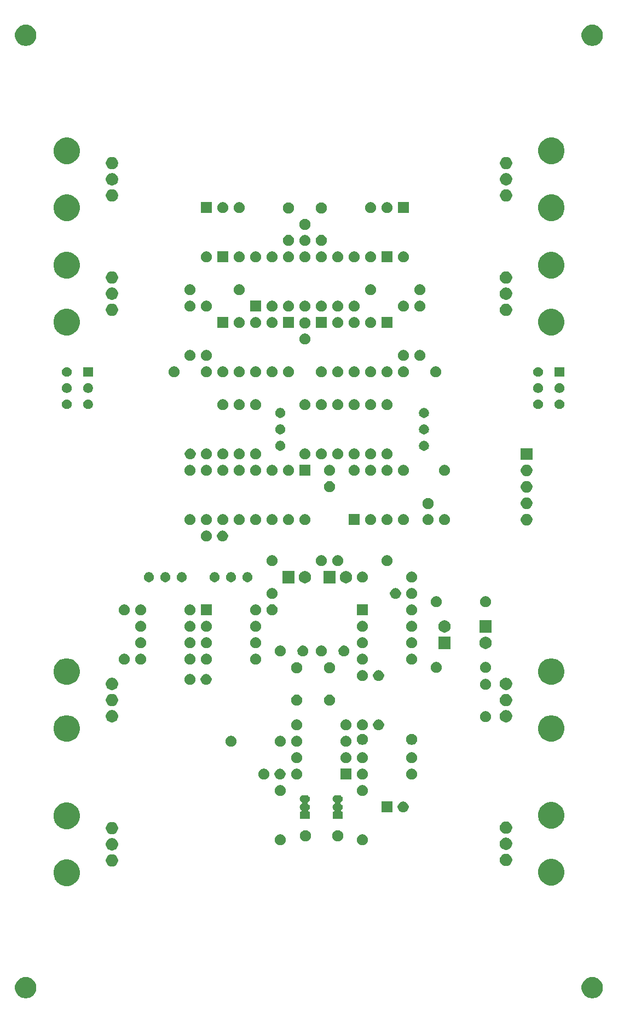
<source format=gbr>
G04 #@! TF.GenerationSoftware,KiCad,Pcbnew,(5.1.5)-3*
G04 #@! TF.CreationDate,2021-04-20T15:02:52+02:00*
G04 #@! TF.ProjectId,AnalogDrum_HiHat,416e616c-6f67-4447-9275-6d5f48694861,rev?*
G04 #@! TF.SameCoordinates,Original*
G04 #@! TF.FileFunction,Soldermask,Top*
G04 #@! TF.FilePolarity,Negative*
%FSLAX46Y46*%
G04 Gerber Fmt 4.6, Leading zero omitted, Abs format (unit mm)*
G04 Created by KiCad (PCBNEW (5.1.5)-3) date 2021-04-20 15:02:52*
%MOMM*%
%LPD*%
G04 APERTURE LIST*
%ADD10C,0.100000*%
G04 APERTURE END LIST*
D10*
G36*
X143885256Y-174921298D02*
G01*
X143991579Y-174942447D01*
X144292042Y-175066903D01*
X144562451Y-175247585D01*
X144792415Y-175477549D01*
X144973097Y-175747958D01*
X145097553Y-176048421D01*
X145161000Y-176367391D01*
X145161000Y-176692609D01*
X145097553Y-177011579D01*
X144973097Y-177312042D01*
X144792415Y-177582451D01*
X144562451Y-177812415D01*
X144292042Y-177993097D01*
X143991579Y-178117553D01*
X143885256Y-178138702D01*
X143672611Y-178181000D01*
X143347389Y-178181000D01*
X143134744Y-178138702D01*
X143028421Y-178117553D01*
X142727958Y-177993097D01*
X142457549Y-177812415D01*
X142227585Y-177582451D01*
X142046903Y-177312042D01*
X141922447Y-177011579D01*
X141859000Y-176692609D01*
X141859000Y-176367391D01*
X141922447Y-176048421D01*
X142046903Y-175747958D01*
X142227585Y-175477549D01*
X142457549Y-175247585D01*
X142727958Y-175066903D01*
X143028421Y-174942447D01*
X143134744Y-174921298D01*
X143347389Y-174879000D01*
X143672611Y-174879000D01*
X143885256Y-174921298D01*
G37*
G36*
X56255256Y-174921298D02*
G01*
X56361579Y-174942447D01*
X56662042Y-175066903D01*
X56932451Y-175247585D01*
X57162415Y-175477549D01*
X57343097Y-175747958D01*
X57467553Y-176048421D01*
X57531000Y-176367391D01*
X57531000Y-176692609D01*
X57467553Y-177011579D01*
X57343097Y-177312042D01*
X57162415Y-177582451D01*
X56932451Y-177812415D01*
X56662042Y-177993097D01*
X56361579Y-178117553D01*
X56255256Y-178138702D01*
X56042611Y-178181000D01*
X55717389Y-178181000D01*
X55504744Y-178138702D01*
X55398421Y-178117553D01*
X55097958Y-177993097D01*
X54827549Y-177812415D01*
X54597585Y-177582451D01*
X54416903Y-177312042D01*
X54292447Y-177011579D01*
X54229000Y-176692609D01*
X54229000Y-176367391D01*
X54292447Y-176048421D01*
X54416903Y-175747958D01*
X54597585Y-175477549D01*
X54827549Y-175247585D01*
X55097958Y-175066903D01*
X55398421Y-174942447D01*
X55504744Y-174921298D01*
X55717389Y-174879000D01*
X56042611Y-174879000D01*
X56255256Y-174921298D01*
G37*
G36*
X62813254Y-156777818D02*
G01*
X63186511Y-156932426D01*
X63186513Y-156932427D01*
X63522436Y-157156884D01*
X63808116Y-157442564D01*
X64023196Y-157764453D01*
X64032574Y-157778489D01*
X64187182Y-158151746D01*
X64266000Y-158547993D01*
X64266000Y-158952007D01*
X64187182Y-159348254D01*
X64069853Y-159631511D01*
X64032573Y-159721513D01*
X63808116Y-160057436D01*
X63522436Y-160343116D01*
X63186513Y-160567573D01*
X63186512Y-160567574D01*
X63186511Y-160567574D01*
X62813254Y-160722182D01*
X62417007Y-160801000D01*
X62012993Y-160801000D01*
X61616746Y-160722182D01*
X61243489Y-160567574D01*
X61243488Y-160567574D01*
X61243487Y-160567573D01*
X60907564Y-160343116D01*
X60621884Y-160057436D01*
X60397427Y-159721513D01*
X60360147Y-159631511D01*
X60242818Y-159348254D01*
X60164000Y-158952007D01*
X60164000Y-158547993D01*
X60242818Y-158151746D01*
X60397426Y-157778489D01*
X60406805Y-157764453D01*
X60621884Y-157442564D01*
X60907564Y-157156884D01*
X61243487Y-156932427D01*
X61243489Y-156932426D01*
X61616746Y-156777818D01*
X62012993Y-156699000D01*
X62417007Y-156699000D01*
X62813254Y-156777818D01*
G37*
G36*
X137758254Y-156687818D02*
G01*
X138131511Y-156842426D01*
X138131513Y-156842427D01*
X138467436Y-157066884D01*
X138753116Y-157352564D01*
X138968196Y-157674453D01*
X138977574Y-157688489D01*
X139132182Y-158061746D01*
X139211000Y-158457993D01*
X139211000Y-158862007D01*
X139132182Y-159258254D01*
X139094902Y-159348255D01*
X138977573Y-159631513D01*
X138753116Y-159967436D01*
X138467436Y-160253116D01*
X138131513Y-160477573D01*
X138131512Y-160477574D01*
X138131511Y-160477574D01*
X137758254Y-160632182D01*
X137362007Y-160711000D01*
X136957993Y-160711000D01*
X136561746Y-160632182D01*
X136188489Y-160477574D01*
X136188488Y-160477574D01*
X136188487Y-160477573D01*
X135852564Y-160253116D01*
X135566884Y-159967436D01*
X135342427Y-159631513D01*
X135225098Y-159348255D01*
X135187818Y-159258254D01*
X135109000Y-158862007D01*
X135109000Y-158457993D01*
X135187818Y-158061746D01*
X135342426Y-157688489D01*
X135351805Y-157674453D01*
X135566884Y-157352564D01*
X135852564Y-157066884D01*
X136188487Y-156842427D01*
X136188489Y-156842426D01*
X136561746Y-156687818D01*
X136957993Y-156609000D01*
X137362007Y-156609000D01*
X137758254Y-156687818D01*
G37*
G36*
X69492395Y-155935546D02*
G01*
X69665466Y-156007234D01*
X69686532Y-156021310D01*
X69821227Y-156111310D01*
X69953690Y-156243773D01*
X69953691Y-156243775D01*
X70057766Y-156399534D01*
X70129454Y-156572605D01*
X70166000Y-156756333D01*
X70166000Y-156943667D01*
X70129454Y-157127395D01*
X70057766Y-157300466D01*
X70057765Y-157300467D01*
X69953690Y-157456227D01*
X69821227Y-157588690D01*
X69742818Y-157641081D01*
X69665466Y-157692766D01*
X69492395Y-157764454D01*
X69308667Y-157801000D01*
X69121333Y-157801000D01*
X68937605Y-157764454D01*
X68764534Y-157692766D01*
X68687182Y-157641081D01*
X68608773Y-157588690D01*
X68476310Y-157456227D01*
X68372235Y-157300467D01*
X68372234Y-157300466D01*
X68300546Y-157127395D01*
X68264000Y-156943667D01*
X68264000Y-156756333D01*
X68300546Y-156572605D01*
X68372234Y-156399534D01*
X68476309Y-156243775D01*
X68476310Y-156243773D01*
X68608773Y-156111310D01*
X68743468Y-156021310D01*
X68764534Y-156007234D01*
X68937605Y-155935546D01*
X69121333Y-155899000D01*
X69308667Y-155899000D01*
X69492395Y-155935546D01*
G37*
G36*
X130437395Y-155845546D02*
G01*
X130610466Y-155917234D01*
X130637873Y-155935547D01*
X130766227Y-156021310D01*
X130898690Y-156153773D01*
X130898691Y-156153775D01*
X131002766Y-156309534D01*
X131074454Y-156482605D01*
X131111000Y-156666333D01*
X131111000Y-156853667D01*
X131074454Y-157037395D01*
X131002766Y-157210466D01*
X131002765Y-157210467D01*
X130898690Y-157366227D01*
X130766227Y-157498690D01*
X130687818Y-157551081D01*
X130610466Y-157602766D01*
X130437395Y-157674454D01*
X130253667Y-157711000D01*
X130066333Y-157711000D01*
X129882605Y-157674454D01*
X129709534Y-157602766D01*
X129632182Y-157551081D01*
X129553773Y-157498690D01*
X129421310Y-157366227D01*
X129317235Y-157210467D01*
X129317234Y-157210466D01*
X129245546Y-157037395D01*
X129209000Y-156853667D01*
X129209000Y-156666333D01*
X129245546Y-156482605D01*
X129317234Y-156309534D01*
X129421309Y-156153775D01*
X129421310Y-156153773D01*
X129553773Y-156021310D01*
X129682127Y-155935547D01*
X129709534Y-155917234D01*
X129882605Y-155845546D01*
X130066333Y-155809000D01*
X130253667Y-155809000D01*
X130437395Y-155845546D01*
G37*
G36*
X69492395Y-153435546D02*
G01*
X69665466Y-153507234D01*
X69686532Y-153521310D01*
X69821227Y-153611310D01*
X69953690Y-153743773D01*
X69953691Y-153743775D01*
X70057766Y-153899534D01*
X70129454Y-154072605D01*
X70166000Y-154256333D01*
X70166000Y-154443667D01*
X70129454Y-154627395D01*
X70057766Y-154800466D01*
X70057765Y-154800467D01*
X69953690Y-154956227D01*
X69821227Y-155088690D01*
X69742818Y-155141081D01*
X69665466Y-155192766D01*
X69492395Y-155264454D01*
X69308667Y-155301000D01*
X69121333Y-155301000D01*
X68937605Y-155264454D01*
X68764534Y-155192766D01*
X68687182Y-155141081D01*
X68608773Y-155088690D01*
X68476310Y-154956227D01*
X68372235Y-154800467D01*
X68372234Y-154800466D01*
X68300546Y-154627395D01*
X68264000Y-154443667D01*
X68264000Y-154256333D01*
X68300546Y-154072605D01*
X68372234Y-153899534D01*
X68476309Y-153743775D01*
X68476310Y-153743773D01*
X68608773Y-153611310D01*
X68743468Y-153521310D01*
X68764534Y-153507234D01*
X68937605Y-153435546D01*
X69121333Y-153399000D01*
X69308667Y-153399000D01*
X69492395Y-153435546D01*
G37*
G36*
X130437395Y-153345546D02*
G01*
X130610466Y-153417234D01*
X130641694Y-153438100D01*
X130766227Y-153521310D01*
X130898690Y-153653773D01*
X130898691Y-153653775D01*
X131002766Y-153809534D01*
X131074454Y-153982605D01*
X131111000Y-154166333D01*
X131111000Y-154353667D01*
X131074454Y-154537395D01*
X131002766Y-154710466D01*
X131002765Y-154710467D01*
X130898690Y-154866227D01*
X130766227Y-154998690D01*
X130687818Y-155051081D01*
X130610466Y-155102766D01*
X130437395Y-155174454D01*
X130253667Y-155211000D01*
X130066333Y-155211000D01*
X129882605Y-155174454D01*
X129709534Y-155102766D01*
X129632182Y-155051081D01*
X129553773Y-154998690D01*
X129421310Y-154866227D01*
X129317235Y-154710467D01*
X129317234Y-154710466D01*
X129245546Y-154537395D01*
X129209000Y-154353667D01*
X129209000Y-154166333D01*
X129245546Y-153982605D01*
X129317234Y-153809534D01*
X129421309Y-153653775D01*
X129421310Y-153653773D01*
X129553773Y-153521310D01*
X129678306Y-153438100D01*
X129709534Y-153417234D01*
X129882605Y-153345546D01*
X130066333Y-153309000D01*
X130253667Y-153309000D01*
X130437395Y-153345546D01*
G37*
G36*
X95498228Y-152851703D02*
G01*
X95653100Y-152915853D01*
X95792481Y-153008985D01*
X95911015Y-153127519D01*
X96004147Y-153266900D01*
X96068297Y-153421772D01*
X96101000Y-153586184D01*
X96101000Y-153753816D01*
X96068297Y-153918228D01*
X96004147Y-154073100D01*
X95911015Y-154212481D01*
X95792481Y-154331015D01*
X95653100Y-154424147D01*
X95498228Y-154488297D01*
X95333816Y-154521000D01*
X95166184Y-154521000D01*
X95001772Y-154488297D01*
X94846900Y-154424147D01*
X94707519Y-154331015D01*
X94588985Y-154212481D01*
X94495853Y-154073100D01*
X94431703Y-153918228D01*
X94399000Y-153753816D01*
X94399000Y-153586184D01*
X94431703Y-153421772D01*
X94495853Y-153266900D01*
X94588985Y-153127519D01*
X94707519Y-153008985D01*
X94846900Y-152915853D01*
X95001772Y-152851703D01*
X95166184Y-152819000D01*
X95333816Y-152819000D01*
X95498228Y-152851703D01*
G37*
G36*
X108198228Y-152851703D02*
G01*
X108353100Y-152915853D01*
X108492481Y-153008985D01*
X108611015Y-153127519D01*
X108704147Y-153266900D01*
X108768297Y-153421772D01*
X108801000Y-153586184D01*
X108801000Y-153753816D01*
X108768297Y-153918228D01*
X108704147Y-154073100D01*
X108611015Y-154212481D01*
X108492481Y-154331015D01*
X108353100Y-154424147D01*
X108198228Y-154488297D01*
X108033816Y-154521000D01*
X107866184Y-154521000D01*
X107701772Y-154488297D01*
X107546900Y-154424147D01*
X107407519Y-154331015D01*
X107288985Y-154212481D01*
X107195853Y-154073100D01*
X107131703Y-153918228D01*
X107099000Y-153753816D01*
X107099000Y-153586184D01*
X107131703Y-153421772D01*
X107195853Y-153266900D01*
X107288985Y-153127519D01*
X107407519Y-153008985D01*
X107546900Y-152915853D01*
X107701772Y-152851703D01*
X107866184Y-152819000D01*
X108033816Y-152819000D01*
X108198228Y-152851703D01*
G37*
G36*
X99388228Y-152216703D02*
G01*
X99543100Y-152280853D01*
X99682481Y-152373985D01*
X99801015Y-152492519D01*
X99894147Y-152631900D01*
X99958297Y-152786772D01*
X99991000Y-152951184D01*
X99991000Y-153118816D01*
X99958297Y-153283228D01*
X99894147Y-153438100D01*
X99801015Y-153577481D01*
X99682481Y-153696015D01*
X99543100Y-153789147D01*
X99388228Y-153853297D01*
X99223816Y-153886000D01*
X99056184Y-153886000D01*
X98891772Y-153853297D01*
X98736900Y-153789147D01*
X98597519Y-153696015D01*
X98478985Y-153577481D01*
X98385853Y-153438100D01*
X98321703Y-153283228D01*
X98289000Y-153118816D01*
X98289000Y-152951184D01*
X98321703Y-152786772D01*
X98385853Y-152631900D01*
X98478985Y-152492519D01*
X98597519Y-152373985D01*
X98736900Y-152280853D01*
X98891772Y-152216703D01*
X99056184Y-152184000D01*
X99223816Y-152184000D01*
X99388228Y-152216703D01*
G37*
G36*
X104388228Y-152216703D02*
G01*
X104543100Y-152280853D01*
X104682481Y-152373985D01*
X104801015Y-152492519D01*
X104894147Y-152631900D01*
X104958297Y-152786772D01*
X104991000Y-152951184D01*
X104991000Y-153118816D01*
X104958297Y-153283228D01*
X104894147Y-153438100D01*
X104801015Y-153577481D01*
X104682481Y-153696015D01*
X104543100Y-153789147D01*
X104388228Y-153853297D01*
X104223816Y-153886000D01*
X104056184Y-153886000D01*
X103891772Y-153853297D01*
X103736900Y-153789147D01*
X103597519Y-153696015D01*
X103478985Y-153577481D01*
X103385853Y-153438100D01*
X103321703Y-153283228D01*
X103289000Y-153118816D01*
X103289000Y-152951184D01*
X103321703Y-152786772D01*
X103385853Y-152631900D01*
X103478985Y-152492519D01*
X103597519Y-152373985D01*
X103736900Y-152280853D01*
X103891772Y-152216703D01*
X104056184Y-152184000D01*
X104223816Y-152184000D01*
X104388228Y-152216703D01*
G37*
G36*
X69492395Y-150935546D02*
G01*
X69665466Y-151007234D01*
X69686532Y-151021310D01*
X69821227Y-151111310D01*
X69953690Y-151243773D01*
X69953691Y-151243775D01*
X70057766Y-151399534D01*
X70129454Y-151572605D01*
X70166000Y-151756333D01*
X70166000Y-151943667D01*
X70129454Y-152127395D01*
X70057766Y-152300466D01*
X70057765Y-152300467D01*
X69953690Y-152456227D01*
X69821227Y-152588690D01*
X69756558Y-152631900D01*
X69665466Y-152692766D01*
X69492395Y-152764454D01*
X69308667Y-152801000D01*
X69121333Y-152801000D01*
X68937605Y-152764454D01*
X68764534Y-152692766D01*
X68673442Y-152631900D01*
X68608773Y-152588690D01*
X68476310Y-152456227D01*
X68372235Y-152300467D01*
X68372234Y-152300466D01*
X68300546Y-152127395D01*
X68264000Y-151943667D01*
X68264000Y-151756333D01*
X68300546Y-151572605D01*
X68372234Y-151399534D01*
X68476309Y-151243775D01*
X68476310Y-151243773D01*
X68608773Y-151111310D01*
X68743468Y-151021310D01*
X68764534Y-151007234D01*
X68937605Y-150935546D01*
X69121333Y-150899000D01*
X69308667Y-150899000D01*
X69492395Y-150935546D01*
G37*
G36*
X130437395Y-150845546D02*
G01*
X130610466Y-150917234D01*
X130637873Y-150935547D01*
X130766227Y-151021310D01*
X130898690Y-151153773D01*
X130898691Y-151153775D01*
X131002766Y-151309534D01*
X131074454Y-151482605D01*
X131111000Y-151666333D01*
X131111000Y-151853667D01*
X131074454Y-152037395D01*
X131002766Y-152210466D01*
X130955735Y-152280853D01*
X130898690Y-152366227D01*
X130766227Y-152498690D01*
X130687818Y-152551081D01*
X130610466Y-152602766D01*
X130437395Y-152674454D01*
X130253667Y-152711000D01*
X130066333Y-152711000D01*
X129882605Y-152674454D01*
X129709534Y-152602766D01*
X129632182Y-152551081D01*
X129553773Y-152498690D01*
X129421310Y-152366227D01*
X129364265Y-152280853D01*
X129317234Y-152210466D01*
X129245546Y-152037395D01*
X129209000Y-151853667D01*
X129209000Y-151666333D01*
X129245546Y-151482605D01*
X129317234Y-151309534D01*
X129421309Y-151153775D01*
X129421310Y-151153773D01*
X129553773Y-151021310D01*
X129682127Y-150935547D01*
X129709534Y-150917234D01*
X129882605Y-150845546D01*
X130066333Y-150809000D01*
X130253667Y-150809000D01*
X130437395Y-150845546D01*
G37*
G36*
X62813254Y-147977818D02*
G01*
X63186511Y-148132426D01*
X63186513Y-148132427D01*
X63522436Y-148356884D01*
X63808116Y-148642564D01*
X63987852Y-148911557D01*
X64032574Y-148978489D01*
X64187182Y-149351746D01*
X64266000Y-149747993D01*
X64266000Y-150152007D01*
X64187182Y-150548254D01*
X64034345Y-150917235D01*
X64032573Y-150921513D01*
X63808116Y-151257436D01*
X63522436Y-151543116D01*
X63186513Y-151767573D01*
X63186512Y-151767574D01*
X63186511Y-151767574D01*
X62813254Y-151922182D01*
X62417007Y-152001000D01*
X62012993Y-152001000D01*
X61616746Y-151922182D01*
X61243489Y-151767574D01*
X61243488Y-151767574D01*
X61243487Y-151767573D01*
X60907564Y-151543116D01*
X60621884Y-151257436D01*
X60397427Y-150921513D01*
X60395655Y-150917235D01*
X60242818Y-150548254D01*
X60164000Y-150152007D01*
X60164000Y-149747993D01*
X60242818Y-149351746D01*
X60397426Y-148978489D01*
X60442149Y-148911557D01*
X60621884Y-148642564D01*
X60907564Y-148356884D01*
X61243487Y-148132427D01*
X61243489Y-148132426D01*
X61616746Y-147977818D01*
X62012993Y-147899000D01*
X62417007Y-147899000D01*
X62813254Y-147977818D01*
G37*
G36*
X137758254Y-147887818D02*
G01*
X138131511Y-148042426D01*
X138131513Y-148042427D01*
X138467436Y-148266884D01*
X138753116Y-148552564D01*
X138943992Y-148838229D01*
X138977574Y-148888489D01*
X139132182Y-149261746D01*
X139211000Y-149657993D01*
X139211000Y-150062007D01*
X139132182Y-150458254D01*
X139094902Y-150548255D01*
X138977573Y-150831513D01*
X138753116Y-151167436D01*
X138467436Y-151453116D01*
X138131513Y-151677573D01*
X138131512Y-151677574D01*
X138131511Y-151677574D01*
X137758254Y-151832182D01*
X137362007Y-151911000D01*
X136957993Y-151911000D01*
X136561746Y-151832182D01*
X136188489Y-151677574D01*
X136188488Y-151677574D01*
X136188487Y-151677573D01*
X135852564Y-151453116D01*
X135566884Y-151167436D01*
X135342427Y-150831513D01*
X135225098Y-150548255D01*
X135187818Y-150458254D01*
X135109000Y-150062007D01*
X135109000Y-149657993D01*
X135187818Y-149261746D01*
X135342426Y-148888489D01*
X135376009Y-148838229D01*
X135566884Y-148552564D01*
X135852564Y-148266884D01*
X136188487Y-148042427D01*
X136188489Y-148042426D01*
X136561746Y-147887818D01*
X136957993Y-147809000D01*
X137362007Y-147809000D01*
X137758254Y-147887818D01*
G37*
G36*
X99397916Y-146752334D02*
G01*
X99506492Y-146785271D01*
X99506495Y-146785272D01*
X99541807Y-146804147D01*
X99606557Y-146838756D01*
X99694264Y-146910736D01*
X99766244Y-146998443D01*
X99800429Y-147062399D01*
X99819728Y-147098505D01*
X99819729Y-147098508D01*
X99852666Y-147207084D01*
X99863787Y-147320000D01*
X99852666Y-147432916D01*
X99819729Y-147541492D01*
X99819728Y-147541495D01*
X99800429Y-147577601D01*
X99766244Y-147641557D01*
X99694264Y-147729264D01*
X99606557Y-147801244D01*
X99541807Y-147835853D01*
X99525141Y-147844761D01*
X99504766Y-147858375D01*
X99487439Y-147875702D01*
X99473826Y-147896076D01*
X99464448Y-147918715D01*
X99459668Y-147942748D01*
X99459668Y-147967252D01*
X99464448Y-147991285D01*
X99473826Y-148013924D01*
X99487440Y-148034299D01*
X99504767Y-148051626D01*
X99525141Y-148065239D01*
X99606557Y-148108756D01*
X99694264Y-148180736D01*
X99766244Y-148268443D01*
X99800429Y-148332399D01*
X99819728Y-148368505D01*
X99819729Y-148368508D01*
X99852666Y-148477084D01*
X99863787Y-148590000D01*
X99852666Y-148702916D01*
X99819729Y-148811492D01*
X99819728Y-148811495D01*
X99805439Y-148838228D01*
X99766244Y-148911557D01*
X99694264Y-148999264D01*
X99617354Y-149062383D01*
X99600035Y-149079702D01*
X99586421Y-149100077D01*
X99577043Y-149122716D01*
X99572263Y-149146749D01*
X99572263Y-149171253D01*
X99577043Y-149195286D01*
X99586421Y-149217925D01*
X99600034Y-149238299D01*
X99617361Y-149255626D01*
X99637736Y-149269240D01*
X99660375Y-149278618D01*
X99684408Y-149283398D01*
X99696660Y-149284000D01*
X99861000Y-149284000D01*
X99861000Y-150436000D01*
X98259000Y-150436000D01*
X98259000Y-149284000D01*
X98423340Y-149284000D01*
X98447726Y-149281598D01*
X98471175Y-149274485D01*
X98492786Y-149262934D01*
X98511728Y-149247389D01*
X98527273Y-149228447D01*
X98538824Y-149206836D01*
X98545937Y-149183387D01*
X98548339Y-149159001D01*
X98545937Y-149134615D01*
X98538824Y-149111166D01*
X98527273Y-149089555D01*
X98511728Y-149070613D01*
X98502655Y-149062391D01*
X98425736Y-148999264D01*
X98353756Y-148911557D01*
X98314561Y-148838228D01*
X98300272Y-148811495D01*
X98300271Y-148811492D01*
X98267334Y-148702916D01*
X98256213Y-148590000D01*
X98267334Y-148477084D01*
X98300271Y-148368508D01*
X98300272Y-148368505D01*
X98319571Y-148332399D01*
X98353756Y-148268443D01*
X98425736Y-148180736D01*
X98513443Y-148108756D01*
X98594859Y-148065239D01*
X98615234Y-148051625D01*
X98632561Y-148034298D01*
X98646174Y-148013924D01*
X98655552Y-147991285D01*
X98660332Y-147967252D01*
X98660332Y-147942748D01*
X98655552Y-147918715D01*
X98646174Y-147896076D01*
X98632560Y-147875701D01*
X98615233Y-147858374D01*
X98594859Y-147844761D01*
X98578193Y-147835853D01*
X98513443Y-147801244D01*
X98425736Y-147729264D01*
X98353756Y-147641557D01*
X98319571Y-147577601D01*
X98300272Y-147541495D01*
X98300271Y-147541492D01*
X98267334Y-147432916D01*
X98256213Y-147320000D01*
X98267334Y-147207084D01*
X98300271Y-147098508D01*
X98300272Y-147098505D01*
X98319571Y-147062399D01*
X98353756Y-146998443D01*
X98425736Y-146910736D01*
X98513443Y-146838756D01*
X98578193Y-146804147D01*
X98613505Y-146785272D01*
X98613508Y-146785271D01*
X98722084Y-146752334D01*
X98806702Y-146744000D01*
X99313298Y-146744000D01*
X99397916Y-146752334D01*
G37*
G36*
X104477916Y-146752334D02*
G01*
X104586492Y-146785271D01*
X104586495Y-146785272D01*
X104621807Y-146804147D01*
X104686557Y-146838756D01*
X104774264Y-146910736D01*
X104846244Y-146998443D01*
X104880429Y-147062399D01*
X104899728Y-147098505D01*
X104899729Y-147098508D01*
X104932666Y-147207084D01*
X104943787Y-147320000D01*
X104932666Y-147432916D01*
X104899729Y-147541492D01*
X104899728Y-147541495D01*
X104880429Y-147577601D01*
X104846244Y-147641557D01*
X104774264Y-147729264D01*
X104686557Y-147801244D01*
X104621807Y-147835853D01*
X104605141Y-147844761D01*
X104584766Y-147858375D01*
X104567439Y-147875702D01*
X104553826Y-147896076D01*
X104544448Y-147918715D01*
X104539668Y-147942748D01*
X104539668Y-147967252D01*
X104544448Y-147991285D01*
X104553826Y-148013924D01*
X104567440Y-148034299D01*
X104584767Y-148051626D01*
X104605141Y-148065239D01*
X104686557Y-148108756D01*
X104774264Y-148180736D01*
X104846244Y-148268443D01*
X104880429Y-148332399D01*
X104899728Y-148368505D01*
X104899729Y-148368508D01*
X104932666Y-148477084D01*
X104943787Y-148590000D01*
X104932666Y-148702916D01*
X104899729Y-148811492D01*
X104899728Y-148811495D01*
X104885439Y-148838228D01*
X104846244Y-148911557D01*
X104774264Y-148999264D01*
X104697354Y-149062383D01*
X104680035Y-149079702D01*
X104666421Y-149100077D01*
X104657043Y-149122716D01*
X104652263Y-149146749D01*
X104652263Y-149171253D01*
X104657043Y-149195286D01*
X104666421Y-149217925D01*
X104680034Y-149238299D01*
X104697361Y-149255626D01*
X104717736Y-149269240D01*
X104740375Y-149278618D01*
X104764408Y-149283398D01*
X104776660Y-149284000D01*
X104941000Y-149284000D01*
X104941000Y-150436000D01*
X103339000Y-150436000D01*
X103339000Y-149284000D01*
X103503340Y-149284000D01*
X103527726Y-149281598D01*
X103551175Y-149274485D01*
X103572786Y-149262934D01*
X103591728Y-149247389D01*
X103607273Y-149228447D01*
X103618824Y-149206836D01*
X103625937Y-149183387D01*
X103628339Y-149159001D01*
X103625937Y-149134615D01*
X103618824Y-149111166D01*
X103607273Y-149089555D01*
X103591728Y-149070613D01*
X103582655Y-149062391D01*
X103505736Y-148999264D01*
X103433756Y-148911557D01*
X103394561Y-148838228D01*
X103380272Y-148811495D01*
X103380271Y-148811492D01*
X103347334Y-148702916D01*
X103336213Y-148590000D01*
X103347334Y-148477084D01*
X103380271Y-148368508D01*
X103380272Y-148368505D01*
X103399571Y-148332399D01*
X103433756Y-148268443D01*
X103505736Y-148180736D01*
X103593443Y-148108756D01*
X103674859Y-148065239D01*
X103695234Y-148051625D01*
X103712561Y-148034298D01*
X103726174Y-148013924D01*
X103735552Y-147991285D01*
X103740332Y-147967252D01*
X103740332Y-147942748D01*
X103735552Y-147918715D01*
X103726174Y-147896076D01*
X103712560Y-147875701D01*
X103695233Y-147858374D01*
X103674859Y-147844761D01*
X103658193Y-147835853D01*
X103593443Y-147801244D01*
X103505736Y-147729264D01*
X103433756Y-147641557D01*
X103399571Y-147577601D01*
X103380272Y-147541495D01*
X103380271Y-147541492D01*
X103347334Y-147432916D01*
X103336213Y-147320000D01*
X103347334Y-147207084D01*
X103380271Y-147098508D01*
X103380272Y-147098505D01*
X103399571Y-147062399D01*
X103433756Y-146998443D01*
X103505736Y-146910736D01*
X103593443Y-146838756D01*
X103658193Y-146804147D01*
X103693505Y-146785272D01*
X103693508Y-146785271D01*
X103802084Y-146752334D01*
X103886702Y-146744000D01*
X104393298Y-146744000D01*
X104477916Y-146752334D01*
G37*
G36*
X114508228Y-147771703D02*
G01*
X114663100Y-147835853D01*
X114802481Y-147928985D01*
X114921015Y-148047519D01*
X115014147Y-148186900D01*
X115078297Y-148341772D01*
X115111000Y-148506184D01*
X115111000Y-148673816D01*
X115078297Y-148838228D01*
X115014147Y-148993100D01*
X114921015Y-149132481D01*
X114802481Y-149251015D01*
X114663100Y-149344147D01*
X114508228Y-149408297D01*
X114343816Y-149441000D01*
X114176184Y-149441000D01*
X114011772Y-149408297D01*
X113856900Y-149344147D01*
X113717519Y-149251015D01*
X113598985Y-149132481D01*
X113505853Y-148993100D01*
X113441703Y-148838228D01*
X113409000Y-148673816D01*
X113409000Y-148506184D01*
X113441703Y-148341772D01*
X113505853Y-148186900D01*
X113598985Y-148047519D01*
X113717519Y-147928985D01*
X113856900Y-147835853D01*
X114011772Y-147771703D01*
X114176184Y-147739000D01*
X114343816Y-147739000D01*
X114508228Y-147771703D01*
G37*
G36*
X112611000Y-149441000D02*
G01*
X110909000Y-149441000D01*
X110909000Y-147739000D01*
X112611000Y-147739000D01*
X112611000Y-149441000D01*
G37*
G36*
X108198228Y-145231703D02*
G01*
X108353100Y-145295853D01*
X108492481Y-145388985D01*
X108611015Y-145507519D01*
X108704147Y-145646900D01*
X108768297Y-145801772D01*
X108801000Y-145966184D01*
X108801000Y-146133816D01*
X108768297Y-146298228D01*
X108704147Y-146453100D01*
X108611015Y-146592481D01*
X108492481Y-146711015D01*
X108353100Y-146804147D01*
X108198228Y-146868297D01*
X108033816Y-146901000D01*
X107866184Y-146901000D01*
X107701772Y-146868297D01*
X107546900Y-146804147D01*
X107407519Y-146711015D01*
X107288985Y-146592481D01*
X107195853Y-146453100D01*
X107131703Y-146298228D01*
X107099000Y-146133816D01*
X107099000Y-145966184D01*
X107131703Y-145801772D01*
X107195853Y-145646900D01*
X107288985Y-145507519D01*
X107407519Y-145388985D01*
X107546900Y-145295853D01*
X107701772Y-145231703D01*
X107866184Y-145199000D01*
X108033816Y-145199000D01*
X108198228Y-145231703D01*
G37*
G36*
X95498228Y-145231703D02*
G01*
X95653100Y-145295853D01*
X95792481Y-145388985D01*
X95911015Y-145507519D01*
X96004147Y-145646900D01*
X96068297Y-145801772D01*
X96101000Y-145966184D01*
X96101000Y-146133816D01*
X96068297Y-146298228D01*
X96004147Y-146453100D01*
X95911015Y-146592481D01*
X95792481Y-146711015D01*
X95653100Y-146804147D01*
X95498228Y-146868297D01*
X95333816Y-146901000D01*
X95166184Y-146901000D01*
X95001772Y-146868297D01*
X94846900Y-146804147D01*
X94707519Y-146711015D01*
X94588985Y-146592481D01*
X94495853Y-146453100D01*
X94431703Y-146298228D01*
X94399000Y-146133816D01*
X94399000Y-145966184D01*
X94431703Y-145801772D01*
X94495853Y-145646900D01*
X94588985Y-145507519D01*
X94707519Y-145388985D01*
X94846900Y-145295853D01*
X95001772Y-145231703D01*
X95166184Y-145199000D01*
X95333816Y-145199000D01*
X95498228Y-145231703D01*
G37*
G36*
X108198228Y-142691703D02*
G01*
X108353100Y-142755853D01*
X108492481Y-142848985D01*
X108611015Y-142967519D01*
X108704147Y-143106900D01*
X108768297Y-143261772D01*
X108801000Y-143426184D01*
X108801000Y-143593816D01*
X108768297Y-143758228D01*
X108704147Y-143913100D01*
X108611015Y-144052481D01*
X108492481Y-144171015D01*
X108353100Y-144264147D01*
X108198228Y-144328297D01*
X108033816Y-144361000D01*
X107866184Y-144361000D01*
X107701772Y-144328297D01*
X107546900Y-144264147D01*
X107407519Y-144171015D01*
X107288985Y-144052481D01*
X107195853Y-143913100D01*
X107131703Y-143758228D01*
X107099000Y-143593816D01*
X107099000Y-143426184D01*
X107131703Y-143261772D01*
X107195853Y-143106900D01*
X107288985Y-142967519D01*
X107407519Y-142848985D01*
X107546900Y-142755853D01*
X107701772Y-142691703D01*
X107866184Y-142659000D01*
X108033816Y-142659000D01*
X108198228Y-142691703D01*
G37*
G36*
X92958228Y-142691703D02*
G01*
X93113100Y-142755853D01*
X93252481Y-142848985D01*
X93371015Y-142967519D01*
X93464147Y-143106900D01*
X93528297Y-143261772D01*
X93561000Y-143426184D01*
X93561000Y-143593816D01*
X93528297Y-143758228D01*
X93464147Y-143913100D01*
X93371015Y-144052481D01*
X93252481Y-144171015D01*
X93113100Y-144264147D01*
X92958228Y-144328297D01*
X92793816Y-144361000D01*
X92626184Y-144361000D01*
X92461772Y-144328297D01*
X92306900Y-144264147D01*
X92167519Y-144171015D01*
X92048985Y-144052481D01*
X91955853Y-143913100D01*
X91891703Y-143758228D01*
X91859000Y-143593816D01*
X91859000Y-143426184D01*
X91891703Y-143261772D01*
X91955853Y-143106900D01*
X92048985Y-142967519D01*
X92167519Y-142848985D01*
X92306900Y-142755853D01*
X92461772Y-142691703D01*
X92626184Y-142659000D01*
X92793816Y-142659000D01*
X92958228Y-142691703D01*
G37*
G36*
X115818228Y-142691703D02*
G01*
X115973100Y-142755853D01*
X116112481Y-142848985D01*
X116231015Y-142967519D01*
X116324147Y-143106900D01*
X116388297Y-143261772D01*
X116421000Y-143426184D01*
X116421000Y-143593816D01*
X116388297Y-143758228D01*
X116324147Y-143913100D01*
X116231015Y-144052481D01*
X116112481Y-144171015D01*
X115973100Y-144264147D01*
X115818228Y-144328297D01*
X115653816Y-144361000D01*
X115486184Y-144361000D01*
X115321772Y-144328297D01*
X115166900Y-144264147D01*
X115027519Y-144171015D01*
X114908985Y-144052481D01*
X114815853Y-143913100D01*
X114751703Y-143758228D01*
X114719000Y-143593816D01*
X114719000Y-143426184D01*
X114751703Y-143261772D01*
X114815853Y-143106900D01*
X114908985Y-142967519D01*
X115027519Y-142848985D01*
X115166900Y-142755853D01*
X115321772Y-142691703D01*
X115486184Y-142659000D01*
X115653816Y-142659000D01*
X115818228Y-142691703D01*
G37*
G36*
X95458228Y-142691703D02*
G01*
X95613100Y-142755853D01*
X95752481Y-142848985D01*
X95871015Y-142967519D01*
X95964147Y-143106900D01*
X96028297Y-143261772D01*
X96061000Y-143426184D01*
X96061000Y-143593816D01*
X96028297Y-143758228D01*
X95964147Y-143913100D01*
X95871015Y-144052481D01*
X95752481Y-144171015D01*
X95613100Y-144264147D01*
X95458228Y-144328297D01*
X95293816Y-144361000D01*
X95126184Y-144361000D01*
X94961772Y-144328297D01*
X94806900Y-144264147D01*
X94667519Y-144171015D01*
X94548985Y-144052481D01*
X94455853Y-143913100D01*
X94391703Y-143758228D01*
X94359000Y-143593816D01*
X94359000Y-143426184D01*
X94391703Y-143261772D01*
X94455853Y-143106900D01*
X94548985Y-142967519D01*
X94667519Y-142848985D01*
X94806900Y-142755853D01*
X94961772Y-142691703D01*
X95126184Y-142659000D01*
X95293816Y-142659000D01*
X95458228Y-142691703D01*
G37*
G36*
X106261000Y-144361000D02*
G01*
X104559000Y-144361000D01*
X104559000Y-142659000D01*
X106261000Y-142659000D01*
X106261000Y-144361000D01*
G37*
G36*
X98038228Y-142691703D02*
G01*
X98193100Y-142755853D01*
X98332481Y-142848985D01*
X98451015Y-142967519D01*
X98544147Y-143106900D01*
X98608297Y-143261772D01*
X98641000Y-143426184D01*
X98641000Y-143593816D01*
X98608297Y-143758228D01*
X98544147Y-143913100D01*
X98451015Y-144052481D01*
X98332481Y-144171015D01*
X98193100Y-144264147D01*
X98038228Y-144328297D01*
X97873816Y-144361000D01*
X97706184Y-144361000D01*
X97541772Y-144328297D01*
X97386900Y-144264147D01*
X97247519Y-144171015D01*
X97128985Y-144052481D01*
X97035853Y-143913100D01*
X96971703Y-143758228D01*
X96939000Y-143593816D01*
X96939000Y-143426184D01*
X96971703Y-143261772D01*
X97035853Y-143106900D01*
X97128985Y-142967519D01*
X97247519Y-142848985D01*
X97386900Y-142755853D01*
X97541772Y-142691703D01*
X97706184Y-142659000D01*
X97873816Y-142659000D01*
X98038228Y-142691703D01*
G37*
G36*
X108198228Y-140151703D02*
G01*
X108353100Y-140215853D01*
X108492481Y-140308985D01*
X108611015Y-140427519D01*
X108704147Y-140566900D01*
X108768297Y-140721772D01*
X108801000Y-140886184D01*
X108801000Y-141053816D01*
X108768297Y-141218228D01*
X108704147Y-141373100D01*
X108611015Y-141512481D01*
X108492481Y-141631015D01*
X108353100Y-141724147D01*
X108198228Y-141788297D01*
X108033816Y-141821000D01*
X107866184Y-141821000D01*
X107701772Y-141788297D01*
X107546900Y-141724147D01*
X107407519Y-141631015D01*
X107288985Y-141512481D01*
X107195853Y-141373100D01*
X107131703Y-141218228D01*
X107099000Y-141053816D01*
X107099000Y-140886184D01*
X107131703Y-140721772D01*
X107195853Y-140566900D01*
X107288985Y-140427519D01*
X107407519Y-140308985D01*
X107546900Y-140215853D01*
X107701772Y-140151703D01*
X107866184Y-140119000D01*
X108033816Y-140119000D01*
X108198228Y-140151703D01*
G37*
G36*
X98038228Y-140151703D02*
G01*
X98193100Y-140215853D01*
X98332481Y-140308985D01*
X98451015Y-140427519D01*
X98544147Y-140566900D01*
X98608297Y-140721772D01*
X98641000Y-140886184D01*
X98641000Y-141053816D01*
X98608297Y-141218228D01*
X98544147Y-141373100D01*
X98451015Y-141512481D01*
X98332481Y-141631015D01*
X98193100Y-141724147D01*
X98038228Y-141788297D01*
X97873816Y-141821000D01*
X97706184Y-141821000D01*
X97541772Y-141788297D01*
X97386900Y-141724147D01*
X97247519Y-141631015D01*
X97128985Y-141512481D01*
X97035853Y-141373100D01*
X96971703Y-141218228D01*
X96939000Y-141053816D01*
X96939000Y-140886184D01*
X96971703Y-140721772D01*
X97035853Y-140566900D01*
X97128985Y-140427519D01*
X97247519Y-140308985D01*
X97386900Y-140215853D01*
X97541772Y-140151703D01*
X97706184Y-140119000D01*
X97873816Y-140119000D01*
X98038228Y-140151703D01*
G37*
G36*
X105658228Y-140151703D02*
G01*
X105813100Y-140215853D01*
X105952481Y-140308985D01*
X106071015Y-140427519D01*
X106164147Y-140566900D01*
X106228297Y-140721772D01*
X106261000Y-140886184D01*
X106261000Y-141053816D01*
X106228297Y-141218228D01*
X106164147Y-141373100D01*
X106071015Y-141512481D01*
X105952481Y-141631015D01*
X105813100Y-141724147D01*
X105658228Y-141788297D01*
X105493816Y-141821000D01*
X105326184Y-141821000D01*
X105161772Y-141788297D01*
X105006900Y-141724147D01*
X104867519Y-141631015D01*
X104748985Y-141512481D01*
X104655853Y-141373100D01*
X104591703Y-141218228D01*
X104559000Y-141053816D01*
X104559000Y-140886184D01*
X104591703Y-140721772D01*
X104655853Y-140566900D01*
X104748985Y-140427519D01*
X104867519Y-140308985D01*
X105006900Y-140215853D01*
X105161772Y-140151703D01*
X105326184Y-140119000D01*
X105493816Y-140119000D01*
X105658228Y-140151703D01*
G37*
G36*
X115818228Y-140151703D02*
G01*
X115973100Y-140215853D01*
X116112481Y-140308985D01*
X116231015Y-140427519D01*
X116324147Y-140566900D01*
X116388297Y-140721772D01*
X116421000Y-140886184D01*
X116421000Y-141053816D01*
X116388297Y-141218228D01*
X116324147Y-141373100D01*
X116231015Y-141512481D01*
X116112481Y-141631015D01*
X115973100Y-141724147D01*
X115818228Y-141788297D01*
X115653816Y-141821000D01*
X115486184Y-141821000D01*
X115321772Y-141788297D01*
X115166900Y-141724147D01*
X115027519Y-141631015D01*
X114908985Y-141512481D01*
X114815853Y-141373100D01*
X114751703Y-141218228D01*
X114719000Y-141053816D01*
X114719000Y-140886184D01*
X114751703Y-140721772D01*
X114815853Y-140566900D01*
X114908985Y-140427519D01*
X115027519Y-140308985D01*
X115166900Y-140215853D01*
X115321772Y-140151703D01*
X115486184Y-140119000D01*
X115653816Y-140119000D01*
X115818228Y-140151703D01*
G37*
G36*
X87878228Y-137611703D02*
G01*
X88033100Y-137675853D01*
X88172481Y-137768985D01*
X88291015Y-137887519D01*
X88384147Y-138026900D01*
X88448297Y-138181772D01*
X88481000Y-138346184D01*
X88481000Y-138513816D01*
X88448297Y-138678228D01*
X88384147Y-138833100D01*
X88291015Y-138972481D01*
X88172481Y-139091015D01*
X88033100Y-139184147D01*
X87878228Y-139248297D01*
X87713816Y-139281000D01*
X87546184Y-139281000D01*
X87381772Y-139248297D01*
X87226900Y-139184147D01*
X87087519Y-139091015D01*
X86968985Y-138972481D01*
X86875853Y-138833100D01*
X86811703Y-138678228D01*
X86779000Y-138513816D01*
X86779000Y-138346184D01*
X86811703Y-138181772D01*
X86875853Y-138026900D01*
X86968985Y-137887519D01*
X87087519Y-137768985D01*
X87226900Y-137675853D01*
X87381772Y-137611703D01*
X87546184Y-137579000D01*
X87713816Y-137579000D01*
X87878228Y-137611703D01*
G37*
G36*
X95498228Y-137611703D02*
G01*
X95653100Y-137675853D01*
X95792481Y-137768985D01*
X95911015Y-137887519D01*
X96004147Y-138026900D01*
X96068297Y-138181772D01*
X96101000Y-138346184D01*
X96101000Y-138513816D01*
X96068297Y-138678228D01*
X96004147Y-138833100D01*
X95911015Y-138972481D01*
X95792481Y-139091015D01*
X95653100Y-139184147D01*
X95498228Y-139248297D01*
X95333816Y-139281000D01*
X95166184Y-139281000D01*
X95001772Y-139248297D01*
X94846900Y-139184147D01*
X94707519Y-139091015D01*
X94588985Y-138972481D01*
X94495853Y-138833100D01*
X94431703Y-138678228D01*
X94399000Y-138513816D01*
X94399000Y-138346184D01*
X94431703Y-138181772D01*
X94495853Y-138026900D01*
X94588985Y-137887519D01*
X94707519Y-137768985D01*
X94846900Y-137675853D01*
X95001772Y-137611703D01*
X95166184Y-137579000D01*
X95333816Y-137579000D01*
X95498228Y-137611703D01*
G37*
G36*
X98038228Y-137611703D02*
G01*
X98193100Y-137675853D01*
X98332481Y-137768985D01*
X98451015Y-137887519D01*
X98544147Y-138026900D01*
X98608297Y-138181772D01*
X98641000Y-138346184D01*
X98641000Y-138513816D01*
X98608297Y-138678228D01*
X98544147Y-138833100D01*
X98451015Y-138972481D01*
X98332481Y-139091015D01*
X98193100Y-139184147D01*
X98038228Y-139248297D01*
X97873816Y-139281000D01*
X97706184Y-139281000D01*
X97541772Y-139248297D01*
X97386900Y-139184147D01*
X97247519Y-139091015D01*
X97128985Y-138972481D01*
X97035853Y-138833100D01*
X96971703Y-138678228D01*
X96939000Y-138513816D01*
X96939000Y-138346184D01*
X96971703Y-138181772D01*
X97035853Y-138026900D01*
X97128985Y-137887519D01*
X97247519Y-137768985D01*
X97386900Y-137675853D01*
X97541772Y-137611703D01*
X97706184Y-137579000D01*
X97873816Y-137579000D01*
X98038228Y-137611703D01*
G37*
G36*
X105658228Y-137611703D02*
G01*
X105813100Y-137675853D01*
X105952481Y-137768985D01*
X106071015Y-137887519D01*
X106164147Y-138026900D01*
X106228297Y-138181772D01*
X106261000Y-138346184D01*
X106261000Y-138513816D01*
X106228297Y-138678228D01*
X106164147Y-138833100D01*
X106071015Y-138972481D01*
X105952481Y-139091015D01*
X105813100Y-139184147D01*
X105658228Y-139248297D01*
X105493816Y-139281000D01*
X105326184Y-139281000D01*
X105161772Y-139248297D01*
X105006900Y-139184147D01*
X104867519Y-139091015D01*
X104748985Y-138972481D01*
X104655853Y-138833100D01*
X104591703Y-138678228D01*
X104559000Y-138513816D01*
X104559000Y-138346184D01*
X104591703Y-138181772D01*
X104655853Y-138026900D01*
X104748985Y-137887519D01*
X104867519Y-137768985D01*
X105006900Y-137675853D01*
X105161772Y-137611703D01*
X105326184Y-137579000D01*
X105493816Y-137579000D01*
X105658228Y-137611703D01*
G37*
G36*
X108198228Y-137301703D02*
G01*
X108353100Y-137365853D01*
X108492481Y-137458985D01*
X108611015Y-137577519D01*
X108704147Y-137716900D01*
X108768297Y-137871772D01*
X108801000Y-138036184D01*
X108801000Y-138203816D01*
X108768297Y-138368228D01*
X108704147Y-138523100D01*
X108611015Y-138662481D01*
X108492481Y-138781015D01*
X108353100Y-138874147D01*
X108198228Y-138938297D01*
X108033816Y-138971000D01*
X107866184Y-138971000D01*
X107701772Y-138938297D01*
X107546900Y-138874147D01*
X107407519Y-138781015D01*
X107288985Y-138662481D01*
X107195853Y-138523100D01*
X107131703Y-138368228D01*
X107099000Y-138203816D01*
X107099000Y-138036184D01*
X107131703Y-137871772D01*
X107195853Y-137716900D01*
X107288985Y-137577519D01*
X107407519Y-137458985D01*
X107546900Y-137365853D01*
X107701772Y-137301703D01*
X107866184Y-137269000D01*
X108033816Y-137269000D01*
X108198228Y-137301703D01*
G37*
G36*
X115818228Y-137301703D02*
G01*
X115973100Y-137365853D01*
X116112481Y-137458985D01*
X116231015Y-137577519D01*
X116324147Y-137716900D01*
X116388297Y-137871772D01*
X116421000Y-138036184D01*
X116421000Y-138203816D01*
X116388297Y-138368228D01*
X116324147Y-138523100D01*
X116231015Y-138662481D01*
X116112481Y-138781015D01*
X115973100Y-138874147D01*
X115818228Y-138938297D01*
X115653816Y-138971000D01*
X115486184Y-138971000D01*
X115321772Y-138938297D01*
X115166900Y-138874147D01*
X115027519Y-138781015D01*
X114908985Y-138662481D01*
X114815853Y-138523100D01*
X114751703Y-138368228D01*
X114719000Y-138203816D01*
X114719000Y-138036184D01*
X114751703Y-137871772D01*
X114815853Y-137716900D01*
X114908985Y-137577519D01*
X115027519Y-137458985D01*
X115166900Y-137365853D01*
X115321772Y-137301703D01*
X115486184Y-137269000D01*
X115653816Y-137269000D01*
X115818228Y-137301703D01*
G37*
G36*
X62813254Y-134467818D02*
G01*
X63174442Y-134617427D01*
X63186513Y-134622427D01*
X63522436Y-134846884D01*
X63808116Y-135132564D01*
X64023196Y-135454453D01*
X64032574Y-135468489D01*
X64187182Y-135841746D01*
X64266000Y-136237993D01*
X64266000Y-136642007D01*
X64187182Y-137038254D01*
X64051486Y-137365853D01*
X64032573Y-137411513D01*
X63808116Y-137747436D01*
X63522436Y-138033116D01*
X63186513Y-138257573D01*
X63186512Y-138257574D01*
X63186511Y-138257574D01*
X62813254Y-138412182D01*
X62417007Y-138491000D01*
X62012993Y-138491000D01*
X61616746Y-138412182D01*
X61243489Y-138257574D01*
X61243488Y-138257574D01*
X61243487Y-138257573D01*
X60907564Y-138033116D01*
X60621884Y-137747436D01*
X60397427Y-137411513D01*
X60378514Y-137365853D01*
X60242818Y-137038254D01*
X60164000Y-136642007D01*
X60164000Y-136237993D01*
X60242818Y-135841746D01*
X60397426Y-135468489D01*
X60406805Y-135454453D01*
X60621884Y-135132564D01*
X60907564Y-134846884D01*
X61243487Y-134622427D01*
X61255558Y-134617427D01*
X61616746Y-134467818D01*
X62012993Y-134389000D01*
X62417007Y-134389000D01*
X62813254Y-134467818D01*
G37*
G36*
X137758254Y-134462818D02*
G01*
X138131511Y-134617426D01*
X138131513Y-134617427D01*
X138467436Y-134841884D01*
X138753116Y-135127564D01*
X138971537Y-135454453D01*
X138977574Y-135463489D01*
X139132182Y-135836746D01*
X139211000Y-136232993D01*
X139211000Y-136637007D01*
X139132182Y-137033254D01*
X139034533Y-137269000D01*
X138977573Y-137406513D01*
X138753116Y-137742436D01*
X138467436Y-138028116D01*
X138131513Y-138252573D01*
X138131512Y-138252574D01*
X138131511Y-138252574D01*
X137758254Y-138407182D01*
X137362007Y-138486000D01*
X136957993Y-138486000D01*
X136561746Y-138407182D01*
X136188489Y-138252574D01*
X136188488Y-138252574D01*
X136188487Y-138252573D01*
X135852564Y-138028116D01*
X135566884Y-137742436D01*
X135342427Y-137406513D01*
X135285467Y-137269000D01*
X135187818Y-137033254D01*
X135109000Y-136637007D01*
X135109000Y-136232993D01*
X135187818Y-135836746D01*
X135342426Y-135463489D01*
X135348464Y-135454453D01*
X135566884Y-135127564D01*
X135852564Y-134841884D01*
X136188487Y-134617427D01*
X136188489Y-134617426D01*
X136561746Y-134462818D01*
X136957993Y-134384000D01*
X137362007Y-134384000D01*
X137758254Y-134462818D01*
G37*
G36*
X110698228Y-135071703D02*
G01*
X110853100Y-135135853D01*
X110992481Y-135228985D01*
X111111015Y-135347519D01*
X111204147Y-135486900D01*
X111268297Y-135641772D01*
X111301000Y-135806184D01*
X111301000Y-135973816D01*
X111268297Y-136138228D01*
X111204147Y-136293100D01*
X111111015Y-136432481D01*
X110992481Y-136551015D01*
X110853100Y-136644147D01*
X110698228Y-136708297D01*
X110533816Y-136741000D01*
X110366184Y-136741000D01*
X110201772Y-136708297D01*
X110046900Y-136644147D01*
X109907519Y-136551015D01*
X109788985Y-136432481D01*
X109695853Y-136293100D01*
X109631703Y-136138228D01*
X109599000Y-135973816D01*
X109599000Y-135806184D01*
X109631703Y-135641772D01*
X109695853Y-135486900D01*
X109788985Y-135347519D01*
X109907519Y-135228985D01*
X110046900Y-135135853D01*
X110201772Y-135071703D01*
X110366184Y-135039000D01*
X110533816Y-135039000D01*
X110698228Y-135071703D01*
G37*
G36*
X105658228Y-135071703D02*
G01*
X105813100Y-135135853D01*
X105952481Y-135228985D01*
X106071015Y-135347519D01*
X106164147Y-135486900D01*
X106228297Y-135641772D01*
X106261000Y-135806184D01*
X106261000Y-135973816D01*
X106228297Y-136138228D01*
X106164147Y-136293100D01*
X106071015Y-136432481D01*
X105952481Y-136551015D01*
X105813100Y-136644147D01*
X105658228Y-136708297D01*
X105493816Y-136741000D01*
X105326184Y-136741000D01*
X105161772Y-136708297D01*
X105006900Y-136644147D01*
X104867519Y-136551015D01*
X104748985Y-136432481D01*
X104655853Y-136293100D01*
X104591703Y-136138228D01*
X104559000Y-135973816D01*
X104559000Y-135806184D01*
X104591703Y-135641772D01*
X104655853Y-135486900D01*
X104748985Y-135347519D01*
X104867519Y-135228985D01*
X105006900Y-135135853D01*
X105161772Y-135071703D01*
X105326184Y-135039000D01*
X105493816Y-135039000D01*
X105658228Y-135071703D01*
G37*
G36*
X98038228Y-135071703D02*
G01*
X98193100Y-135135853D01*
X98332481Y-135228985D01*
X98451015Y-135347519D01*
X98544147Y-135486900D01*
X98608297Y-135641772D01*
X98641000Y-135806184D01*
X98641000Y-135973816D01*
X98608297Y-136138228D01*
X98544147Y-136293100D01*
X98451015Y-136432481D01*
X98332481Y-136551015D01*
X98193100Y-136644147D01*
X98038228Y-136708297D01*
X97873816Y-136741000D01*
X97706184Y-136741000D01*
X97541772Y-136708297D01*
X97386900Y-136644147D01*
X97247519Y-136551015D01*
X97128985Y-136432481D01*
X97035853Y-136293100D01*
X96971703Y-136138228D01*
X96939000Y-135973816D01*
X96939000Y-135806184D01*
X96971703Y-135641772D01*
X97035853Y-135486900D01*
X97128985Y-135347519D01*
X97247519Y-135228985D01*
X97386900Y-135135853D01*
X97541772Y-135071703D01*
X97706184Y-135039000D01*
X97873816Y-135039000D01*
X98038228Y-135071703D01*
G37*
G36*
X108198228Y-135071703D02*
G01*
X108353100Y-135135853D01*
X108492481Y-135228985D01*
X108611015Y-135347519D01*
X108704147Y-135486900D01*
X108768297Y-135641772D01*
X108801000Y-135806184D01*
X108801000Y-135973816D01*
X108768297Y-136138228D01*
X108704147Y-136293100D01*
X108611015Y-136432481D01*
X108492481Y-136551015D01*
X108353100Y-136644147D01*
X108198228Y-136708297D01*
X108033816Y-136741000D01*
X107866184Y-136741000D01*
X107701772Y-136708297D01*
X107546900Y-136644147D01*
X107407519Y-136551015D01*
X107288985Y-136432481D01*
X107195853Y-136293100D01*
X107131703Y-136138228D01*
X107099000Y-135973816D01*
X107099000Y-135806184D01*
X107131703Y-135641772D01*
X107195853Y-135486900D01*
X107288985Y-135347519D01*
X107407519Y-135228985D01*
X107546900Y-135135853D01*
X107701772Y-135071703D01*
X107866184Y-135039000D01*
X108033816Y-135039000D01*
X108198228Y-135071703D01*
G37*
G36*
X69492395Y-133625546D02*
G01*
X69665466Y-133697234D01*
X69665467Y-133697235D01*
X69821227Y-133801310D01*
X69953690Y-133933773D01*
X69953691Y-133933775D01*
X70057766Y-134089534D01*
X70129454Y-134262605D01*
X70166000Y-134446333D01*
X70166000Y-134633667D01*
X70129454Y-134817395D01*
X70057766Y-134990466D01*
X70006081Y-135067818D01*
X69953690Y-135146227D01*
X69821227Y-135278690D01*
X69817747Y-135281015D01*
X69665466Y-135382766D01*
X69492395Y-135454454D01*
X69308667Y-135491000D01*
X69121333Y-135491000D01*
X68937605Y-135454454D01*
X68764534Y-135382766D01*
X68612253Y-135281015D01*
X68608773Y-135278690D01*
X68476310Y-135146227D01*
X68423919Y-135067818D01*
X68372234Y-134990466D01*
X68300546Y-134817395D01*
X68264000Y-134633667D01*
X68264000Y-134446333D01*
X68300546Y-134262605D01*
X68372234Y-134089534D01*
X68476309Y-133933775D01*
X68476310Y-133933773D01*
X68608773Y-133801310D01*
X68764533Y-133697235D01*
X68764534Y-133697234D01*
X68937605Y-133625546D01*
X69121333Y-133589000D01*
X69308667Y-133589000D01*
X69492395Y-133625546D01*
G37*
G36*
X130437395Y-133620546D02*
G01*
X130610466Y-133692234D01*
X130687818Y-133743919D01*
X130766227Y-133796310D01*
X130898690Y-133928773D01*
X130898691Y-133928775D01*
X131002766Y-134084534D01*
X131074454Y-134257605D01*
X131111000Y-134441333D01*
X131111000Y-134628667D01*
X131074454Y-134812395D01*
X131002766Y-134985466D01*
X131002765Y-134985467D01*
X130898690Y-135141227D01*
X130766227Y-135273690D01*
X130758742Y-135278691D01*
X130610466Y-135377766D01*
X130437395Y-135449454D01*
X130253667Y-135486000D01*
X130066333Y-135486000D01*
X129882605Y-135449454D01*
X129709534Y-135377766D01*
X129561258Y-135278691D01*
X129553773Y-135273690D01*
X129421310Y-135141227D01*
X129317235Y-134985467D01*
X129317234Y-134985466D01*
X129245546Y-134812395D01*
X129209000Y-134628667D01*
X129209000Y-134441333D01*
X129245546Y-134257605D01*
X129317234Y-134084534D01*
X129421309Y-133928775D01*
X129421310Y-133928773D01*
X129553773Y-133796310D01*
X129632182Y-133743919D01*
X129709534Y-133692234D01*
X129882605Y-133620546D01*
X130066333Y-133584000D01*
X130253667Y-133584000D01*
X130437395Y-133620546D01*
G37*
G36*
X127248228Y-133801703D02*
G01*
X127403100Y-133865853D01*
X127542481Y-133958985D01*
X127661015Y-134077519D01*
X127754147Y-134216900D01*
X127818297Y-134371772D01*
X127851000Y-134536184D01*
X127851000Y-134703816D01*
X127818297Y-134868228D01*
X127754147Y-135023100D01*
X127661015Y-135162481D01*
X127542481Y-135281015D01*
X127403100Y-135374147D01*
X127248228Y-135438297D01*
X127083816Y-135471000D01*
X126916184Y-135471000D01*
X126751772Y-135438297D01*
X126596900Y-135374147D01*
X126457519Y-135281015D01*
X126338985Y-135162481D01*
X126245853Y-135023100D01*
X126181703Y-134868228D01*
X126149000Y-134703816D01*
X126149000Y-134536184D01*
X126181703Y-134371772D01*
X126245853Y-134216900D01*
X126338985Y-134077519D01*
X126457519Y-133958985D01*
X126596900Y-133865853D01*
X126751772Y-133801703D01*
X126916184Y-133769000D01*
X127083816Y-133769000D01*
X127248228Y-133801703D01*
G37*
G36*
X69492395Y-131125546D02*
G01*
X69665466Y-131197234D01*
X69665467Y-131197235D01*
X69821227Y-131301310D01*
X69953690Y-131433773D01*
X69996284Y-131497520D01*
X70057766Y-131589534D01*
X70129454Y-131762605D01*
X70166000Y-131946333D01*
X70166000Y-132133667D01*
X70129454Y-132317395D01*
X70057766Y-132490466D01*
X70057765Y-132490467D01*
X69953690Y-132646227D01*
X69821227Y-132778690D01*
X69798092Y-132794148D01*
X69665466Y-132882766D01*
X69492395Y-132954454D01*
X69308667Y-132991000D01*
X69121333Y-132991000D01*
X68937605Y-132954454D01*
X68764534Y-132882766D01*
X68631908Y-132794148D01*
X68608773Y-132778690D01*
X68476310Y-132646227D01*
X68372235Y-132490467D01*
X68372234Y-132490466D01*
X68300546Y-132317395D01*
X68264000Y-132133667D01*
X68264000Y-131946333D01*
X68300546Y-131762605D01*
X68372234Y-131589534D01*
X68433716Y-131497520D01*
X68476310Y-131433773D01*
X68608773Y-131301310D01*
X68764533Y-131197235D01*
X68764534Y-131197234D01*
X68937605Y-131125546D01*
X69121333Y-131089000D01*
X69308667Y-131089000D01*
X69492395Y-131125546D01*
G37*
G36*
X130437395Y-131120546D02*
G01*
X130610466Y-131192234D01*
X130654569Y-131221703D01*
X130766227Y-131296310D01*
X130898690Y-131428773D01*
X130898691Y-131428775D01*
X131002766Y-131584534D01*
X131074454Y-131757605D01*
X131111000Y-131941333D01*
X131111000Y-132128667D01*
X131074454Y-132312395D01*
X131002766Y-132485466D01*
X131002765Y-132485467D01*
X130898690Y-132641227D01*
X130766227Y-132773690D01*
X130735609Y-132794148D01*
X130610466Y-132877766D01*
X130437395Y-132949454D01*
X130253667Y-132986000D01*
X130066333Y-132986000D01*
X129882605Y-132949454D01*
X129709534Y-132877766D01*
X129584391Y-132794148D01*
X129553773Y-132773690D01*
X129421310Y-132641227D01*
X129317235Y-132485467D01*
X129317234Y-132485466D01*
X129245546Y-132312395D01*
X129209000Y-132128667D01*
X129209000Y-131941333D01*
X129245546Y-131757605D01*
X129317234Y-131584534D01*
X129421309Y-131428775D01*
X129421310Y-131428773D01*
X129553773Y-131296310D01*
X129665431Y-131221703D01*
X129709534Y-131192234D01*
X129882605Y-131120546D01*
X130066333Y-131084000D01*
X130253667Y-131084000D01*
X130437395Y-131120546D01*
G37*
G36*
X103118228Y-131221703D02*
G01*
X103273100Y-131285853D01*
X103412481Y-131378985D01*
X103531015Y-131497519D01*
X103624147Y-131636900D01*
X103688297Y-131791772D01*
X103721000Y-131956184D01*
X103721000Y-132123816D01*
X103688297Y-132288228D01*
X103624147Y-132443100D01*
X103531015Y-132582481D01*
X103412481Y-132701015D01*
X103273100Y-132794147D01*
X103118228Y-132858297D01*
X102953816Y-132891000D01*
X102786184Y-132891000D01*
X102621772Y-132858297D01*
X102466900Y-132794147D01*
X102327519Y-132701015D01*
X102208985Y-132582481D01*
X102115853Y-132443100D01*
X102051703Y-132288228D01*
X102019000Y-132123816D01*
X102019000Y-131956184D01*
X102051703Y-131791772D01*
X102115853Y-131636900D01*
X102208985Y-131497519D01*
X102327519Y-131378985D01*
X102466900Y-131285853D01*
X102621772Y-131221703D01*
X102786184Y-131189000D01*
X102953816Y-131189000D01*
X103118228Y-131221703D01*
G37*
G36*
X98038228Y-131221703D02*
G01*
X98193100Y-131285853D01*
X98332481Y-131378985D01*
X98451015Y-131497519D01*
X98544147Y-131636900D01*
X98608297Y-131791772D01*
X98641000Y-131956184D01*
X98641000Y-132123816D01*
X98608297Y-132288228D01*
X98544147Y-132443100D01*
X98451015Y-132582481D01*
X98332481Y-132701015D01*
X98193100Y-132794147D01*
X98038228Y-132858297D01*
X97873816Y-132891000D01*
X97706184Y-132891000D01*
X97541772Y-132858297D01*
X97386900Y-132794147D01*
X97247519Y-132701015D01*
X97128985Y-132582481D01*
X97035853Y-132443100D01*
X96971703Y-132288228D01*
X96939000Y-132123816D01*
X96939000Y-131956184D01*
X96971703Y-131791772D01*
X97035853Y-131636900D01*
X97128985Y-131497519D01*
X97247519Y-131378985D01*
X97386900Y-131285853D01*
X97541772Y-131221703D01*
X97706184Y-131189000D01*
X97873816Y-131189000D01*
X98038228Y-131221703D01*
G37*
G36*
X69492395Y-128625546D02*
G01*
X69665466Y-128697234D01*
X69665467Y-128697235D01*
X69821227Y-128801310D01*
X69953690Y-128933773D01*
X69953691Y-128933775D01*
X70057766Y-129089534D01*
X70129454Y-129262605D01*
X70166000Y-129446333D01*
X70166000Y-129633667D01*
X70129454Y-129817395D01*
X70057766Y-129990466D01*
X70006081Y-130067818D01*
X69953690Y-130146227D01*
X69821227Y-130278690D01*
X69817747Y-130281015D01*
X69665466Y-130382766D01*
X69492395Y-130454454D01*
X69308667Y-130491000D01*
X69121333Y-130491000D01*
X68937605Y-130454454D01*
X68764534Y-130382766D01*
X68612253Y-130281015D01*
X68608773Y-130278690D01*
X68476310Y-130146227D01*
X68423919Y-130067818D01*
X68372234Y-129990466D01*
X68300546Y-129817395D01*
X68264000Y-129633667D01*
X68264000Y-129446333D01*
X68300546Y-129262605D01*
X68372234Y-129089534D01*
X68476309Y-128933775D01*
X68476310Y-128933773D01*
X68608773Y-128801310D01*
X68764533Y-128697235D01*
X68764534Y-128697234D01*
X68937605Y-128625546D01*
X69121333Y-128589000D01*
X69308667Y-128589000D01*
X69492395Y-128625546D01*
G37*
G36*
X130437395Y-128620546D02*
G01*
X130610466Y-128692234D01*
X130687818Y-128743919D01*
X130766227Y-128796310D01*
X130898690Y-128928773D01*
X130908741Y-128943816D01*
X131002766Y-129084534D01*
X131074454Y-129257605D01*
X131111000Y-129441333D01*
X131111000Y-129628667D01*
X131074454Y-129812395D01*
X131002766Y-129985466D01*
X131002765Y-129985467D01*
X130898690Y-130141227D01*
X130766227Y-130273690D01*
X130758742Y-130278691D01*
X130610466Y-130377766D01*
X130437395Y-130449454D01*
X130253667Y-130486000D01*
X130066333Y-130486000D01*
X129882605Y-130449454D01*
X129709534Y-130377766D01*
X129561258Y-130278691D01*
X129553773Y-130273690D01*
X129421310Y-130141227D01*
X129317235Y-129985467D01*
X129317234Y-129985466D01*
X129245546Y-129812395D01*
X129209000Y-129628667D01*
X129209000Y-129441333D01*
X129245546Y-129257605D01*
X129317234Y-129084534D01*
X129411259Y-128943816D01*
X129421310Y-128928773D01*
X129553773Y-128796310D01*
X129632182Y-128743919D01*
X129709534Y-128692234D01*
X129882605Y-128620546D01*
X130066333Y-128584000D01*
X130253667Y-128584000D01*
X130437395Y-128620546D01*
G37*
G36*
X127248228Y-128801703D02*
G01*
X127403100Y-128865853D01*
X127542481Y-128958985D01*
X127661015Y-129077519D01*
X127754147Y-129216900D01*
X127818297Y-129371772D01*
X127851000Y-129536184D01*
X127851000Y-129703816D01*
X127818297Y-129868228D01*
X127754147Y-130023100D01*
X127661015Y-130162481D01*
X127542481Y-130281015D01*
X127403100Y-130374147D01*
X127248228Y-130438297D01*
X127083816Y-130471000D01*
X126916184Y-130471000D01*
X126751772Y-130438297D01*
X126596900Y-130374147D01*
X126457519Y-130281015D01*
X126338985Y-130162481D01*
X126245853Y-130023100D01*
X126181703Y-129868228D01*
X126149000Y-129703816D01*
X126149000Y-129536184D01*
X126181703Y-129371772D01*
X126245853Y-129216900D01*
X126338985Y-129077519D01*
X126457519Y-128958985D01*
X126596900Y-128865853D01*
X126751772Y-128801703D01*
X126916184Y-128769000D01*
X127083816Y-128769000D01*
X127248228Y-128801703D01*
G37*
G36*
X81528228Y-128041703D02*
G01*
X81683100Y-128105853D01*
X81822481Y-128198985D01*
X81941015Y-128317519D01*
X82034147Y-128456900D01*
X82098297Y-128611772D01*
X82131000Y-128776184D01*
X82131000Y-128943816D01*
X82098297Y-129108228D01*
X82034147Y-129263100D01*
X81941015Y-129402481D01*
X81822481Y-129521015D01*
X81683100Y-129614147D01*
X81528228Y-129678297D01*
X81363816Y-129711000D01*
X81196184Y-129711000D01*
X81031772Y-129678297D01*
X80876900Y-129614147D01*
X80737519Y-129521015D01*
X80618985Y-129402481D01*
X80525853Y-129263100D01*
X80461703Y-129108228D01*
X80429000Y-128943816D01*
X80429000Y-128776184D01*
X80461703Y-128611772D01*
X80525853Y-128456900D01*
X80618985Y-128317519D01*
X80737519Y-128198985D01*
X80876900Y-128105853D01*
X81031772Y-128041703D01*
X81196184Y-128009000D01*
X81363816Y-128009000D01*
X81528228Y-128041703D01*
G37*
G36*
X84028228Y-128041703D02*
G01*
X84183100Y-128105853D01*
X84322481Y-128198985D01*
X84441015Y-128317519D01*
X84534147Y-128456900D01*
X84598297Y-128611772D01*
X84631000Y-128776184D01*
X84631000Y-128943816D01*
X84598297Y-129108228D01*
X84534147Y-129263100D01*
X84441015Y-129402481D01*
X84322481Y-129521015D01*
X84183100Y-129614147D01*
X84028228Y-129678297D01*
X83863816Y-129711000D01*
X83696184Y-129711000D01*
X83531772Y-129678297D01*
X83376900Y-129614147D01*
X83237519Y-129521015D01*
X83118985Y-129402481D01*
X83025853Y-129263100D01*
X82961703Y-129108228D01*
X82929000Y-128943816D01*
X82929000Y-128776184D01*
X82961703Y-128611772D01*
X83025853Y-128456900D01*
X83118985Y-128317519D01*
X83237519Y-128198985D01*
X83376900Y-128105853D01*
X83531772Y-128041703D01*
X83696184Y-128009000D01*
X83863816Y-128009000D01*
X84028228Y-128041703D01*
G37*
G36*
X62813254Y-125667818D02*
G01*
X63174442Y-125817427D01*
X63186513Y-125822427D01*
X63522436Y-126046884D01*
X63808116Y-126332564D01*
X63918336Y-126497519D01*
X64032574Y-126668489D01*
X64187182Y-127041746D01*
X64266000Y-127437993D01*
X64266000Y-127842007D01*
X64187182Y-128238254D01*
X64043969Y-128584000D01*
X64032573Y-128611513D01*
X63808116Y-128947436D01*
X63522436Y-129233116D01*
X63186513Y-129457573D01*
X63186512Y-129457574D01*
X63186511Y-129457574D01*
X62813254Y-129612182D01*
X62417007Y-129691000D01*
X62012993Y-129691000D01*
X61616746Y-129612182D01*
X61243489Y-129457574D01*
X61243488Y-129457574D01*
X61243487Y-129457573D01*
X60907564Y-129233116D01*
X60621884Y-128947436D01*
X60397427Y-128611513D01*
X60386031Y-128584000D01*
X60242818Y-128238254D01*
X60164000Y-127842007D01*
X60164000Y-127437993D01*
X60242818Y-127041746D01*
X60397426Y-126668489D01*
X60511665Y-126497519D01*
X60621884Y-126332564D01*
X60907564Y-126046884D01*
X61243487Y-125822427D01*
X61255558Y-125817427D01*
X61616746Y-125667818D01*
X62012993Y-125589000D01*
X62417007Y-125589000D01*
X62813254Y-125667818D01*
G37*
G36*
X137758254Y-125662818D02*
G01*
X138131511Y-125817426D01*
X138131513Y-125817427D01*
X138467436Y-126041884D01*
X138753116Y-126327564D01*
X138866677Y-126497519D01*
X138977574Y-126663489D01*
X139132182Y-127036746D01*
X139211000Y-127432993D01*
X139211000Y-127837007D01*
X139132182Y-128233254D01*
X138986898Y-128584000D01*
X138977573Y-128606513D01*
X138753116Y-128942436D01*
X138467436Y-129228116D01*
X138131513Y-129452573D01*
X138131512Y-129452574D01*
X138131511Y-129452574D01*
X137758254Y-129607182D01*
X137362007Y-129686000D01*
X136957993Y-129686000D01*
X136561746Y-129607182D01*
X136188489Y-129452574D01*
X136188488Y-129452574D01*
X136188487Y-129452573D01*
X135852564Y-129228116D01*
X135566884Y-128942436D01*
X135342427Y-128606513D01*
X135333102Y-128584000D01*
X135187818Y-128233254D01*
X135109000Y-127837007D01*
X135109000Y-127432993D01*
X135187818Y-127036746D01*
X135342426Y-126663489D01*
X135453324Y-126497519D01*
X135566884Y-126327564D01*
X135852564Y-126041884D01*
X136188487Y-125817427D01*
X136188489Y-125817426D01*
X136561746Y-125662818D01*
X136957993Y-125584000D01*
X137362007Y-125584000D01*
X137758254Y-125662818D01*
G37*
G36*
X110698228Y-127451703D02*
G01*
X110853100Y-127515853D01*
X110992481Y-127608985D01*
X111111015Y-127727519D01*
X111204147Y-127866900D01*
X111268297Y-128021772D01*
X111301000Y-128186184D01*
X111301000Y-128353816D01*
X111268297Y-128518228D01*
X111204147Y-128673100D01*
X111111015Y-128812481D01*
X110992481Y-128931015D01*
X110853100Y-129024147D01*
X110698228Y-129088297D01*
X110533816Y-129121000D01*
X110366184Y-129121000D01*
X110201772Y-129088297D01*
X110046900Y-129024147D01*
X109907519Y-128931015D01*
X109788985Y-128812481D01*
X109695853Y-128673100D01*
X109631703Y-128518228D01*
X109599000Y-128353816D01*
X109599000Y-128186184D01*
X109631703Y-128021772D01*
X109695853Y-127866900D01*
X109788985Y-127727519D01*
X109907519Y-127608985D01*
X110046900Y-127515853D01*
X110201772Y-127451703D01*
X110366184Y-127419000D01*
X110533816Y-127419000D01*
X110698228Y-127451703D01*
G37*
G36*
X108198228Y-127451703D02*
G01*
X108353100Y-127515853D01*
X108492481Y-127608985D01*
X108611015Y-127727519D01*
X108704147Y-127866900D01*
X108768297Y-128021772D01*
X108801000Y-128186184D01*
X108801000Y-128353816D01*
X108768297Y-128518228D01*
X108704147Y-128673100D01*
X108611015Y-128812481D01*
X108492481Y-128931015D01*
X108353100Y-129024147D01*
X108198228Y-129088297D01*
X108033816Y-129121000D01*
X107866184Y-129121000D01*
X107701772Y-129088297D01*
X107546900Y-129024147D01*
X107407519Y-128931015D01*
X107288985Y-128812481D01*
X107195853Y-128673100D01*
X107131703Y-128518228D01*
X107099000Y-128353816D01*
X107099000Y-128186184D01*
X107131703Y-128021772D01*
X107195853Y-127866900D01*
X107288985Y-127727519D01*
X107407519Y-127608985D01*
X107546900Y-127515853D01*
X107701772Y-127451703D01*
X107866184Y-127419000D01*
X108033816Y-127419000D01*
X108198228Y-127451703D01*
G37*
G36*
X98038228Y-126221703D02*
G01*
X98193100Y-126285853D01*
X98332481Y-126378985D01*
X98451015Y-126497519D01*
X98544147Y-126636900D01*
X98608297Y-126791772D01*
X98641000Y-126956184D01*
X98641000Y-127123816D01*
X98608297Y-127288228D01*
X98544147Y-127443100D01*
X98451015Y-127582481D01*
X98332481Y-127701015D01*
X98193100Y-127794147D01*
X98038228Y-127858297D01*
X97873816Y-127891000D01*
X97706184Y-127891000D01*
X97541772Y-127858297D01*
X97386900Y-127794147D01*
X97247519Y-127701015D01*
X97128985Y-127582481D01*
X97035853Y-127443100D01*
X96971703Y-127288228D01*
X96939000Y-127123816D01*
X96939000Y-126956184D01*
X96971703Y-126791772D01*
X97035853Y-126636900D01*
X97128985Y-126497519D01*
X97247519Y-126378985D01*
X97386900Y-126285853D01*
X97541772Y-126221703D01*
X97706184Y-126189000D01*
X97873816Y-126189000D01*
X98038228Y-126221703D01*
G37*
G36*
X103118228Y-126221703D02*
G01*
X103273100Y-126285853D01*
X103412481Y-126378985D01*
X103531015Y-126497519D01*
X103624147Y-126636900D01*
X103688297Y-126791772D01*
X103721000Y-126956184D01*
X103721000Y-127123816D01*
X103688297Y-127288228D01*
X103624147Y-127443100D01*
X103531015Y-127582481D01*
X103412481Y-127701015D01*
X103273100Y-127794147D01*
X103118228Y-127858297D01*
X102953816Y-127891000D01*
X102786184Y-127891000D01*
X102621772Y-127858297D01*
X102466900Y-127794147D01*
X102327519Y-127701015D01*
X102208985Y-127582481D01*
X102115853Y-127443100D01*
X102051703Y-127288228D01*
X102019000Y-127123816D01*
X102019000Y-126956184D01*
X102051703Y-126791772D01*
X102115853Y-126636900D01*
X102208985Y-126497519D01*
X102327519Y-126378985D01*
X102466900Y-126285853D01*
X102621772Y-126221703D01*
X102786184Y-126189000D01*
X102953816Y-126189000D01*
X103118228Y-126221703D01*
G37*
G36*
X127248228Y-126181703D02*
G01*
X127403100Y-126245853D01*
X127542481Y-126338985D01*
X127661015Y-126457519D01*
X127754147Y-126596900D01*
X127818297Y-126751772D01*
X127851000Y-126916184D01*
X127851000Y-127083816D01*
X127818297Y-127248228D01*
X127754147Y-127403100D01*
X127661015Y-127542481D01*
X127542481Y-127661015D01*
X127403100Y-127754147D01*
X127248228Y-127818297D01*
X127083816Y-127851000D01*
X126916184Y-127851000D01*
X126751772Y-127818297D01*
X126596900Y-127754147D01*
X126457519Y-127661015D01*
X126338985Y-127542481D01*
X126245853Y-127403100D01*
X126181703Y-127248228D01*
X126149000Y-127083816D01*
X126149000Y-126916184D01*
X126181703Y-126751772D01*
X126245853Y-126596900D01*
X126338985Y-126457519D01*
X126457519Y-126338985D01*
X126596900Y-126245853D01*
X126751772Y-126181703D01*
X126916184Y-126149000D01*
X127083816Y-126149000D01*
X127248228Y-126181703D01*
G37*
G36*
X119628228Y-126181703D02*
G01*
X119783100Y-126245853D01*
X119922481Y-126338985D01*
X120041015Y-126457519D01*
X120134147Y-126596900D01*
X120198297Y-126751772D01*
X120231000Y-126916184D01*
X120231000Y-127083816D01*
X120198297Y-127248228D01*
X120134147Y-127403100D01*
X120041015Y-127542481D01*
X119922481Y-127661015D01*
X119783100Y-127754147D01*
X119628228Y-127818297D01*
X119463816Y-127851000D01*
X119296184Y-127851000D01*
X119131772Y-127818297D01*
X118976900Y-127754147D01*
X118837519Y-127661015D01*
X118718985Y-127542481D01*
X118625853Y-127403100D01*
X118561703Y-127248228D01*
X118529000Y-127083816D01*
X118529000Y-126916184D01*
X118561703Y-126751772D01*
X118625853Y-126596900D01*
X118718985Y-126457519D01*
X118837519Y-126338985D01*
X118976900Y-126245853D01*
X119131772Y-126181703D01*
X119296184Y-126149000D01*
X119463816Y-126149000D01*
X119628228Y-126181703D01*
G37*
G36*
X108198228Y-124911703D02*
G01*
X108353100Y-124975853D01*
X108492481Y-125068985D01*
X108611015Y-125187519D01*
X108704147Y-125326900D01*
X108768297Y-125481772D01*
X108801000Y-125646184D01*
X108801000Y-125813816D01*
X108768297Y-125978228D01*
X108704147Y-126133100D01*
X108611015Y-126272481D01*
X108492481Y-126391015D01*
X108353100Y-126484147D01*
X108198228Y-126548297D01*
X108033816Y-126581000D01*
X107866184Y-126581000D01*
X107701772Y-126548297D01*
X107546900Y-126484147D01*
X107407519Y-126391015D01*
X107288985Y-126272481D01*
X107195853Y-126133100D01*
X107131703Y-125978228D01*
X107099000Y-125813816D01*
X107099000Y-125646184D01*
X107131703Y-125481772D01*
X107195853Y-125326900D01*
X107288985Y-125187519D01*
X107407519Y-125068985D01*
X107546900Y-124975853D01*
X107701772Y-124911703D01*
X107866184Y-124879000D01*
X108033816Y-124879000D01*
X108198228Y-124911703D01*
G37*
G36*
X71368228Y-124911703D02*
G01*
X71523100Y-124975853D01*
X71662481Y-125068985D01*
X71781015Y-125187519D01*
X71874147Y-125326900D01*
X71938297Y-125481772D01*
X71971000Y-125646184D01*
X71971000Y-125813816D01*
X71938297Y-125978228D01*
X71874147Y-126133100D01*
X71781015Y-126272481D01*
X71662481Y-126391015D01*
X71523100Y-126484147D01*
X71368228Y-126548297D01*
X71203816Y-126581000D01*
X71036184Y-126581000D01*
X70871772Y-126548297D01*
X70716900Y-126484147D01*
X70577519Y-126391015D01*
X70458985Y-126272481D01*
X70365853Y-126133100D01*
X70301703Y-125978228D01*
X70269000Y-125813816D01*
X70269000Y-125646184D01*
X70301703Y-125481772D01*
X70365853Y-125326900D01*
X70458985Y-125187519D01*
X70577519Y-125068985D01*
X70716900Y-124975853D01*
X70871772Y-124911703D01*
X71036184Y-124879000D01*
X71203816Y-124879000D01*
X71368228Y-124911703D01*
G37*
G36*
X115818228Y-124911703D02*
G01*
X115973100Y-124975853D01*
X116112481Y-125068985D01*
X116231015Y-125187519D01*
X116324147Y-125326900D01*
X116388297Y-125481772D01*
X116421000Y-125646184D01*
X116421000Y-125813816D01*
X116388297Y-125978228D01*
X116324147Y-126133100D01*
X116231015Y-126272481D01*
X116112481Y-126391015D01*
X115973100Y-126484147D01*
X115818228Y-126548297D01*
X115653816Y-126581000D01*
X115486184Y-126581000D01*
X115321772Y-126548297D01*
X115166900Y-126484147D01*
X115027519Y-126391015D01*
X114908985Y-126272481D01*
X114815853Y-126133100D01*
X114751703Y-125978228D01*
X114719000Y-125813816D01*
X114719000Y-125646184D01*
X114751703Y-125481772D01*
X114815853Y-125326900D01*
X114908985Y-125187519D01*
X115027519Y-125068985D01*
X115166900Y-124975853D01*
X115321772Y-124911703D01*
X115486184Y-124879000D01*
X115653816Y-124879000D01*
X115818228Y-124911703D01*
G37*
G36*
X81528228Y-124911703D02*
G01*
X81683100Y-124975853D01*
X81822481Y-125068985D01*
X81941015Y-125187519D01*
X82034147Y-125326900D01*
X82098297Y-125481772D01*
X82131000Y-125646184D01*
X82131000Y-125813816D01*
X82098297Y-125978228D01*
X82034147Y-126133100D01*
X81941015Y-126272481D01*
X81822481Y-126391015D01*
X81683100Y-126484147D01*
X81528228Y-126548297D01*
X81363816Y-126581000D01*
X81196184Y-126581000D01*
X81031772Y-126548297D01*
X80876900Y-126484147D01*
X80737519Y-126391015D01*
X80618985Y-126272481D01*
X80525853Y-126133100D01*
X80461703Y-125978228D01*
X80429000Y-125813816D01*
X80429000Y-125646184D01*
X80461703Y-125481772D01*
X80525853Y-125326900D01*
X80618985Y-125187519D01*
X80737519Y-125068985D01*
X80876900Y-124975853D01*
X81031772Y-124911703D01*
X81196184Y-124879000D01*
X81363816Y-124879000D01*
X81528228Y-124911703D01*
G37*
G36*
X84068228Y-124911703D02*
G01*
X84223100Y-124975853D01*
X84362481Y-125068985D01*
X84481015Y-125187519D01*
X84574147Y-125326900D01*
X84638297Y-125481772D01*
X84671000Y-125646184D01*
X84671000Y-125813816D01*
X84638297Y-125978228D01*
X84574147Y-126133100D01*
X84481015Y-126272481D01*
X84362481Y-126391015D01*
X84223100Y-126484147D01*
X84068228Y-126548297D01*
X83903816Y-126581000D01*
X83736184Y-126581000D01*
X83571772Y-126548297D01*
X83416900Y-126484147D01*
X83277519Y-126391015D01*
X83158985Y-126272481D01*
X83065853Y-126133100D01*
X83001703Y-125978228D01*
X82969000Y-125813816D01*
X82969000Y-125646184D01*
X83001703Y-125481772D01*
X83065853Y-125326900D01*
X83158985Y-125187519D01*
X83277519Y-125068985D01*
X83416900Y-124975853D01*
X83571772Y-124911703D01*
X83736184Y-124879000D01*
X83903816Y-124879000D01*
X84068228Y-124911703D01*
G37*
G36*
X91688228Y-124911703D02*
G01*
X91843100Y-124975853D01*
X91982481Y-125068985D01*
X92101015Y-125187519D01*
X92194147Y-125326900D01*
X92258297Y-125481772D01*
X92291000Y-125646184D01*
X92291000Y-125813816D01*
X92258297Y-125978228D01*
X92194147Y-126133100D01*
X92101015Y-126272481D01*
X91982481Y-126391015D01*
X91843100Y-126484147D01*
X91688228Y-126548297D01*
X91523816Y-126581000D01*
X91356184Y-126581000D01*
X91191772Y-126548297D01*
X91036900Y-126484147D01*
X90897519Y-126391015D01*
X90778985Y-126272481D01*
X90685853Y-126133100D01*
X90621703Y-125978228D01*
X90589000Y-125813816D01*
X90589000Y-125646184D01*
X90621703Y-125481772D01*
X90685853Y-125326900D01*
X90778985Y-125187519D01*
X90897519Y-125068985D01*
X91036900Y-124975853D01*
X91191772Y-124911703D01*
X91356184Y-124879000D01*
X91523816Y-124879000D01*
X91688228Y-124911703D01*
G37*
G36*
X73908228Y-124911703D02*
G01*
X74063100Y-124975853D01*
X74202481Y-125068985D01*
X74321015Y-125187519D01*
X74414147Y-125326900D01*
X74478297Y-125481772D01*
X74511000Y-125646184D01*
X74511000Y-125813816D01*
X74478297Y-125978228D01*
X74414147Y-126133100D01*
X74321015Y-126272481D01*
X74202481Y-126391015D01*
X74063100Y-126484147D01*
X73908228Y-126548297D01*
X73743816Y-126581000D01*
X73576184Y-126581000D01*
X73411772Y-126548297D01*
X73256900Y-126484147D01*
X73117519Y-126391015D01*
X72998985Y-126272481D01*
X72905853Y-126133100D01*
X72841703Y-125978228D01*
X72809000Y-125813816D01*
X72809000Y-125646184D01*
X72841703Y-125481772D01*
X72905853Y-125326900D01*
X72998985Y-125187519D01*
X73117519Y-125068985D01*
X73256900Y-124975853D01*
X73411772Y-124911703D01*
X73576184Y-124879000D01*
X73743816Y-124879000D01*
X73908228Y-124911703D01*
G37*
G36*
X105348228Y-123641703D02*
G01*
X105503100Y-123705853D01*
X105642481Y-123798985D01*
X105761015Y-123917519D01*
X105854147Y-124056900D01*
X105918297Y-124211772D01*
X105951000Y-124376184D01*
X105951000Y-124543816D01*
X105918297Y-124708228D01*
X105854147Y-124863100D01*
X105761015Y-125002481D01*
X105642481Y-125121015D01*
X105503100Y-125214147D01*
X105348228Y-125278297D01*
X105183816Y-125311000D01*
X105016184Y-125311000D01*
X104851772Y-125278297D01*
X104696900Y-125214147D01*
X104557519Y-125121015D01*
X104438985Y-125002481D01*
X104345853Y-124863100D01*
X104281703Y-124708228D01*
X104249000Y-124543816D01*
X104249000Y-124376184D01*
X104281703Y-124211772D01*
X104345853Y-124056900D01*
X104438985Y-123917519D01*
X104557519Y-123798985D01*
X104696900Y-123705853D01*
X104851772Y-123641703D01*
X105016184Y-123609000D01*
X105183816Y-123609000D01*
X105348228Y-123641703D01*
G37*
G36*
X101848228Y-123641703D02*
G01*
X102003100Y-123705853D01*
X102142481Y-123798985D01*
X102261015Y-123917519D01*
X102354147Y-124056900D01*
X102418297Y-124211772D01*
X102451000Y-124376184D01*
X102451000Y-124543816D01*
X102418297Y-124708228D01*
X102354147Y-124863100D01*
X102261015Y-125002481D01*
X102142481Y-125121015D01*
X102003100Y-125214147D01*
X101848228Y-125278297D01*
X101683816Y-125311000D01*
X101516184Y-125311000D01*
X101351772Y-125278297D01*
X101196900Y-125214147D01*
X101057519Y-125121015D01*
X100938985Y-125002481D01*
X100845853Y-124863100D01*
X100781703Y-124708228D01*
X100749000Y-124543816D01*
X100749000Y-124376184D01*
X100781703Y-124211772D01*
X100845853Y-124056900D01*
X100938985Y-123917519D01*
X101057519Y-123798985D01*
X101196900Y-123705853D01*
X101351772Y-123641703D01*
X101516184Y-123609000D01*
X101683816Y-123609000D01*
X101848228Y-123641703D01*
G37*
G36*
X98998228Y-123641703D02*
G01*
X99153100Y-123705853D01*
X99292481Y-123798985D01*
X99411015Y-123917519D01*
X99504147Y-124056900D01*
X99568297Y-124211772D01*
X99601000Y-124376184D01*
X99601000Y-124543816D01*
X99568297Y-124708228D01*
X99504147Y-124863100D01*
X99411015Y-125002481D01*
X99292481Y-125121015D01*
X99153100Y-125214147D01*
X98998228Y-125278297D01*
X98833816Y-125311000D01*
X98666184Y-125311000D01*
X98501772Y-125278297D01*
X98346900Y-125214147D01*
X98207519Y-125121015D01*
X98088985Y-125002481D01*
X97995853Y-124863100D01*
X97931703Y-124708228D01*
X97899000Y-124543816D01*
X97899000Y-124376184D01*
X97931703Y-124211772D01*
X97995853Y-124056900D01*
X98088985Y-123917519D01*
X98207519Y-123798985D01*
X98346900Y-123705853D01*
X98501772Y-123641703D01*
X98666184Y-123609000D01*
X98833816Y-123609000D01*
X98998228Y-123641703D01*
G37*
G36*
X95498228Y-123641703D02*
G01*
X95653100Y-123705853D01*
X95792481Y-123798985D01*
X95911015Y-123917519D01*
X96004147Y-124056900D01*
X96068297Y-124211772D01*
X96101000Y-124376184D01*
X96101000Y-124543816D01*
X96068297Y-124708228D01*
X96004147Y-124863100D01*
X95911015Y-125002481D01*
X95792481Y-125121015D01*
X95653100Y-125214147D01*
X95498228Y-125278297D01*
X95333816Y-125311000D01*
X95166184Y-125311000D01*
X95001772Y-125278297D01*
X94846900Y-125214147D01*
X94707519Y-125121015D01*
X94588985Y-125002481D01*
X94495853Y-124863100D01*
X94431703Y-124708228D01*
X94399000Y-124543816D01*
X94399000Y-124376184D01*
X94431703Y-124211772D01*
X94495853Y-124056900D01*
X94588985Y-123917519D01*
X94707519Y-123798985D01*
X94846900Y-123705853D01*
X95001772Y-123641703D01*
X95166184Y-123609000D01*
X95333816Y-123609000D01*
X95498228Y-123641703D01*
G37*
G36*
X127277395Y-122275546D02*
G01*
X127450466Y-122347234D01*
X127450467Y-122347235D01*
X127606227Y-122451310D01*
X127738690Y-122583773D01*
X127781284Y-122647520D01*
X127842766Y-122739534D01*
X127914454Y-122912605D01*
X127951000Y-123096333D01*
X127951000Y-123283667D01*
X127914454Y-123467395D01*
X127842766Y-123640466D01*
X127842765Y-123640467D01*
X127738690Y-123796227D01*
X127606227Y-123928690D01*
X127583092Y-123944148D01*
X127450466Y-124032766D01*
X127277395Y-124104454D01*
X127093667Y-124141000D01*
X126906333Y-124141000D01*
X126722605Y-124104454D01*
X126549534Y-124032766D01*
X126416908Y-123944148D01*
X126393773Y-123928690D01*
X126261310Y-123796227D01*
X126157235Y-123640467D01*
X126157234Y-123640466D01*
X126085546Y-123467395D01*
X126049000Y-123283667D01*
X126049000Y-123096333D01*
X126085546Y-122912605D01*
X126157234Y-122739534D01*
X126218716Y-122647520D01*
X126261310Y-122583773D01*
X126393773Y-122451310D01*
X126549533Y-122347235D01*
X126549534Y-122347234D01*
X126722605Y-122275546D01*
X126906333Y-122239000D01*
X127093667Y-122239000D01*
X127277395Y-122275546D01*
G37*
G36*
X121601000Y-124141000D02*
G01*
X119699000Y-124141000D01*
X119699000Y-122239000D01*
X121601000Y-122239000D01*
X121601000Y-124141000D01*
G37*
G36*
X81528228Y-122371703D02*
G01*
X81683100Y-122435853D01*
X81822481Y-122528985D01*
X81941015Y-122647519D01*
X82034147Y-122786900D01*
X82098297Y-122941772D01*
X82131000Y-123106184D01*
X82131000Y-123273816D01*
X82098297Y-123438228D01*
X82034147Y-123593100D01*
X81941015Y-123732481D01*
X81822481Y-123851015D01*
X81683100Y-123944147D01*
X81528228Y-124008297D01*
X81363816Y-124041000D01*
X81196184Y-124041000D01*
X81031772Y-124008297D01*
X80876900Y-123944147D01*
X80737519Y-123851015D01*
X80618985Y-123732481D01*
X80525853Y-123593100D01*
X80461703Y-123438228D01*
X80429000Y-123273816D01*
X80429000Y-123106184D01*
X80461703Y-122941772D01*
X80525853Y-122786900D01*
X80618985Y-122647519D01*
X80737519Y-122528985D01*
X80876900Y-122435853D01*
X81031772Y-122371703D01*
X81196184Y-122339000D01*
X81363816Y-122339000D01*
X81528228Y-122371703D01*
G37*
G36*
X115818228Y-122371703D02*
G01*
X115973100Y-122435853D01*
X116112481Y-122528985D01*
X116231015Y-122647519D01*
X116324147Y-122786900D01*
X116388297Y-122941772D01*
X116421000Y-123106184D01*
X116421000Y-123273816D01*
X116388297Y-123438228D01*
X116324147Y-123593100D01*
X116231015Y-123732481D01*
X116112481Y-123851015D01*
X115973100Y-123944147D01*
X115818228Y-124008297D01*
X115653816Y-124041000D01*
X115486184Y-124041000D01*
X115321772Y-124008297D01*
X115166900Y-123944147D01*
X115027519Y-123851015D01*
X114908985Y-123732481D01*
X114815853Y-123593100D01*
X114751703Y-123438228D01*
X114719000Y-123273816D01*
X114719000Y-123106184D01*
X114751703Y-122941772D01*
X114815853Y-122786900D01*
X114908985Y-122647519D01*
X115027519Y-122528985D01*
X115166900Y-122435853D01*
X115321772Y-122371703D01*
X115486184Y-122339000D01*
X115653816Y-122339000D01*
X115818228Y-122371703D01*
G37*
G36*
X108198228Y-122371703D02*
G01*
X108353100Y-122435853D01*
X108492481Y-122528985D01*
X108611015Y-122647519D01*
X108704147Y-122786900D01*
X108768297Y-122941772D01*
X108801000Y-123106184D01*
X108801000Y-123273816D01*
X108768297Y-123438228D01*
X108704147Y-123593100D01*
X108611015Y-123732481D01*
X108492481Y-123851015D01*
X108353100Y-123944147D01*
X108198228Y-124008297D01*
X108033816Y-124041000D01*
X107866184Y-124041000D01*
X107701772Y-124008297D01*
X107546900Y-123944147D01*
X107407519Y-123851015D01*
X107288985Y-123732481D01*
X107195853Y-123593100D01*
X107131703Y-123438228D01*
X107099000Y-123273816D01*
X107099000Y-123106184D01*
X107131703Y-122941772D01*
X107195853Y-122786900D01*
X107288985Y-122647519D01*
X107407519Y-122528985D01*
X107546900Y-122435853D01*
X107701772Y-122371703D01*
X107866184Y-122339000D01*
X108033816Y-122339000D01*
X108198228Y-122371703D01*
G37*
G36*
X91688228Y-122371703D02*
G01*
X91843100Y-122435853D01*
X91982481Y-122528985D01*
X92101015Y-122647519D01*
X92194147Y-122786900D01*
X92258297Y-122941772D01*
X92291000Y-123106184D01*
X92291000Y-123273816D01*
X92258297Y-123438228D01*
X92194147Y-123593100D01*
X92101015Y-123732481D01*
X91982481Y-123851015D01*
X91843100Y-123944147D01*
X91688228Y-124008297D01*
X91523816Y-124041000D01*
X91356184Y-124041000D01*
X91191772Y-124008297D01*
X91036900Y-123944147D01*
X90897519Y-123851015D01*
X90778985Y-123732481D01*
X90685853Y-123593100D01*
X90621703Y-123438228D01*
X90589000Y-123273816D01*
X90589000Y-123106184D01*
X90621703Y-122941772D01*
X90685853Y-122786900D01*
X90778985Y-122647519D01*
X90897519Y-122528985D01*
X91036900Y-122435853D01*
X91191772Y-122371703D01*
X91356184Y-122339000D01*
X91523816Y-122339000D01*
X91688228Y-122371703D01*
G37*
G36*
X84068228Y-122371703D02*
G01*
X84223100Y-122435853D01*
X84362481Y-122528985D01*
X84481015Y-122647519D01*
X84574147Y-122786900D01*
X84638297Y-122941772D01*
X84671000Y-123106184D01*
X84671000Y-123273816D01*
X84638297Y-123438228D01*
X84574147Y-123593100D01*
X84481015Y-123732481D01*
X84362481Y-123851015D01*
X84223100Y-123944147D01*
X84068228Y-124008297D01*
X83903816Y-124041000D01*
X83736184Y-124041000D01*
X83571772Y-124008297D01*
X83416900Y-123944147D01*
X83277519Y-123851015D01*
X83158985Y-123732481D01*
X83065853Y-123593100D01*
X83001703Y-123438228D01*
X82969000Y-123273816D01*
X82969000Y-123106184D01*
X83001703Y-122941772D01*
X83065853Y-122786900D01*
X83158985Y-122647519D01*
X83277519Y-122528985D01*
X83416900Y-122435853D01*
X83571772Y-122371703D01*
X83736184Y-122339000D01*
X83903816Y-122339000D01*
X84068228Y-122371703D01*
G37*
G36*
X73908228Y-122371703D02*
G01*
X74063100Y-122435853D01*
X74202481Y-122528985D01*
X74321015Y-122647519D01*
X74414147Y-122786900D01*
X74478297Y-122941772D01*
X74511000Y-123106184D01*
X74511000Y-123273816D01*
X74478297Y-123438228D01*
X74414147Y-123593100D01*
X74321015Y-123732481D01*
X74202481Y-123851015D01*
X74063100Y-123944147D01*
X73908228Y-124008297D01*
X73743816Y-124041000D01*
X73576184Y-124041000D01*
X73411772Y-124008297D01*
X73256900Y-123944147D01*
X73117519Y-123851015D01*
X72998985Y-123732481D01*
X72905853Y-123593100D01*
X72841703Y-123438228D01*
X72809000Y-123273816D01*
X72809000Y-123106184D01*
X72841703Y-122941772D01*
X72905853Y-122786900D01*
X72998985Y-122647519D01*
X73117519Y-122528985D01*
X73256900Y-122435853D01*
X73411772Y-122371703D01*
X73576184Y-122339000D01*
X73743816Y-122339000D01*
X73908228Y-122371703D01*
G37*
G36*
X120927395Y-119735546D02*
G01*
X121100466Y-119807234D01*
X121100467Y-119807235D01*
X121256227Y-119911310D01*
X121388690Y-120043773D01*
X121431284Y-120107520D01*
X121492766Y-120199534D01*
X121564454Y-120372605D01*
X121601000Y-120556333D01*
X121601000Y-120743667D01*
X121564454Y-120927395D01*
X121492766Y-121100466D01*
X121492765Y-121100467D01*
X121388690Y-121256227D01*
X121256227Y-121388690D01*
X121233092Y-121404148D01*
X121100466Y-121492766D01*
X120927395Y-121564454D01*
X120743667Y-121601000D01*
X120556333Y-121601000D01*
X120372605Y-121564454D01*
X120199534Y-121492766D01*
X120066908Y-121404148D01*
X120043773Y-121388690D01*
X119911310Y-121256227D01*
X119807235Y-121100467D01*
X119807234Y-121100466D01*
X119735546Y-120927395D01*
X119699000Y-120743667D01*
X119699000Y-120556333D01*
X119735546Y-120372605D01*
X119807234Y-120199534D01*
X119868716Y-120107520D01*
X119911310Y-120043773D01*
X120043773Y-119911310D01*
X120199533Y-119807235D01*
X120199534Y-119807234D01*
X120372605Y-119735546D01*
X120556333Y-119699000D01*
X120743667Y-119699000D01*
X120927395Y-119735546D01*
G37*
G36*
X127951000Y-121601000D02*
G01*
X126049000Y-121601000D01*
X126049000Y-119699000D01*
X127951000Y-119699000D01*
X127951000Y-121601000D01*
G37*
G36*
X108198228Y-119831703D02*
G01*
X108353100Y-119895853D01*
X108492481Y-119988985D01*
X108611015Y-120107519D01*
X108704147Y-120246900D01*
X108768297Y-120401772D01*
X108801000Y-120566184D01*
X108801000Y-120733816D01*
X108768297Y-120898228D01*
X108704147Y-121053100D01*
X108611015Y-121192481D01*
X108492481Y-121311015D01*
X108353100Y-121404147D01*
X108198228Y-121468297D01*
X108033816Y-121501000D01*
X107866184Y-121501000D01*
X107701772Y-121468297D01*
X107546900Y-121404147D01*
X107407519Y-121311015D01*
X107288985Y-121192481D01*
X107195853Y-121053100D01*
X107131703Y-120898228D01*
X107099000Y-120733816D01*
X107099000Y-120566184D01*
X107131703Y-120401772D01*
X107195853Y-120246900D01*
X107288985Y-120107519D01*
X107407519Y-119988985D01*
X107546900Y-119895853D01*
X107701772Y-119831703D01*
X107866184Y-119799000D01*
X108033816Y-119799000D01*
X108198228Y-119831703D01*
G37*
G36*
X115818228Y-119831703D02*
G01*
X115973100Y-119895853D01*
X116112481Y-119988985D01*
X116231015Y-120107519D01*
X116324147Y-120246900D01*
X116388297Y-120401772D01*
X116421000Y-120566184D01*
X116421000Y-120733816D01*
X116388297Y-120898228D01*
X116324147Y-121053100D01*
X116231015Y-121192481D01*
X116112481Y-121311015D01*
X115973100Y-121404147D01*
X115818228Y-121468297D01*
X115653816Y-121501000D01*
X115486184Y-121501000D01*
X115321772Y-121468297D01*
X115166900Y-121404147D01*
X115027519Y-121311015D01*
X114908985Y-121192481D01*
X114815853Y-121053100D01*
X114751703Y-120898228D01*
X114719000Y-120733816D01*
X114719000Y-120566184D01*
X114751703Y-120401772D01*
X114815853Y-120246900D01*
X114908985Y-120107519D01*
X115027519Y-119988985D01*
X115166900Y-119895853D01*
X115321772Y-119831703D01*
X115486184Y-119799000D01*
X115653816Y-119799000D01*
X115818228Y-119831703D01*
G37*
G36*
X91688228Y-119831703D02*
G01*
X91843100Y-119895853D01*
X91982481Y-119988985D01*
X92101015Y-120107519D01*
X92194147Y-120246900D01*
X92258297Y-120401772D01*
X92291000Y-120566184D01*
X92291000Y-120733816D01*
X92258297Y-120898228D01*
X92194147Y-121053100D01*
X92101015Y-121192481D01*
X91982481Y-121311015D01*
X91843100Y-121404147D01*
X91688228Y-121468297D01*
X91523816Y-121501000D01*
X91356184Y-121501000D01*
X91191772Y-121468297D01*
X91036900Y-121404147D01*
X90897519Y-121311015D01*
X90778985Y-121192481D01*
X90685853Y-121053100D01*
X90621703Y-120898228D01*
X90589000Y-120733816D01*
X90589000Y-120566184D01*
X90621703Y-120401772D01*
X90685853Y-120246900D01*
X90778985Y-120107519D01*
X90897519Y-119988985D01*
X91036900Y-119895853D01*
X91191772Y-119831703D01*
X91356184Y-119799000D01*
X91523816Y-119799000D01*
X91688228Y-119831703D01*
G37*
G36*
X84068228Y-119831703D02*
G01*
X84223100Y-119895853D01*
X84362481Y-119988985D01*
X84481015Y-120107519D01*
X84574147Y-120246900D01*
X84638297Y-120401772D01*
X84671000Y-120566184D01*
X84671000Y-120733816D01*
X84638297Y-120898228D01*
X84574147Y-121053100D01*
X84481015Y-121192481D01*
X84362481Y-121311015D01*
X84223100Y-121404147D01*
X84068228Y-121468297D01*
X83903816Y-121501000D01*
X83736184Y-121501000D01*
X83571772Y-121468297D01*
X83416900Y-121404147D01*
X83277519Y-121311015D01*
X83158985Y-121192481D01*
X83065853Y-121053100D01*
X83001703Y-120898228D01*
X82969000Y-120733816D01*
X82969000Y-120566184D01*
X83001703Y-120401772D01*
X83065853Y-120246900D01*
X83158985Y-120107519D01*
X83277519Y-119988985D01*
X83416900Y-119895853D01*
X83571772Y-119831703D01*
X83736184Y-119799000D01*
X83903816Y-119799000D01*
X84068228Y-119831703D01*
G37*
G36*
X81528228Y-119831703D02*
G01*
X81683100Y-119895853D01*
X81822481Y-119988985D01*
X81941015Y-120107519D01*
X82034147Y-120246900D01*
X82098297Y-120401772D01*
X82131000Y-120566184D01*
X82131000Y-120733816D01*
X82098297Y-120898228D01*
X82034147Y-121053100D01*
X81941015Y-121192481D01*
X81822481Y-121311015D01*
X81683100Y-121404147D01*
X81528228Y-121468297D01*
X81363816Y-121501000D01*
X81196184Y-121501000D01*
X81031772Y-121468297D01*
X80876900Y-121404147D01*
X80737519Y-121311015D01*
X80618985Y-121192481D01*
X80525853Y-121053100D01*
X80461703Y-120898228D01*
X80429000Y-120733816D01*
X80429000Y-120566184D01*
X80461703Y-120401772D01*
X80525853Y-120246900D01*
X80618985Y-120107519D01*
X80737519Y-119988985D01*
X80876900Y-119895853D01*
X81031772Y-119831703D01*
X81196184Y-119799000D01*
X81363816Y-119799000D01*
X81528228Y-119831703D01*
G37*
G36*
X73908228Y-119831703D02*
G01*
X74063100Y-119895853D01*
X74202481Y-119988985D01*
X74321015Y-120107519D01*
X74414147Y-120246900D01*
X74478297Y-120401772D01*
X74511000Y-120566184D01*
X74511000Y-120733816D01*
X74478297Y-120898228D01*
X74414147Y-121053100D01*
X74321015Y-121192481D01*
X74202481Y-121311015D01*
X74063100Y-121404147D01*
X73908228Y-121468297D01*
X73743816Y-121501000D01*
X73576184Y-121501000D01*
X73411772Y-121468297D01*
X73256900Y-121404147D01*
X73117519Y-121311015D01*
X72998985Y-121192481D01*
X72905853Y-121053100D01*
X72841703Y-120898228D01*
X72809000Y-120733816D01*
X72809000Y-120566184D01*
X72841703Y-120401772D01*
X72905853Y-120246900D01*
X72998985Y-120107519D01*
X73117519Y-119988985D01*
X73256900Y-119895853D01*
X73411772Y-119831703D01*
X73576184Y-119799000D01*
X73743816Y-119799000D01*
X73908228Y-119831703D01*
G37*
G36*
X115818228Y-117291703D02*
G01*
X115973100Y-117355853D01*
X116112481Y-117448985D01*
X116231015Y-117567519D01*
X116324147Y-117706900D01*
X116388297Y-117861772D01*
X116421000Y-118026184D01*
X116421000Y-118193816D01*
X116388297Y-118358228D01*
X116324147Y-118513100D01*
X116231015Y-118652481D01*
X116112481Y-118771015D01*
X115973100Y-118864147D01*
X115818228Y-118928297D01*
X115653816Y-118961000D01*
X115486184Y-118961000D01*
X115321772Y-118928297D01*
X115166900Y-118864147D01*
X115027519Y-118771015D01*
X114908985Y-118652481D01*
X114815853Y-118513100D01*
X114751703Y-118358228D01*
X114719000Y-118193816D01*
X114719000Y-118026184D01*
X114751703Y-117861772D01*
X114815853Y-117706900D01*
X114908985Y-117567519D01*
X115027519Y-117448985D01*
X115166900Y-117355853D01*
X115321772Y-117291703D01*
X115486184Y-117259000D01*
X115653816Y-117259000D01*
X115818228Y-117291703D01*
G37*
G36*
X108801000Y-118961000D02*
G01*
X107099000Y-118961000D01*
X107099000Y-117259000D01*
X108801000Y-117259000D01*
X108801000Y-118961000D01*
G37*
G36*
X71368228Y-117291703D02*
G01*
X71523100Y-117355853D01*
X71662481Y-117448985D01*
X71781015Y-117567519D01*
X71874147Y-117706900D01*
X71938297Y-117861772D01*
X71971000Y-118026184D01*
X71971000Y-118193816D01*
X71938297Y-118358228D01*
X71874147Y-118513100D01*
X71781015Y-118652481D01*
X71662481Y-118771015D01*
X71523100Y-118864147D01*
X71368228Y-118928297D01*
X71203816Y-118961000D01*
X71036184Y-118961000D01*
X70871772Y-118928297D01*
X70716900Y-118864147D01*
X70577519Y-118771015D01*
X70458985Y-118652481D01*
X70365853Y-118513100D01*
X70301703Y-118358228D01*
X70269000Y-118193816D01*
X70269000Y-118026184D01*
X70301703Y-117861772D01*
X70365853Y-117706900D01*
X70458985Y-117567519D01*
X70577519Y-117448985D01*
X70716900Y-117355853D01*
X70871772Y-117291703D01*
X71036184Y-117259000D01*
X71203816Y-117259000D01*
X71368228Y-117291703D01*
G37*
G36*
X81528228Y-117291703D02*
G01*
X81683100Y-117355853D01*
X81822481Y-117448985D01*
X81941015Y-117567519D01*
X82034147Y-117706900D01*
X82098297Y-117861772D01*
X82131000Y-118026184D01*
X82131000Y-118193816D01*
X82098297Y-118358228D01*
X82034147Y-118513100D01*
X81941015Y-118652481D01*
X81822481Y-118771015D01*
X81683100Y-118864147D01*
X81528228Y-118928297D01*
X81363816Y-118961000D01*
X81196184Y-118961000D01*
X81031772Y-118928297D01*
X80876900Y-118864147D01*
X80737519Y-118771015D01*
X80618985Y-118652481D01*
X80525853Y-118513100D01*
X80461703Y-118358228D01*
X80429000Y-118193816D01*
X80429000Y-118026184D01*
X80461703Y-117861772D01*
X80525853Y-117706900D01*
X80618985Y-117567519D01*
X80737519Y-117448985D01*
X80876900Y-117355853D01*
X81031772Y-117291703D01*
X81196184Y-117259000D01*
X81363816Y-117259000D01*
X81528228Y-117291703D01*
G37*
G36*
X73908228Y-117291703D02*
G01*
X74063100Y-117355853D01*
X74202481Y-117448985D01*
X74321015Y-117567519D01*
X74414147Y-117706900D01*
X74478297Y-117861772D01*
X74511000Y-118026184D01*
X74511000Y-118193816D01*
X74478297Y-118358228D01*
X74414147Y-118513100D01*
X74321015Y-118652481D01*
X74202481Y-118771015D01*
X74063100Y-118864147D01*
X73908228Y-118928297D01*
X73743816Y-118961000D01*
X73576184Y-118961000D01*
X73411772Y-118928297D01*
X73256900Y-118864147D01*
X73117519Y-118771015D01*
X72998985Y-118652481D01*
X72905853Y-118513100D01*
X72841703Y-118358228D01*
X72809000Y-118193816D01*
X72809000Y-118026184D01*
X72841703Y-117861772D01*
X72905853Y-117706900D01*
X72998985Y-117567519D01*
X73117519Y-117448985D01*
X73256900Y-117355853D01*
X73411772Y-117291703D01*
X73576184Y-117259000D01*
X73743816Y-117259000D01*
X73908228Y-117291703D01*
G37*
G36*
X91688228Y-117291703D02*
G01*
X91843100Y-117355853D01*
X91982481Y-117448985D01*
X92101015Y-117567519D01*
X92194147Y-117706900D01*
X92258297Y-117861772D01*
X92291000Y-118026184D01*
X92291000Y-118193816D01*
X92258297Y-118358228D01*
X92194147Y-118513100D01*
X92101015Y-118652481D01*
X91982481Y-118771015D01*
X91843100Y-118864147D01*
X91688228Y-118928297D01*
X91523816Y-118961000D01*
X91356184Y-118961000D01*
X91191772Y-118928297D01*
X91036900Y-118864147D01*
X90897519Y-118771015D01*
X90778985Y-118652481D01*
X90685853Y-118513100D01*
X90621703Y-118358228D01*
X90589000Y-118193816D01*
X90589000Y-118026184D01*
X90621703Y-117861772D01*
X90685853Y-117706900D01*
X90778985Y-117567519D01*
X90897519Y-117448985D01*
X91036900Y-117355853D01*
X91191772Y-117291703D01*
X91356184Y-117259000D01*
X91523816Y-117259000D01*
X91688228Y-117291703D01*
G37*
G36*
X84671000Y-118961000D02*
G01*
X82969000Y-118961000D01*
X82969000Y-117259000D01*
X84671000Y-117259000D01*
X84671000Y-118961000D01*
G37*
G36*
X94228228Y-117251703D02*
G01*
X94383100Y-117315853D01*
X94522481Y-117408985D01*
X94641015Y-117527519D01*
X94734147Y-117666900D01*
X94798297Y-117821772D01*
X94831000Y-117986184D01*
X94831000Y-118153816D01*
X94798297Y-118318228D01*
X94734147Y-118473100D01*
X94641015Y-118612481D01*
X94522481Y-118731015D01*
X94383100Y-118824147D01*
X94228228Y-118888297D01*
X94063816Y-118921000D01*
X93896184Y-118921000D01*
X93731772Y-118888297D01*
X93576900Y-118824147D01*
X93437519Y-118731015D01*
X93318985Y-118612481D01*
X93225853Y-118473100D01*
X93161703Y-118318228D01*
X93129000Y-118153816D01*
X93129000Y-117986184D01*
X93161703Y-117821772D01*
X93225853Y-117666900D01*
X93318985Y-117527519D01*
X93437519Y-117408985D01*
X93576900Y-117315853D01*
X93731772Y-117251703D01*
X93896184Y-117219000D01*
X94063816Y-117219000D01*
X94228228Y-117251703D01*
G37*
G36*
X127248228Y-116021703D02*
G01*
X127403100Y-116085853D01*
X127542481Y-116178985D01*
X127661015Y-116297519D01*
X127754147Y-116436900D01*
X127818297Y-116591772D01*
X127851000Y-116756184D01*
X127851000Y-116923816D01*
X127818297Y-117088228D01*
X127754147Y-117243100D01*
X127661015Y-117382481D01*
X127542481Y-117501015D01*
X127403100Y-117594147D01*
X127248228Y-117658297D01*
X127083816Y-117691000D01*
X126916184Y-117691000D01*
X126751772Y-117658297D01*
X126596900Y-117594147D01*
X126457519Y-117501015D01*
X126338985Y-117382481D01*
X126245853Y-117243100D01*
X126181703Y-117088228D01*
X126149000Y-116923816D01*
X126149000Y-116756184D01*
X126181703Y-116591772D01*
X126245853Y-116436900D01*
X126338985Y-116297519D01*
X126457519Y-116178985D01*
X126596900Y-116085853D01*
X126751772Y-116021703D01*
X126916184Y-115989000D01*
X127083816Y-115989000D01*
X127248228Y-116021703D01*
G37*
G36*
X119628228Y-116021703D02*
G01*
X119783100Y-116085853D01*
X119922481Y-116178985D01*
X120041015Y-116297519D01*
X120134147Y-116436900D01*
X120198297Y-116591772D01*
X120231000Y-116756184D01*
X120231000Y-116923816D01*
X120198297Y-117088228D01*
X120134147Y-117243100D01*
X120041015Y-117382481D01*
X119922481Y-117501015D01*
X119783100Y-117594147D01*
X119628228Y-117658297D01*
X119463816Y-117691000D01*
X119296184Y-117691000D01*
X119131772Y-117658297D01*
X118976900Y-117594147D01*
X118837519Y-117501015D01*
X118718985Y-117382481D01*
X118625853Y-117243100D01*
X118561703Y-117088228D01*
X118529000Y-116923816D01*
X118529000Y-116756184D01*
X118561703Y-116591772D01*
X118625853Y-116436900D01*
X118718985Y-116297519D01*
X118837519Y-116178985D01*
X118976900Y-116085853D01*
X119131772Y-116021703D01*
X119296184Y-115989000D01*
X119463816Y-115989000D01*
X119628228Y-116021703D01*
G37*
G36*
X94228228Y-114751703D02*
G01*
X94383100Y-114815853D01*
X94522481Y-114908985D01*
X94641015Y-115027519D01*
X94734147Y-115166900D01*
X94798297Y-115321772D01*
X94831000Y-115486184D01*
X94831000Y-115653816D01*
X94798297Y-115818228D01*
X94734147Y-115973100D01*
X94641015Y-116112481D01*
X94522481Y-116231015D01*
X94383100Y-116324147D01*
X94228228Y-116388297D01*
X94063816Y-116421000D01*
X93896184Y-116421000D01*
X93731772Y-116388297D01*
X93576900Y-116324147D01*
X93437519Y-116231015D01*
X93318985Y-116112481D01*
X93225853Y-115973100D01*
X93161703Y-115818228D01*
X93129000Y-115653816D01*
X93129000Y-115486184D01*
X93161703Y-115321772D01*
X93225853Y-115166900D01*
X93318985Y-115027519D01*
X93437519Y-114908985D01*
X93576900Y-114815853D01*
X93731772Y-114751703D01*
X93896184Y-114719000D01*
X94063816Y-114719000D01*
X94228228Y-114751703D01*
G37*
G36*
X113318228Y-114751703D02*
G01*
X113473100Y-114815853D01*
X113612481Y-114908985D01*
X113731015Y-115027519D01*
X113824147Y-115166900D01*
X113888297Y-115321772D01*
X113921000Y-115486184D01*
X113921000Y-115653816D01*
X113888297Y-115818228D01*
X113824147Y-115973100D01*
X113731015Y-116112481D01*
X113612481Y-116231015D01*
X113473100Y-116324147D01*
X113318228Y-116388297D01*
X113153816Y-116421000D01*
X112986184Y-116421000D01*
X112821772Y-116388297D01*
X112666900Y-116324147D01*
X112527519Y-116231015D01*
X112408985Y-116112481D01*
X112315853Y-115973100D01*
X112251703Y-115818228D01*
X112219000Y-115653816D01*
X112219000Y-115486184D01*
X112251703Y-115321772D01*
X112315853Y-115166900D01*
X112408985Y-115027519D01*
X112527519Y-114908985D01*
X112666900Y-114815853D01*
X112821772Y-114751703D01*
X112986184Y-114719000D01*
X113153816Y-114719000D01*
X113318228Y-114751703D01*
G37*
G36*
X115818228Y-114751703D02*
G01*
X115973100Y-114815853D01*
X116112481Y-114908985D01*
X116231015Y-115027519D01*
X116324147Y-115166900D01*
X116388297Y-115321772D01*
X116421000Y-115486184D01*
X116421000Y-115653816D01*
X116388297Y-115818228D01*
X116324147Y-115973100D01*
X116231015Y-116112481D01*
X116112481Y-116231015D01*
X115973100Y-116324147D01*
X115818228Y-116388297D01*
X115653816Y-116421000D01*
X115486184Y-116421000D01*
X115321772Y-116388297D01*
X115166900Y-116324147D01*
X115027519Y-116231015D01*
X114908985Y-116112481D01*
X114815853Y-115973100D01*
X114751703Y-115818228D01*
X114719000Y-115653816D01*
X114719000Y-115486184D01*
X114751703Y-115321772D01*
X114815853Y-115166900D01*
X114908985Y-115027519D01*
X115027519Y-114908985D01*
X115166900Y-114815853D01*
X115321772Y-114751703D01*
X115486184Y-114719000D01*
X115653816Y-114719000D01*
X115818228Y-114751703D01*
G37*
G36*
X97471000Y-113981000D02*
G01*
X95569000Y-113981000D01*
X95569000Y-112079000D01*
X97471000Y-112079000D01*
X97471000Y-113981000D01*
G37*
G36*
X99337395Y-112115546D02*
G01*
X99510466Y-112187234D01*
X99510467Y-112187235D01*
X99666227Y-112291310D01*
X99798690Y-112423773D01*
X99841284Y-112487520D01*
X99902766Y-112579534D01*
X99974454Y-112752605D01*
X100011000Y-112936333D01*
X100011000Y-113123667D01*
X99974454Y-113307395D01*
X99902766Y-113480466D01*
X99851081Y-113557818D01*
X99798690Y-113636227D01*
X99666227Y-113768690D01*
X99643092Y-113784148D01*
X99510466Y-113872766D01*
X99337395Y-113944454D01*
X99153667Y-113981000D01*
X98966333Y-113981000D01*
X98782605Y-113944454D01*
X98609534Y-113872766D01*
X98476908Y-113784148D01*
X98453773Y-113768690D01*
X98321310Y-113636227D01*
X98268919Y-113557818D01*
X98217234Y-113480466D01*
X98145546Y-113307395D01*
X98109000Y-113123667D01*
X98109000Y-112936333D01*
X98145546Y-112752605D01*
X98217234Y-112579534D01*
X98278716Y-112487520D01*
X98321310Y-112423773D01*
X98453773Y-112291310D01*
X98609533Y-112187235D01*
X98609534Y-112187234D01*
X98782605Y-112115546D01*
X98966333Y-112079000D01*
X99153667Y-112079000D01*
X99337395Y-112115546D01*
G37*
G36*
X103821000Y-113981000D02*
G01*
X101919000Y-113981000D01*
X101919000Y-112079000D01*
X103821000Y-112079000D01*
X103821000Y-113981000D01*
G37*
G36*
X105687395Y-112115546D02*
G01*
X105860466Y-112187234D01*
X105860467Y-112187235D01*
X106016227Y-112291310D01*
X106148690Y-112423773D01*
X106191284Y-112487520D01*
X106252766Y-112579534D01*
X106324454Y-112752605D01*
X106361000Y-112936333D01*
X106361000Y-113123667D01*
X106324454Y-113307395D01*
X106252766Y-113480466D01*
X106201081Y-113557818D01*
X106148690Y-113636227D01*
X106016227Y-113768690D01*
X105993092Y-113784148D01*
X105860466Y-113872766D01*
X105687395Y-113944454D01*
X105503667Y-113981000D01*
X105316333Y-113981000D01*
X105132605Y-113944454D01*
X104959534Y-113872766D01*
X104826908Y-113784148D01*
X104803773Y-113768690D01*
X104671310Y-113636227D01*
X104618919Y-113557818D01*
X104567234Y-113480466D01*
X104495546Y-113307395D01*
X104459000Y-113123667D01*
X104459000Y-112936333D01*
X104495546Y-112752605D01*
X104567234Y-112579534D01*
X104628716Y-112487520D01*
X104671310Y-112423773D01*
X104803773Y-112291310D01*
X104959533Y-112187235D01*
X104959534Y-112187234D01*
X105132605Y-112115546D01*
X105316333Y-112079000D01*
X105503667Y-112079000D01*
X105687395Y-112115546D01*
G37*
G36*
X108198228Y-112211703D02*
G01*
X108353100Y-112275853D01*
X108492481Y-112368985D01*
X108611015Y-112487519D01*
X108704147Y-112626900D01*
X108768297Y-112781772D01*
X108801000Y-112946184D01*
X108801000Y-113113816D01*
X108768297Y-113278228D01*
X108704147Y-113433100D01*
X108611015Y-113572481D01*
X108492481Y-113691015D01*
X108353100Y-113784147D01*
X108198228Y-113848297D01*
X108033816Y-113881000D01*
X107866184Y-113881000D01*
X107701772Y-113848297D01*
X107546900Y-113784147D01*
X107407519Y-113691015D01*
X107288985Y-113572481D01*
X107195853Y-113433100D01*
X107131703Y-113278228D01*
X107099000Y-113113816D01*
X107099000Y-112946184D01*
X107131703Y-112781772D01*
X107195853Y-112626900D01*
X107288985Y-112487519D01*
X107407519Y-112368985D01*
X107546900Y-112275853D01*
X107701772Y-112211703D01*
X107866184Y-112179000D01*
X108033816Y-112179000D01*
X108198228Y-112211703D01*
G37*
G36*
X115818228Y-112211703D02*
G01*
X115973100Y-112275853D01*
X116112481Y-112368985D01*
X116231015Y-112487519D01*
X116324147Y-112626900D01*
X116388297Y-112781772D01*
X116421000Y-112946184D01*
X116421000Y-113113816D01*
X116388297Y-113278228D01*
X116324147Y-113433100D01*
X116231015Y-113572481D01*
X116112481Y-113691015D01*
X115973100Y-113784147D01*
X115818228Y-113848297D01*
X115653816Y-113881000D01*
X115486184Y-113881000D01*
X115321772Y-113848297D01*
X115166900Y-113784147D01*
X115027519Y-113691015D01*
X114908985Y-113572481D01*
X114815853Y-113433100D01*
X114751703Y-113278228D01*
X114719000Y-113113816D01*
X114719000Y-112946184D01*
X114751703Y-112781772D01*
X114815853Y-112626900D01*
X114908985Y-112487519D01*
X115027519Y-112368985D01*
X115166900Y-112275853D01*
X115321772Y-112211703D01*
X115486184Y-112179000D01*
X115653816Y-112179000D01*
X115818228Y-112211703D01*
G37*
G36*
X77595589Y-112268876D02*
G01*
X77694893Y-112288629D01*
X77835206Y-112346748D01*
X77961484Y-112431125D01*
X78068875Y-112538516D01*
X78153252Y-112664794D01*
X78211371Y-112805107D01*
X78241000Y-112954063D01*
X78241000Y-113105937D01*
X78211371Y-113254893D01*
X78153252Y-113395206D01*
X78068875Y-113521484D01*
X77961484Y-113628875D01*
X77835206Y-113713252D01*
X77694893Y-113771371D01*
X77630663Y-113784147D01*
X77545938Y-113801000D01*
X77394062Y-113801000D01*
X77309337Y-113784147D01*
X77245107Y-113771371D01*
X77104794Y-113713252D01*
X76978516Y-113628875D01*
X76871125Y-113521484D01*
X76786748Y-113395206D01*
X76728629Y-113254893D01*
X76699000Y-113105937D01*
X76699000Y-112954063D01*
X76728629Y-112805107D01*
X76786748Y-112664794D01*
X76871125Y-112538516D01*
X76978516Y-112431125D01*
X77104794Y-112346748D01*
X77245107Y-112288629D01*
X77344411Y-112268876D01*
X77394062Y-112259000D01*
X77545938Y-112259000D01*
X77595589Y-112268876D01*
G37*
G36*
X75055589Y-112268876D02*
G01*
X75154893Y-112288629D01*
X75295206Y-112346748D01*
X75421484Y-112431125D01*
X75528875Y-112538516D01*
X75613252Y-112664794D01*
X75671371Y-112805107D01*
X75701000Y-112954063D01*
X75701000Y-113105937D01*
X75671371Y-113254893D01*
X75613252Y-113395206D01*
X75528875Y-113521484D01*
X75421484Y-113628875D01*
X75295206Y-113713252D01*
X75154893Y-113771371D01*
X75090663Y-113784147D01*
X75005938Y-113801000D01*
X74854062Y-113801000D01*
X74769337Y-113784147D01*
X74705107Y-113771371D01*
X74564794Y-113713252D01*
X74438516Y-113628875D01*
X74331125Y-113521484D01*
X74246748Y-113395206D01*
X74188629Y-113254893D01*
X74159000Y-113105937D01*
X74159000Y-112954063D01*
X74188629Y-112805107D01*
X74246748Y-112664794D01*
X74331125Y-112538516D01*
X74438516Y-112431125D01*
X74564794Y-112346748D01*
X74705107Y-112288629D01*
X74804411Y-112268876D01*
X74854062Y-112259000D01*
X75005938Y-112259000D01*
X75055589Y-112268876D01*
G37*
G36*
X90295589Y-112268876D02*
G01*
X90394893Y-112288629D01*
X90535206Y-112346748D01*
X90661484Y-112431125D01*
X90768875Y-112538516D01*
X90853252Y-112664794D01*
X90911371Y-112805107D01*
X90941000Y-112954063D01*
X90941000Y-113105937D01*
X90911371Y-113254893D01*
X90853252Y-113395206D01*
X90768875Y-113521484D01*
X90661484Y-113628875D01*
X90535206Y-113713252D01*
X90394893Y-113771371D01*
X90330663Y-113784147D01*
X90245938Y-113801000D01*
X90094062Y-113801000D01*
X90009337Y-113784147D01*
X89945107Y-113771371D01*
X89804794Y-113713252D01*
X89678516Y-113628875D01*
X89571125Y-113521484D01*
X89486748Y-113395206D01*
X89428629Y-113254893D01*
X89399000Y-113105937D01*
X89399000Y-112954063D01*
X89428629Y-112805107D01*
X89486748Y-112664794D01*
X89571125Y-112538516D01*
X89678516Y-112431125D01*
X89804794Y-112346748D01*
X89945107Y-112288629D01*
X90044411Y-112268876D01*
X90094062Y-112259000D01*
X90245938Y-112259000D01*
X90295589Y-112268876D01*
G37*
G36*
X87755589Y-112268876D02*
G01*
X87854893Y-112288629D01*
X87995206Y-112346748D01*
X88121484Y-112431125D01*
X88228875Y-112538516D01*
X88313252Y-112664794D01*
X88371371Y-112805107D01*
X88401000Y-112954063D01*
X88401000Y-113105937D01*
X88371371Y-113254893D01*
X88313252Y-113395206D01*
X88228875Y-113521484D01*
X88121484Y-113628875D01*
X87995206Y-113713252D01*
X87854893Y-113771371D01*
X87790663Y-113784147D01*
X87705938Y-113801000D01*
X87554062Y-113801000D01*
X87469337Y-113784147D01*
X87405107Y-113771371D01*
X87264794Y-113713252D01*
X87138516Y-113628875D01*
X87031125Y-113521484D01*
X86946748Y-113395206D01*
X86888629Y-113254893D01*
X86859000Y-113105937D01*
X86859000Y-112954063D01*
X86888629Y-112805107D01*
X86946748Y-112664794D01*
X87031125Y-112538516D01*
X87138516Y-112431125D01*
X87264794Y-112346748D01*
X87405107Y-112288629D01*
X87504411Y-112268876D01*
X87554062Y-112259000D01*
X87705938Y-112259000D01*
X87755589Y-112268876D01*
G37*
G36*
X85215589Y-112268876D02*
G01*
X85314893Y-112288629D01*
X85455206Y-112346748D01*
X85581484Y-112431125D01*
X85688875Y-112538516D01*
X85773252Y-112664794D01*
X85831371Y-112805107D01*
X85861000Y-112954063D01*
X85861000Y-113105937D01*
X85831371Y-113254893D01*
X85773252Y-113395206D01*
X85688875Y-113521484D01*
X85581484Y-113628875D01*
X85455206Y-113713252D01*
X85314893Y-113771371D01*
X85250663Y-113784147D01*
X85165938Y-113801000D01*
X85014062Y-113801000D01*
X84929337Y-113784147D01*
X84865107Y-113771371D01*
X84724794Y-113713252D01*
X84598516Y-113628875D01*
X84491125Y-113521484D01*
X84406748Y-113395206D01*
X84348629Y-113254893D01*
X84319000Y-113105937D01*
X84319000Y-112954063D01*
X84348629Y-112805107D01*
X84406748Y-112664794D01*
X84491125Y-112538516D01*
X84598516Y-112431125D01*
X84724794Y-112346748D01*
X84865107Y-112288629D01*
X84964411Y-112268876D01*
X85014062Y-112259000D01*
X85165938Y-112259000D01*
X85215589Y-112268876D01*
G37*
G36*
X80135589Y-112268876D02*
G01*
X80234893Y-112288629D01*
X80375206Y-112346748D01*
X80501484Y-112431125D01*
X80608875Y-112538516D01*
X80693252Y-112664794D01*
X80751371Y-112805107D01*
X80781000Y-112954063D01*
X80781000Y-113105937D01*
X80751371Y-113254893D01*
X80693252Y-113395206D01*
X80608875Y-113521484D01*
X80501484Y-113628875D01*
X80375206Y-113713252D01*
X80234893Y-113771371D01*
X80170663Y-113784147D01*
X80085938Y-113801000D01*
X79934062Y-113801000D01*
X79849337Y-113784147D01*
X79785107Y-113771371D01*
X79644794Y-113713252D01*
X79518516Y-113628875D01*
X79411125Y-113521484D01*
X79326748Y-113395206D01*
X79268629Y-113254893D01*
X79239000Y-113105937D01*
X79239000Y-112954063D01*
X79268629Y-112805107D01*
X79326748Y-112664794D01*
X79411125Y-112538516D01*
X79518516Y-112431125D01*
X79644794Y-112346748D01*
X79785107Y-112288629D01*
X79884411Y-112268876D01*
X79934062Y-112259000D01*
X80085938Y-112259000D01*
X80135589Y-112268876D01*
G37*
G36*
X104388228Y-109671703D02*
G01*
X104543100Y-109735853D01*
X104682481Y-109828985D01*
X104801015Y-109947519D01*
X104894147Y-110086900D01*
X104958297Y-110241772D01*
X104991000Y-110406184D01*
X104991000Y-110573816D01*
X104958297Y-110738228D01*
X104894147Y-110893100D01*
X104801015Y-111032481D01*
X104682481Y-111151015D01*
X104543100Y-111244147D01*
X104388228Y-111308297D01*
X104223816Y-111341000D01*
X104056184Y-111341000D01*
X103891772Y-111308297D01*
X103736900Y-111244147D01*
X103597519Y-111151015D01*
X103478985Y-111032481D01*
X103385853Y-110893100D01*
X103321703Y-110738228D01*
X103289000Y-110573816D01*
X103289000Y-110406184D01*
X103321703Y-110241772D01*
X103385853Y-110086900D01*
X103478985Y-109947519D01*
X103597519Y-109828985D01*
X103736900Y-109735853D01*
X103891772Y-109671703D01*
X104056184Y-109639000D01*
X104223816Y-109639000D01*
X104388228Y-109671703D01*
G37*
G36*
X101848228Y-109671703D02*
G01*
X102003100Y-109735853D01*
X102142481Y-109828985D01*
X102261015Y-109947519D01*
X102354147Y-110086900D01*
X102418297Y-110241772D01*
X102451000Y-110406184D01*
X102451000Y-110573816D01*
X102418297Y-110738228D01*
X102354147Y-110893100D01*
X102261015Y-111032481D01*
X102142481Y-111151015D01*
X102003100Y-111244147D01*
X101848228Y-111308297D01*
X101683816Y-111341000D01*
X101516184Y-111341000D01*
X101351772Y-111308297D01*
X101196900Y-111244147D01*
X101057519Y-111151015D01*
X100938985Y-111032481D01*
X100845853Y-110893100D01*
X100781703Y-110738228D01*
X100749000Y-110573816D01*
X100749000Y-110406184D01*
X100781703Y-110241772D01*
X100845853Y-110086900D01*
X100938985Y-109947519D01*
X101057519Y-109828985D01*
X101196900Y-109735853D01*
X101351772Y-109671703D01*
X101516184Y-109639000D01*
X101683816Y-109639000D01*
X101848228Y-109671703D01*
G37*
G36*
X112008228Y-109671703D02*
G01*
X112163100Y-109735853D01*
X112302481Y-109828985D01*
X112421015Y-109947519D01*
X112514147Y-110086900D01*
X112578297Y-110241772D01*
X112611000Y-110406184D01*
X112611000Y-110573816D01*
X112578297Y-110738228D01*
X112514147Y-110893100D01*
X112421015Y-111032481D01*
X112302481Y-111151015D01*
X112163100Y-111244147D01*
X112008228Y-111308297D01*
X111843816Y-111341000D01*
X111676184Y-111341000D01*
X111511772Y-111308297D01*
X111356900Y-111244147D01*
X111217519Y-111151015D01*
X111098985Y-111032481D01*
X111005853Y-110893100D01*
X110941703Y-110738228D01*
X110909000Y-110573816D01*
X110909000Y-110406184D01*
X110941703Y-110241772D01*
X111005853Y-110086900D01*
X111098985Y-109947519D01*
X111217519Y-109828985D01*
X111356900Y-109735853D01*
X111511772Y-109671703D01*
X111676184Y-109639000D01*
X111843816Y-109639000D01*
X112008228Y-109671703D01*
G37*
G36*
X94228228Y-109671703D02*
G01*
X94383100Y-109735853D01*
X94522481Y-109828985D01*
X94641015Y-109947519D01*
X94734147Y-110086900D01*
X94798297Y-110241772D01*
X94831000Y-110406184D01*
X94831000Y-110573816D01*
X94798297Y-110738228D01*
X94734147Y-110893100D01*
X94641015Y-111032481D01*
X94522481Y-111151015D01*
X94383100Y-111244147D01*
X94228228Y-111308297D01*
X94063816Y-111341000D01*
X93896184Y-111341000D01*
X93731772Y-111308297D01*
X93576900Y-111244147D01*
X93437519Y-111151015D01*
X93318985Y-111032481D01*
X93225853Y-110893100D01*
X93161703Y-110738228D01*
X93129000Y-110573816D01*
X93129000Y-110406184D01*
X93161703Y-110241772D01*
X93225853Y-110086900D01*
X93318985Y-109947519D01*
X93437519Y-109828985D01*
X93576900Y-109735853D01*
X93731772Y-109671703D01*
X93896184Y-109639000D01*
X94063816Y-109639000D01*
X94228228Y-109671703D01*
G37*
G36*
X84068228Y-105861703D02*
G01*
X84223100Y-105925853D01*
X84362481Y-106018985D01*
X84481015Y-106137519D01*
X84574147Y-106276900D01*
X84638297Y-106431772D01*
X84671000Y-106596184D01*
X84671000Y-106763816D01*
X84638297Y-106928228D01*
X84574147Y-107083100D01*
X84481015Y-107222481D01*
X84362481Y-107341015D01*
X84223100Y-107434147D01*
X84068228Y-107498297D01*
X83903816Y-107531000D01*
X83736184Y-107531000D01*
X83571772Y-107498297D01*
X83416900Y-107434147D01*
X83277519Y-107341015D01*
X83158985Y-107222481D01*
X83065853Y-107083100D01*
X83001703Y-106928228D01*
X82969000Y-106763816D01*
X82969000Y-106596184D01*
X83001703Y-106431772D01*
X83065853Y-106276900D01*
X83158985Y-106137519D01*
X83277519Y-106018985D01*
X83416900Y-105925853D01*
X83571772Y-105861703D01*
X83736184Y-105829000D01*
X83903816Y-105829000D01*
X84068228Y-105861703D01*
G37*
G36*
X86568228Y-105861703D02*
G01*
X86723100Y-105925853D01*
X86862481Y-106018985D01*
X86981015Y-106137519D01*
X87074147Y-106276900D01*
X87138297Y-106431772D01*
X87171000Y-106596184D01*
X87171000Y-106763816D01*
X87138297Y-106928228D01*
X87074147Y-107083100D01*
X86981015Y-107222481D01*
X86862481Y-107341015D01*
X86723100Y-107434147D01*
X86568228Y-107498297D01*
X86403816Y-107531000D01*
X86236184Y-107531000D01*
X86071772Y-107498297D01*
X85916900Y-107434147D01*
X85777519Y-107341015D01*
X85658985Y-107222481D01*
X85565853Y-107083100D01*
X85501703Y-106928228D01*
X85469000Y-106763816D01*
X85469000Y-106596184D01*
X85501703Y-106431772D01*
X85565853Y-106276900D01*
X85658985Y-106137519D01*
X85777519Y-106018985D01*
X85916900Y-105925853D01*
X86071772Y-105861703D01*
X86236184Y-105829000D01*
X86403816Y-105829000D01*
X86568228Y-105861703D01*
G37*
G36*
X133463512Y-103243927D02*
G01*
X133612812Y-103273624D01*
X133776784Y-103341544D01*
X133924354Y-103440147D01*
X134049853Y-103565646D01*
X134148456Y-103713216D01*
X134216376Y-103877188D01*
X134251000Y-104051259D01*
X134251000Y-104228741D01*
X134216376Y-104402812D01*
X134148456Y-104566784D01*
X134049853Y-104714354D01*
X133924354Y-104839853D01*
X133776784Y-104938456D01*
X133612812Y-105006376D01*
X133463512Y-105036073D01*
X133438742Y-105041000D01*
X133261258Y-105041000D01*
X133236488Y-105036073D01*
X133087188Y-105006376D01*
X132923216Y-104938456D01*
X132775646Y-104839853D01*
X132650147Y-104714354D01*
X132551544Y-104566784D01*
X132483624Y-104402812D01*
X132449000Y-104228741D01*
X132449000Y-104051259D01*
X132483624Y-103877188D01*
X132551544Y-103713216D01*
X132650147Y-103565646D01*
X132775646Y-103440147D01*
X132923216Y-103341544D01*
X133087188Y-103273624D01*
X133236488Y-103243927D01*
X133261258Y-103239000D01*
X133438742Y-103239000D01*
X133463512Y-103243927D01*
G37*
G36*
X107531000Y-104991000D02*
G01*
X105829000Y-104991000D01*
X105829000Y-103289000D01*
X107531000Y-103289000D01*
X107531000Y-104991000D01*
G37*
G36*
X118358228Y-103321703D02*
G01*
X118513100Y-103385853D01*
X118652481Y-103478985D01*
X118771015Y-103597519D01*
X118864147Y-103736900D01*
X118928297Y-103891772D01*
X118961000Y-104056184D01*
X118961000Y-104223816D01*
X118928297Y-104388228D01*
X118864147Y-104543100D01*
X118771015Y-104682481D01*
X118652481Y-104801015D01*
X118513100Y-104894147D01*
X118358228Y-104958297D01*
X118193816Y-104991000D01*
X118026184Y-104991000D01*
X117861772Y-104958297D01*
X117706900Y-104894147D01*
X117567519Y-104801015D01*
X117448985Y-104682481D01*
X117355853Y-104543100D01*
X117291703Y-104388228D01*
X117259000Y-104223816D01*
X117259000Y-104056184D01*
X117291703Y-103891772D01*
X117355853Y-103736900D01*
X117448985Y-103597519D01*
X117567519Y-103478985D01*
X117706900Y-103385853D01*
X117861772Y-103321703D01*
X118026184Y-103289000D01*
X118193816Y-103289000D01*
X118358228Y-103321703D01*
G37*
G36*
X94228228Y-103321703D02*
G01*
X94383100Y-103385853D01*
X94522481Y-103478985D01*
X94641015Y-103597519D01*
X94734147Y-103736900D01*
X94798297Y-103891772D01*
X94831000Y-104056184D01*
X94831000Y-104223816D01*
X94798297Y-104388228D01*
X94734147Y-104543100D01*
X94641015Y-104682481D01*
X94522481Y-104801015D01*
X94383100Y-104894147D01*
X94228228Y-104958297D01*
X94063816Y-104991000D01*
X93896184Y-104991000D01*
X93731772Y-104958297D01*
X93576900Y-104894147D01*
X93437519Y-104801015D01*
X93318985Y-104682481D01*
X93225853Y-104543100D01*
X93161703Y-104388228D01*
X93129000Y-104223816D01*
X93129000Y-104056184D01*
X93161703Y-103891772D01*
X93225853Y-103736900D01*
X93318985Y-103597519D01*
X93437519Y-103478985D01*
X93576900Y-103385853D01*
X93731772Y-103321703D01*
X93896184Y-103289000D01*
X94063816Y-103289000D01*
X94228228Y-103321703D01*
G37*
G36*
X91688228Y-103321703D02*
G01*
X91843100Y-103385853D01*
X91982481Y-103478985D01*
X92101015Y-103597519D01*
X92194147Y-103736900D01*
X92258297Y-103891772D01*
X92291000Y-104056184D01*
X92291000Y-104223816D01*
X92258297Y-104388228D01*
X92194147Y-104543100D01*
X92101015Y-104682481D01*
X91982481Y-104801015D01*
X91843100Y-104894147D01*
X91688228Y-104958297D01*
X91523816Y-104991000D01*
X91356184Y-104991000D01*
X91191772Y-104958297D01*
X91036900Y-104894147D01*
X90897519Y-104801015D01*
X90778985Y-104682481D01*
X90685853Y-104543100D01*
X90621703Y-104388228D01*
X90589000Y-104223816D01*
X90589000Y-104056184D01*
X90621703Y-103891772D01*
X90685853Y-103736900D01*
X90778985Y-103597519D01*
X90897519Y-103478985D01*
X91036900Y-103385853D01*
X91191772Y-103321703D01*
X91356184Y-103289000D01*
X91523816Y-103289000D01*
X91688228Y-103321703D01*
G37*
G36*
X89148228Y-103321703D02*
G01*
X89303100Y-103385853D01*
X89442481Y-103478985D01*
X89561015Y-103597519D01*
X89654147Y-103736900D01*
X89718297Y-103891772D01*
X89751000Y-104056184D01*
X89751000Y-104223816D01*
X89718297Y-104388228D01*
X89654147Y-104543100D01*
X89561015Y-104682481D01*
X89442481Y-104801015D01*
X89303100Y-104894147D01*
X89148228Y-104958297D01*
X88983816Y-104991000D01*
X88816184Y-104991000D01*
X88651772Y-104958297D01*
X88496900Y-104894147D01*
X88357519Y-104801015D01*
X88238985Y-104682481D01*
X88145853Y-104543100D01*
X88081703Y-104388228D01*
X88049000Y-104223816D01*
X88049000Y-104056184D01*
X88081703Y-103891772D01*
X88145853Y-103736900D01*
X88238985Y-103597519D01*
X88357519Y-103478985D01*
X88496900Y-103385853D01*
X88651772Y-103321703D01*
X88816184Y-103289000D01*
X88983816Y-103289000D01*
X89148228Y-103321703D01*
G37*
G36*
X86608228Y-103321703D02*
G01*
X86763100Y-103385853D01*
X86902481Y-103478985D01*
X87021015Y-103597519D01*
X87114147Y-103736900D01*
X87178297Y-103891772D01*
X87211000Y-104056184D01*
X87211000Y-104223816D01*
X87178297Y-104388228D01*
X87114147Y-104543100D01*
X87021015Y-104682481D01*
X86902481Y-104801015D01*
X86763100Y-104894147D01*
X86608228Y-104958297D01*
X86443816Y-104991000D01*
X86276184Y-104991000D01*
X86111772Y-104958297D01*
X85956900Y-104894147D01*
X85817519Y-104801015D01*
X85698985Y-104682481D01*
X85605853Y-104543100D01*
X85541703Y-104388228D01*
X85509000Y-104223816D01*
X85509000Y-104056184D01*
X85541703Y-103891772D01*
X85605853Y-103736900D01*
X85698985Y-103597519D01*
X85817519Y-103478985D01*
X85956900Y-103385853D01*
X86111772Y-103321703D01*
X86276184Y-103289000D01*
X86443816Y-103289000D01*
X86608228Y-103321703D01*
G37*
G36*
X84068228Y-103321703D02*
G01*
X84223100Y-103385853D01*
X84362481Y-103478985D01*
X84481015Y-103597519D01*
X84574147Y-103736900D01*
X84638297Y-103891772D01*
X84671000Y-104056184D01*
X84671000Y-104223816D01*
X84638297Y-104388228D01*
X84574147Y-104543100D01*
X84481015Y-104682481D01*
X84362481Y-104801015D01*
X84223100Y-104894147D01*
X84068228Y-104958297D01*
X83903816Y-104991000D01*
X83736184Y-104991000D01*
X83571772Y-104958297D01*
X83416900Y-104894147D01*
X83277519Y-104801015D01*
X83158985Y-104682481D01*
X83065853Y-104543100D01*
X83001703Y-104388228D01*
X82969000Y-104223816D01*
X82969000Y-104056184D01*
X83001703Y-103891772D01*
X83065853Y-103736900D01*
X83158985Y-103597519D01*
X83277519Y-103478985D01*
X83416900Y-103385853D01*
X83571772Y-103321703D01*
X83736184Y-103289000D01*
X83903816Y-103289000D01*
X84068228Y-103321703D01*
G37*
G36*
X81528228Y-103321703D02*
G01*
X81683100Y-103385853D01*
X81822481Y-103478985D01*
X81941015Y-103597519D01*
X82034147Y-103736900D01*
X82098297Y-103891772D01*
X82131000Y-104056184D01*
X82131000Y-104223816D01*
X82098297Y-104388228D01*
X82034147Y-104543100D01*
X81941015Y-104682481D01*
X81822481Y-104801015D01*
X81683100Y-104894147D01*
X81528228Y-104958297D01*
X81363816Y-104991000D01*
X81196184Y-104991000D01*
X81031772Y-104958297D01*
X80876900Y-104894147D01*
X80737519Y-104801015D01*
X80618985Y-104682481D01*
X80525853Y-104543100D01*
X80461703Y-104388228D01*
X80429000Y-104223816D01*
X80429000Y-104056184D01*
X80461703Y-103891772D01*
X80525853Y-103736900D01*
X80618985Y-103597519D01*
X80737519Y-103478985D01*
X80876900Y-103385853D01*
X81031772Y-103321703D01*
X81196184Y-103289000D01*
X81363816Y-103289000D01*
X81528228Y-103321703D01*
G37*
G36*
X96768228Y-103321703D02*
G01*
X96923100Y-103385853D01*
X97062481Y-103478985D01*
X97181015Y-103597519D01*
X97274147Y-103736900D01*
X97338297Y-103891772D01*
X97371000Y-104056184D01*
X97371000Y-104223816D01*
X97338297Y-104388228D01*
X97274147Y-104543100D01*
X97181015Y-104682481D01*
X97062481Y-104801015D01*
X96923100Y-104894147D01*
X96768228Y-104958297D01*
X96603816Y-104991000D01*
X96436184Y-104991000D01*
X96271772Y-104958297D01*
X96116900Y-104894147D01*
X95977519Y-104801015D01*
X95858985Y-104682481D01*
X95765853Y-104543100D01*
X95701703Y-104388228D01*
X95669000Y-104223816D01*
X95669000Y-104056184D01*
X95701703Y-103891772D01*
X95765853Y-103736900D01*
X95858985Y-103597519D01*
X95977519Y-103478985D01*
X96116900Y-103385853D01*
X96271772Y-103321703D01*
X96436184Y-103289000D01*
X96603816Y-103289000D01*
X96768228Y-103321703D01*
G37*
G36*
X99308228Y-103321703D02*
G01*
X99463100Y-103385853D01*
X99602481Y-103478985D01*
X99721015Y-103597519D01*
X99814147Y-103736900D01*
X99878297Y-103891772D01*
X99911000Y-104056184D01*
X99911000Y-104223816D01*
X99878297Y-104388228D01*
X99814147Y-104543100D01*
X99721015Y-104682481D01*
X99602481Y-104801015D01*
X99463100Y-104894147D01*
X99308228Y-104958297D01*
X99143816Y-104991000D01*
X98976184Y-104991000D01*
X98811772Y-104958297D01*
X98656900Y-104894147D01*
X98517519Y-104801015D01*
X98398985Y-104682481D01*
X98305853Y-104543100D01*
X98241703Y-104388228D01*
X98209000Y-104223816D01*
X98209000Y-104056184D01*
X98241703Y-103891772D01*
X98305853Y-103736900D01*
X98398985Y-103597519D01*
X98517519Y-103478985D01*
X98656900Y-103385853D01*
X98811772Y-103321703D01*
X98976184Y-103289000D01*
X99143816Y-103289000D01*
X99308228Y-103321703D01*
G37*
G36*
X120898228Y-103321703D02*
G01*
X121053100Y-103385853D01*
X121192481Y-103478985D01*
X121311015Y-103597519D01*
X121404147Y-103736900D01*
X121468297Y-103891772D01*
X121501000Y-104056184D01*
X121501000Y-104223816D01*
X121468297Y-104388228D01*
X121404147Y-104543100D01*
X121311015Y-104682481D01*
X121192481Y-104801015D01*
X121053100Y-104894147D01*
X120898228Y-104958297D01*
X120733816Y-104991000D01*
X120566184Y-104991000D01*
X120401772Y-104958297D01*
X120246900Y-104894147D01*
X120107519Y-104801015D01*
X119988985Y-104682481D01*
X119895853Y-104543100D01*
X119831703Y-104388228D01*
X119799000Y-104223816D01*
X119799000Y-104056184D01*
X119831703Y-103891772D01*
X119895853Y-103736900D01*
X119988985Y-103597519D01*
X120107519Y-103478985D01*
X120246900Y-103385853D01*
X120401772Y-103321703D01*
X120566184Y-103289000D01*
X120733816Y-103289000D01*
X120898228Y-103321703D01*
G37*
G36*
X114548228Y-103321703D02*
G01*
X114703100Y-103385853D01*
X114842481Y-103478985D01*
X114961015Y-103597519D01*
X115054147Y-103736900D01*
X115118297Y-103891772D01*
X115151000Y-104056184D01*
X115151000Y-104223816D01*
X115118297Y-104388228D01*
X115054147Y-104543100D01*
X114961015Y-104682481D01*
X114842481Y-104801015D01*
X114703100Y-104894147D01*
X114548228Y-104958297D01*
X114383816Y-104991000D01*
X114216184Y-104991000D01*
X114051772Y-104958297D01*
X113896900Y-104894147D01*
X113757519Y-104801015D01*
X113638985Y-104682481D01*
X113545853Y-104543100D01*
X113481703Y-104388228D01*
X113449000Y-104223816D01*
X113449000Y-104056184D01*
X113481703Y-103891772D01*
X113545853Y-103736900D01*
X113638985Y-103597519D01*
X113757519Y-103478985D01*
X113896900Y-103385853D01*
X114051772Y-103321703D01*
X114216184Y-103289000D01*
X114383816Y-103289000D01*
X114548228Y-103321703D01*
G37*
G36*
X112008228Y-103321703D02*
G01*
X112163100Y-103385853D01*
X112302481Y-103478985D01*
X112421015Y-103597519D01*
X112514147Y-103736900D01*
X112578297Y-103891772D01*
X112611000Y-104056184D01*
X112611000Y-104223816D01*
X112578297Y-104388228D01*
X112514147Y-104543100D01*
X112421015Y-104682481D01*
X112302481Y-104801015D01*
X112163100Y-104894147D01*
X112008228Y-104958297D01*
X111843816Y-104991000D01*
X111676184Y-104991000D01*
X111511772Y-104958297D01*
X111356900Y-104894147D01*
X111217519Y-104801015D01*
X111098985Y-104682481D01*
X111005853Y-104543100D01*
X110941703Y-104388228D01*
X110909000Y-104223816D01*
X110909000Y-104056184D01*
X110941703Y-103891772D01*
X111005853Y-103736900D01*
X111098985Y-103597519D01*
X111217519Y-103478985D01*
X111356900Y-103385853D01*
X111511772Y-103321703D01*
X111676184Y-103289000D01*
X111843816Y-103289000D01*
X112008228Y-103321703D01*
G37*
G36*
X109468228Y-103321703D02*
G01*
X109623100Y-103385853D01*
X109762481Y-103478985D01*
X109881015Y-103597519D01*
X109974147Y-103736900D01*
X110038297Y-103891772D01*
X110071000Y-104056184D01*
X110071000Y-104223816D01*
X110038297Y-104388228D01*
X109974147Y-104543100D01*
X109881015Y-104682481D01*
X109762481Y-104801015D01*
X109623100Y-104894147D01*
X109468228Y-104958297D01*
X109303816Y-104991000D01*
X109136184Y-104991000D01*
X108971772Y-104958297D01*
X108816900Y-104894147D01*
X108677519Y-104801015D01*
X108558985Y-104682481D01*
X108465853Y-104543100D01*
X108401703Y-104388228D01*
X108369000Y-104223816D01*
X108369000Y-104056184D01*
X108401703Y-103891772D01*
X108465853Y-103736900D01*
X108558985Y-103597519D01*
X108677519Y-103478985D01*
X108816900Y-103385853D01*
X108971772Y-103321703D01*
X109136184Y-103289000D01*
X109303816Y-103289000D01*
X109468228Y-103321703D01*
G37*
G36*
X133463512Y-100703927D02*
G01*
X133612812Y-100733624D01*
X133776784Y-100801544D01*
X133924354Y-100900147D01*
X134049853Y-101025646D01*
X134148456Y-101173216D01*
X134216376Y-101337188D01*
X134251000Y-101511259D01*
X134251000Y-101688741D01*
X134216376Y-101862812D01*
X134148456Y-102026784D01*
X134049853Y-102174354D01*
X133924354Y-102299853D01*
X133776784Y-102398456D01*
X133612812Y-102466376D01*
X133463512Y-102496073D01*
X133438742Y-102501000D01*
X133261258Y-102501000D01*
X133236488Y-102496073D01*
X133087188Y-102466376D01*
X132923216Y-102398456D01*
X132775646Y-102299853D01*
X132650147Y-102174354D01*
X132551544Y-102026784D01*
X132483624Y-101862812D01*
X132449000Y-101688741D01*
X132449000Y-101511259D01*
X132483624Y-101337188D01*
X132551544Y-101173216D01*
X132650147Y-101025646D01*
X132775646Y-100900147D01*
X132923216Y-100801544D01*
X133087188Y-100733624D01*
X133236488Y-100703927D01*
X133261258Y-100699000D01*
X133438742Y-100699000D01*
X133463512Y-100703927D01*
G37*
G36*
X118358228Y-100821703D02*
G01*
X118513100Y-100885853D01*
X118652481Y-100978985D01*
X118771015Y-101097519D01*
X118864147Y-101236900D01*
X118928297Y-101391772D01*
X118961000Y-101556184D01*
X118961000Y-101723816D01*
X118928297Y-101888228D01*
X118864147Y-102043100D01*
X118771015Y-102182481D01*
X118652481Y-102301015D01*
X118513100Y-102394147D01*
X118358228Y-102458297D01*
X118193816Y-102491000D01*
X118026184Y-102491000D01*
X117861772Y-102458297D01*
X117706900Y-102394147D01*
X117567519Y-102301015D01*
X117448985Y-102182481D01*
X117355853Y-102043100D01*
X117291703Y-101888228D01*
X117259000Y-101723816D01*
X117259000Y-101556184D01*
X117291703Y-101391772D01*
X117355853Y-101236900D01*
X117448985Y-101097519D01*
X117567519Y-100978985D01*
X117706900Y-100885853D01*
X117861772Y-100821703D01*
X118026184Y-100789000D01*
X118193816Y-100789000D01*
X118358228Y-100821703D01*
G37*
G36*
X133463512Y-98163927D02*
G01*
X133612812Y-98193624D01*
X133776784Y-98261544D01*
X133924354Y-98360147D01*
X134049853Y-98485646D01*
X134148456Y-98633216D01*
X134216376Y-98797188D01*
X134251000Y-98971259D01*
X134251000Y-99148741D01*
X134216376Y-99322812D01*
X134148456Y-99486784D01*
X134049853Y-99634354D01*
X133924354Y-99759853D01*
X133776784Y-99858456D01*
X133612812Y-99926376D01*
X133463512Y-99956073D01*
X133438742Y-99961000D01*
X133261258Y-99961000D01*
X133236488Y-99956073D01*
X133087188Y-99926376D01*
X132923216Y-99858456D01*
X132775646Y-99759853D01*
X132650147Y-99634354D01*
X132551544Y-99486784D01*
X132483624Y-99322812D01*
X132449000Y-99148741D01*
X132449000Y-98971259D01*
X132483624Y-98797188D01*
X132551544Y-98633216D01*
X132650147Y-98485646D01*
X132775646Y-98360147D01*
X132923216Y-98261544D01*
X133087188Y-98193624D01*
X133236488Y-98163927D01*
X133261258Y-98159000D01*
X133438742Y-98159000D01*
X133463512Y-98163927D01*
G37*
G36*
X103118228Y-98201703D02*
G01*
X103273100Y-98265853D01*
X103412481Y-98358985D01*
X103531015Y-98477519D01*
X103624147Y-98616900D01*
X103688297Y-98771772D01*
X103721000Y-98936184D01*
X103721000Y-99103816D01*
X103688297Y-99268228D01*
X103624147Y-99423100D01*
X103531015Y-99562481D01*
X103412481Y-99681015D01*
X103273100Y-99774147D01*
X103118228Y-99838297D01*
X102953816Y-99871000D01*
X102786184Y-99871000D01*
X102621772Y-99838297D01*
X102466900Y-99774147D01*
X102327519Y-99681015D01*
X102208985Y-99562481D01*
X102115853Y-99423100D01*
X102051703Y-99268228D01*
X102019000Y-99103816D01*
X102019000Y-98936184D01*
X102051703Y-98771772D01*
X102115853Y-98616900D01*
X102208985Y-98477519D01*
X102327519Y-98358985D01*
X102466900Y-98265853D01*
X102621772Y-98201703D01*
X102786184Y-98169000D01*
X102953816Y-98169000D01*
X103118228Y-98201703D01*
G37*
G36*
X133463512Y-95623927D02*
G01*
X133612812Y-95653624D01*
X133776784Y-95721544D01*
X133924354Y-95820147D01*
X134049853Y-95945646D01*
X134148456Y-96093216D01*
X134216376Y-96257188D01*
X134251000Y-96431259D01*
X134251000Y-96608741D01*
X134216376Y-96782812D01*
X134148456Y-96946784D01*
X134049853Y-97094354D01*
X133924354Y-97219853D01*
X133776784Y-97318456D01*
X133612812Y-97386376D01*
X133463512Y-97416073D01*
X133438742Y-97421000D01*
X133261258Y-97421000D01*
X133236488Y-97416073D01*
X133087188Y-97386376D01*
X132923216Y-97318456D01*
X132775646Y-97219853D01*
X132650147Y-97094354D01*
X132551544Y-96946784D01*
X132483624Y-96782812D01*
X132449000Y-96608741D01*
X132449000Y-96431259D01*
X132483624Y-96257188D01*
X132551544Y-96093216D01*
X132650147Y-95945646D01*
X132775646Y-95820147D01*
X132923216Y-95721544D01*
X133087188Y-95653624D01*
X133236488Y-95623927D01*
X133261258Y-95619000D01*
X133438742Y-95619000D01*
X133463512Y-95623927D01*
G37*
G36*
X103118228Y-95701703D02*
G01*
X103273100Y-95765853D01*
X103412481Y-95858985D01*
X103531015Y-95977519D01*
X103624147Y-96116900D01*
X103688297Y-96271772D01*
X103721000Y-96436184D01*
X103721000Y-96603816D01*
X103688297Y-96768228D01*
X103624147Y-96923100D01*
X103531015Y-97062481D01*
X103412481Y-97181015D01*
X103273100Y-97274147D01*
X103118228Y-97338297D01*
X102953816Y-97371000D01*
X102786184Y-97371000D01*
X102621772Y-97338297D01*
X102466900Y-97274147D01*
X102327519Y-97181015D01*
X102208985Y-97062481D01*
X102115853Y-96923100D01*
X102051703Y-96768228D01*
X102019000Y-96603816D01*
X102019000Y-96436184D01*
X102051703Y-96271772D01*
X102115853Y-96116900D01*
X102208985Y-95977519D01*
X102327519Y-95858985D01*
X102466900Y-95765853D01*
X102621772Y-95701703D01*
X102786184Y-95669000D01*
X102953816Y-95669000D01*
X103118228Y-95701703D01*
G37*
G36*
X94228228Y-95701703D02*
G01*
X94383100Y-95765853D01*
X94522481Y-95858985D01*
X94641015Y-95977519D01*
X94734147Y-96116900D01*
X94798297Y-96271772D01*
X94831000Y-96436184D01*
X94831000Y-96603816D01*
X94798297Y-96768228D01*
X94734147Y-96923100D01*
X94641015Y-97062481D01*
X94522481Y-97181015D01*
X94383100Y-97274147D01*
X94228228Y-97338297D01*
X94063816Y-97371000D01*
X93896184Y-97371000D01*
X93731772Y-97338297D01*
X93576900Y-97274147D01*
X93437519Y-97181015D01*
X93318985Y-97062481D01*
X93225853Y-96923100D01*
X93161703Y-96768228D01*
X93129000Y-96603816D01*
X93129000Y-96436184D01*
X93161703Y-96271772D01*
X93225853Y-96116900D01*
X93318985Y-95977519D01*
X93437519Y-95858985D01*
X93576900Y-95765853D01*
X93731772Y-95701703D01*
X93896184Y-95669000D01*
X94063816Y-95669000D01*
X94228228Y-95701703D01*
G37*
G36*
X96768228Y-95701703D02*
G01*
X96923100Y-95765853D01*
X97062481Y-95858985D01*
X97181015Y-95977519D01*
X97274147Y-96116900D01*
X97338297Y-96271772D01*
X97371000Y-96436184D01*
X97371000Y-96603816D01*
X97338297Y-96768228D01*
X97274147Y-96923100D01*
X97181015Y-97062481D01*
X97062481Y-97181015D01*
X96923100Y-97274147D01*
X96768228Y-97338297D01*
X96603816Y-97371000D01*
X96436184Y-97371000D01*
X96271772Y-97338297D01*
X96116900Y-97274147D01*
X95977519Y-97181015D01*
X95858985Y-97062481D01*
X95765853Y-96923100D01*
X95701703Y-96768228D01*
X95669000Y-96603816D01*
X95669000Y-96436184D01*
X95701703Y-96271772D01*
X95765853Y-96116900D01*
X95858985Y-95977519D01*
X95977519Y-95858985D01*
X96116900Y-95765853D01*
X96271772Y-95701703D01*
X96436184Y-95669000D01*
X96603816Y-95669000D01*
X96768228Y-95701703D01*
G37*
G36*
X89148228Y-95701703D02*
G01*
X89303100Y-95765853D01*
X89442481Y-95858985D01*
X89561015Y-95977519D01*
X89654147Y-96116900D01*
X89718297Y-96271772D01*
X89751000Y-96436184D01*
X89751000Y-96603816D01*
X89718297Y-96768228D01*
X89654147Y-96923100D01*
X89561015Y-97062481D01*
X89442481Y-97181015D01*
X89303100Y-97274147D01*
X89148228Y-97338297D01*
X88983816Y-97371000D01*
X88816184Y-97371000D01*
X88651772Y-97338297D01*
X88496900Y-97274147D01*
X88357519Y-97181015D01*
X88238985Y-97062481D01*
X88145853Y-96923100D01*
X88081703Y-96768228D01*
X88049000Y-96603816D01*
X88049000Y-96436184D01*
X88081703Y-96271772D01*
X88145853Y-96116900D01*
X88238985Y-95977519D01*
X88357519Y-95858985D01*
X88496900Y-95765853D01*
X88651772Y-95701703D01*
X88816184Y-95669000D01*
X88983816Y-95669000D01*
X89148228Y-95701703D01*
G37*
G36*
X81528228Y-95701703D02*
G01*
X81683100Y-95765853D01*
X81822481Y-95858985D01*
X81941015Y-95977519D01*
X82034147Y-96116900D01*
X82098297Y-96271772D01*
X82131000Y-96436184D01*
X82131000Y-96603816D01*
X82098297Y-96768228D01*
X82034147Y-96923100D01*
X81941015Y-97062481D01*
X81822481Y-97181015D01*
X81683100Y-97274147D01*
X81528228Y-97338297D01*
X81363816Y-97371000D01*
X81196184Y-97371000D01*
X81031772Y-97338297D01*
X80876900Y-97274147D01*
X80737519Y-97181015D01*
X80618985Y-97062481D01*
X80525853Y-96923100D01*
X80461703Y-96768228D01*
X80429000Y-96603816D01*
X80429000Y-96436184D01*
X80461703Y-96271772D01*
X80525853Y-96116900D01*
X80618985Y-95977519D01*
X80737519Y-95858985D01*
X80876900Y-95765853D01*
X81031772Y-95701703D01*
X81196184Y-95669000D01*
X81363816Y-95669000D01*
X81528228Y-95701703D01*
G37*
G36*
X86608228Y-95701703D02*
G01*
X86763100Y-95765853D01*
X86902481Y-95858985D01*
X87021015Y-95977519D01*
X87114147Y-96116900D01*
X87178297Y-96271772D01*
X87211000Y-96436184D01*
X87211000Y-96603816D01*
X87178297Y-96768228D01*
X87114147Y-96923100D01*
X87021015Y-97062481D01*
X86902481Y-97181015D01*
X86763100Y-97274147D01*
X86608228Y-97338297D01*
X86443816Y-97371000D01*
X86276184Y-97371000D01*
X86111772Y-97338297D01*
X85956900Y-97274147D01*
X85817519Y-97181015D01*
X85698985Y-97062481D01*
X85605853Y-96923100D01*
X85541703Y-96768228D01*
X85509000Y-96603816D01*
X85509000Y-96436184D01*
X85541703Y-96271772D01*
X85605853Y-96116900D01*
X85698985Y-95977519D01*
X85817519Y-95858985D01*
X85956900Y-95765853D01*
X86111772Y-95701703D01*
X86276184Y-95669000D01*
X86443816Y-95669000D01*
X86608228Y-95701703D01*
G37*
G36*
X91688228Y-95701703D02*
G01*
X91843100Y-95765853D01*
X91982481Y-95858985D01*
X92101015Y-95977519D01*
X92194147Y-96116900D01*
X92258297Y-96271772D01*
X92291000Y-96436184D01*
X92291000Y-96603816D01*
X92258297Y-96768228D01*
X92194147Y-96923100D01*
X92101015Y-97062481D01*
X91982481Y-97181015D01*
X91843100Y-97274147D01*
X91688228Y-97338297D01*
X91523816Y-97371000D01*
X91356184Y-97371000D01*
X91191772Y-97338297D01*
X91036900Y-97274147D01*
X90897519Y-97181015D01*
X90778985Y-97062481D01*
X90685853Y-96923100D01*
X90621703Y-96768228D01*
X90589000Y-96603816D01*
X90589000Y-96436184D01*
X90621703Y-96271772D01*
X90685853Y-96116900D01*
X90778985Y-95977519D01*
X90897519Y-95858985D01*
X91036900Y-95765853D01*
X91191772Y-95701703D01*
X91356184Y-95669000D01*
X91523816Y-95669000D01*
X91688228Y-95701703D01*
G37*
G36*
X106928228Y-95701703D02*
G01*
X107083100Y-95765853D01*
X107222481Y-95858985D01*
X107341015Y-95977519D01*
X107434147Y-96116900D01*
X107498297Y-96271772D01*
X107531000Y-96436184D01*
X107531000Y-96603816D01*
X107498297Y-96768228D01*
X107434147Y-96923100D01*
X107341015Y-97062481D01*
X107222481Y-97181015D01*
X107083100Y-97274147D01*
X106928228Y-97338297D01*
X106763816Y-97371000D01*
X106596184Y-97371000D01*
X106431772Y-97338297D01*
X106276900Y-97274147D01*
X106137519Y-97181015D01*
X106018985Y-97062481D01*
X105925853Y-96923100D01*
X105861703Y-96768228D01*
X105829000Y-96603816D01*
X105829000Y-96436184D01*
X105861703Y-96271772D01*
X105925853Y-96116900D01*
X106018985Y-95977519D01*
X106137519Y-95858985D01*
X106276900Y-95765853D01*
X106431772Y-95701703D01*
X106596184Y-95669000D01*
X106763816Y-95669000D01*
X106928228Y-95701703D01*
G37*
G36*
X109468228Y-95701703D02*
G01*
X109623100Y-95765853D01*
X109762481Y-95858985D01*
X109881015Y-95977519D01*
X109974147Y-96116900D01*
X110038297Y-96271772D01*
X110071000Y-96436184D01*
X110071000Y-96603816D01*
X110038297Y-96768228D01*
X109974147Y-96923100D01*
X109881015Y-97062481D01*
X109762481Y-97181015D01*
X109623100Y-97274147D01*
X109468228Y-97338297D01*
X109303816Y-97371000D01*
X109136184Y-97371000D01*
X108971772Y-97338297D01*
X108816900Y-97274147D01*
X108677519Y-97181015D01*
X108558985Y-97062481D01*
X108465853Y-96923100D01*
X108401703Y-96768228D01*
X108369000Y-96603816D01*
X108369000Y-96436184D01*
X108401703Y-96271772D01*
X108465853Y-96116900D01*
X108558985Y-95977519D01*
X108677519Y-95858985D01*
X108816900Y-95765853D01*
X108971772Y-95701703D01*
X109136184Y-95669000D01*
X109303816Y-95669000D01*
X109468228Y-95701703D01*
G37*
G36*
X112008228Y-95701703D02*
G01*
X112163100Y-95765853D01*
X112302481Y-95858985D01*
X112421015Y-95977519D01*
X112514147Y-96116900D01*
X112578297Y-96271772D01*
X112611000Y-96436184D01*
X112611000Y-96603816D01*
X112578297Y-96768228D01*
X112514147Y-96923100D01*
X112421015Y-97062481D01*
X112302481Y-97181015D01*
X112163100Y-97274147D01*
X112008228Y-97338297D01*
X111843816Y-97371000D01*
X111676184Y-97371000D01*
X111511772Y-97338297D01*
X111356900Y-97274147D01*
X111217519Y-97181015D01*
X111098985Y-97062481D01*
X111005853Y-96923100D01*
X110941703Y-96768228D01*
X110909000Y-96603816D01*
X110909000Y-96436184D01*
X110941703Y-96271772D01*
X111005853Y-96116900D01*
X111098985Y-95977519D01*
X111217519Y-95858985D01*
X111356900Y-95765853D01*
X111511772Y-95701703D01*
X111676184Y-95669000D01*
X111843816Y-95669000D01*
X112008228Y-95701703D01*
G37*
G36*
X114548228Y-95701703D02*
G01*
X114703100Y-95765853D01*
X114842481Y-95858985D01*
X114961015Y-95977519D01*
X115054147Y-96116900D01*
X115118297Y-96271772D01*
X115151000Y-96436184D01*
X115151000Y-96603816D01*
X115118297Y-96768228D01*
X115054147Y-96923100D01*
X114961015Y-97062481D01*
X114842481Y-97181015D01*
X114703100Y-97274147D01*
X114548228Y-97338297D01*
X114383816Y-97371000D01*
X114216184Y-97371000D01*
X114051772Y-97338297D01*
X113896900Y-97274147D01*
X113757519Y-97181015D01*
X113638985Y-97062481D01*
X113545853Y-96923100D01*
X113481703Y-96768228D01*
X113449000Y-96603816D01*
X113449000Y-96436184D01*
X113481703Y-96271772D01*
X113545853Y-96116900D01*
X113638985Y-95977519D01*
X113757519Y-95858985D01*
X113896900Y-95765853D01*
X114051772Y-95701703D01*
X114216184Y-95669000D01*
X114383816Y-95669000D01*
X114548228Y-95701703D01*
G37*
G36*
X99911000Y-97371000D02*
G01*
X98209000Y-97371000D01*
X98209000Y-95669000D01*
X99911000Y-95669000D01*
X99911000Y-97371000D01*
G37*
G36*
X120898228Y-95701703D02*
G01*
X121053100Y-95765853D01*
X121192481Y-95858985D01*
X121311015Y-95977519D01*
X121404147Y-96116900D01*
X121468297Y-96271772D01*
X121501000Y-96436184D01*
X121501000Y-96603816D01*
X121468297Y-96768228D01*
X121404147Y-96923100D01*
X121311015Y-97062481D01*
X121192481Y-97181015D01*
X121053100Y-97274147D01*
X120898228Y-97338297D01*
X120733816Y-97371000D01*
X120566184Y-97371000D01*
X120401772Y-97338297D01*
X120246900Y-97274147D01*
X120107519Y-97181015D01*
X119988985Y-97062481D01*
X119895853Y-96923100D01*
X119831703Y-96768228D01*
X119799000Y-96603816D01*
X119799000Y-96436184D01*
X119831703Y-96271772D01*
X119895853Y-96116900D01*
X119988985Y-95977519D01*
X120107519Y-95858985D01*
X120246900Y-95765853D01*
X120401772Y-95701703D01*
X120566184Y-95669000D01*
X120733816Y-95669000D01*
X120898228Y-95701703D01*
G37*
G36*
X84068228Y-95701703D02*
G01*
X84223100Y-95765853D01*
X84362481Y-95858985D01*
X84481015Y-95977519D01*
X84574147Y-96116900D01*
X84638297Y-96271772D01*
X84671000Y-96436184D01*
X84671000Y-96603816D01*
X84638297Y-96768228D01*
X84574147Y-96923100D01*
X84481015Y-97062481D01*
X84362481Y-97181015D01*
X84223100Y-97274147D01*
X84068228Y-97338297D01*
X83903816Y-97371000D01*
X83736184Y-97371000D01*
X83571772Y-97338297D01*
X83416900Y-97274147D01*
X83277519Y-97181015D01*
X83158985Y-97062481D01*
X83065853Y-96923100D01*
X83001703Y-96768228D01*
X82969000Y-96603816D01*
X82969000Y-96436184D01*
X83001703Y-96271772D01*
X83065853Y-96116900D01*
X83158985Y-95977519D01*
X83277519Y-95858985D01*
X83416900Y-95765853D01*
X83571772Y-95701703D01*
X83736184Y-95669000D01*
X83903816Y-95669000D01*
X84068228Y-95701703D01*
G37*
G36*
X134251000Y-94881000D02*
G01*
X132449000Y-94881000D01*
X132449000Y-93079000D01*
X134251000Y-93079000D01*
X134251000Y-94881000D01*
G37*
G36*
X84068228Y-93161703D02*
G01*
X84223100Y-93225853D01*
X84362481Y-93318985D01*
X84481015Y-93437519D01*
X84574147Y-93576900D01*
X84638297Y-93731772D01*
X84671000Y-93896184D01*
X84671000Y-94063816D01*
X84638297Y-94228228D01*
X84574147Y-94383100D01*
X84481015Y-94522481D01*
X84362481Y-94641015D01*
X84223100Y-94734147D01*
X84068228Y-94798297D01*
X83903816Y-94831000D01*
X83736184Y-94831000D01*
X83571772Y-94798297D01*
X83416900Y-94734147D01*
X83277519Y-94641015D01*
X83158985Y-94522481D01*
X83065853Y-94383100D01*
X83001703Y-94228228D01*
X82969000Y-94063816D01*
X82969000Y-93896184D01*
X83001703Y-93731772D01*
X83065853Y-93576900D01*
X83158985Y-93437519D01*
X83277519Y-93318985D01*
X83416900Y-93225853D01*
X83571772Y-93161703D01*
X83736184Y-93129000D01*
X83903816Y-93129000D01*
X84068228Y-93161703D01*
G37*
G36*
X81568228Y-93161703D02*
G01*
X81723100Y-93225853D01*
X81862481Y-93318985D01*
X81981015Y-93437519D01*
X82074147Y-93576900D01*
X82138297Y-93731772D01*
X82171000Y-93896184D01*
X82171000Y-94063816D01*
X82138297Y-94228228D01*
X82074147Y-94383100D01*
X81981015Y-94522481D01*
X81862481Y-94641015D01*
X81723100Y-94734147D01*
X81568228Y-94798297D01*
X81403816Y-94831000D01*
X81236184Y-94831000D01*
X81071772Y-94798297D01*
X80916900Y-94734147D01*
X80777519Y-94641015D01*
X80658985Y-94522481D01*
X80565853Y-94383100D01*
X80501703Y-94228228D01*
X80469000Y-94063816D01*
X80469000Y-93896184D01*
X80501703Y-93731772D01*
X80565853Y-93576900D01*
X80658985Y-93437519D01*
X80777519Y-93318985D01*
X80916900Y-93225853D01*
X81071772Y-93161703D01*
X81236184Y-93129000D01*
X81403816Y-93129000D01*
X81568228Y-93161703D01*
G37*
G36*
X109468228Y-93161703D02*
G01*
X109623100Y-93225853D01*
X109762481Y-93318985D01*
X109881015Y-93437519D01*
X109974147Y-93576900D01*
X110038297Y-93731772D01*
X110071000Y-93896184D01*
X110071000Y-94063816D01*
X110038297Y-94228228D01*
X109974147Y-94383100D01*
X109881015Y-94522481D01*
X109762481Y-94641015D01*
X109623100Y-94734147D01*
X109468228Y-94798297D01*
X109303816Y-94831000D01*
X109136184Y-94831000D01*
X108971772Y-94798297D01*
X108816900Y-94734147D01*
X108677519Y-94641015D01*
X108558985Y-94522481D01*
X108465853Y-94383100D01*
X108401703Y-94228228D01*
X108369000Y-94063816D01*
X108369000Y-93896184D01*
X108401703Y-93731772D01*
X108465853Y-93576900D01*
X108558985Y-93437519D01*
X108677519Y-93318985D01*
X108816900Y-93225853D01*
X108971772Y-93161703D01*
X109136184Y-93129000D01*
X109303816Y-93129000D01*
X109468228Y-93161703D01*
G37*
G36*
X106928228Y-93161703D02*
G01*
X107083100Y-93225853D01*
X107222481Y-93318985D01*
X107341015Y-93437519D01*
X107434147Y-93576900D01*
X107498297Y-93731772D01*
X107531000Y-93896184D01*
X107531000Y-94063816D01*
X107498297Y-94228228D01*
X107434147Y-94383100D01*
X107341015Y-94522481D01*
X107222481Y-94641015D01*
X107083100Y-94734147D01*
X106928228Y-94798297D01*
X106763816Y-94831000D01*
X106596184Y-94831000D01*
X106431772Y-94798297D01*
X106276900Y-94734147D01*
X106137519Y-94641015D01*
X106018985Y-94522481D01*
X105925853Y-94383100D01*
X105861703Y-94228228D01*
X105829000Y-94063816D01*
X105829000Y-93896184D01*
X105861703Y-93731772D01*
X105925853Y-93576900D01*
X106018985Y-93437519D01*
X106137519Y-93318985D01*
X106276900Y-93225853D01*
X106431772Y-93161703D01*
X106596184Y-93129000D01*
X106763816Y-93129000D01*
X106928228Y-93161703D01*
G37*
G36*
X101848228Y-93161703D02*
G01*
X102003100Y-93225853D01*
X102142481Y-93318985D01*
X102261015Y-93437519D01*
X102354147Y-93576900D01*
X102418297Y-93731772D01*
X102451000Y-93896184D01*
X102451000Y-94063816D01*
X102418297Y-94228228D01*
X102354147Y-94383100D01*
X102261015Y-94522481D01*
X102142481Y-94641015D01*
X102003100Y-94734147D01*
X101848228Y-94798297D01*
X101683816Y-94831000D01*
X101516184Y-94831000D01*
X101351772Y-94798297D01*
X101196900Y-94734147D01*
X101057519Y-94641015D01*
X100938985Y-94522481D01*
X100845853Y-94383100D01*
X100781703Y-94228228D01*
X100749000Y-94063816D01*
X100749000Y-93896184D01*
X100781703Y-93731772D01*
X100845853Y-93576900D01*
X100938985Y-93437519D01*
X101057519Y-93318985D01*
X101196900Y-93225853D01*
X101351772Y-93161703D01*
X101516184Y-93129000D01*
X101683816Y-93129000D01*
X101848228Y-93161703D01*
G37*
G36*
X112008228Y-93161703D02*
G01*
X112163100Y-93225853D01*
X112302481Y-93318985D01*
X112421015Y-93437519D01*
X112514147Y-93576900D01*
X112578297Y-93731772D01*
X112611000Y-93896184D01*
X112611000Y-94063816D01*
X112578297Y-94228228D01*
X112514147Y-94383100D01*
X112421015Y-94522481D01*
X112302481Y-94641015D01*
X112163100Y-94734147D01*
X112008228Y-94798297D01*
X111843816Y-94831000D01*
X111676184Y-94831000D01*
X111511772Y-94798297D01*
X111356900Y-94734147D01*
X111217519Y-94641015D01*
X111098985Y-94522481D01*
X111005853Y-94383100D01*
X110941703Y-94228228D01*
X110909000Y-94063816D01*
X110909000Y-93896184D01*
X110941703Y-93731772D01*
X111005853Y-93576900D01*
X111098985Y-93437519D01*
X111217519Y-93318985D01*
X111356900Y-93225853D01*
X111511772Y-93161703D01*
X111676184Y-93129000D01*
X111843816Y-93129000D01*
X112008228Y-93161703D01*
G37*
G36*
X89148228Y-93161703D02*
G01*
X89303100Y-93225853D01*
X89442481Y-93318985D01*
X89561015Y-93437519D01*
X89654147Y-93576900D01*
X89718297Y-93731772D01*
X89751000Y-93896184D01*
X89751000Y-94063816D01*
X89718297Y-94228228D01*
X89654147Y-94383100D01*
X89561015Y-94522481D01*
X89442481Y-94641015D01*
X89303100Y-94734147D01*
X89148228Y-94798297D01*
X88983816Y-94831000D01*
X88816184Y-94831000D01*
X88651772Y-94798297D01*
X88496900Y-94734147D01*
X88357519Y-94641015D01*
X88238985Y-94522481D01*
X88145853Y-94383100D01*
X88081703Y-94228228D01*
X88049000Y-94063816D01*
X88049000Y-93896184D01*
X88081703Y-93731772D01*
X88145853Y-93576900D01*
X88238985Y-93437519D01*
X88357519Y-93318985D01*
X88496900Y-93225853D01*
X88651772Y-93161703D01*
X88816184Y-93129000D01*
X88983816Y-93129000D01*
X89148228Y-93161703D01*
G37*
G36*
X91688228Y-93161703D02*
G01*
X91843100Y-93225853D01*
X91982481Y-93318985D01*
X92101015Y-93437519D01*
X92194147Y-93576900D01*
X92258297Y-93731772D01*
X92291000Y-93896184D01*
X92291000Y-94063816D01*
X92258297Y-94228228D01*
X92194147Y-94383100D01*
X92101015Y-94522481D01*
X91982481Y-94641015D01*
X91843100Y-94734147D01*
X91688228Y-94798297D01*
X91523816Y-94831000D01*
X91356184Y-94831000D01*
X91191772Y-94798297D01*
X91036900Y-94734147D01*
X90897519Y-94641015D01*
X90778985Y-94522481D01*
X90685853Y-94383100D01*
X90621703Y-94228228D01*
X90589000Y-94063816D01*
X90589000Y-93896184D01*
X90621703Y-93731772D01*
X90685853Y-93576900D01*
X90778985Y-93437519D01*
X90897519Y-93318985D01*
X91036900Y-93225853D01*
X91191772Y-93161703D01*
X91356184Y-93129000D01*
X91523816Y-93129000D01*
X91688228Y-93161703D01*
G37*
G36*
X104388228Y-93161703D02*
G01*
X104543100Y-93225853D01*
X104682481Y-93318985D01*
X104801015Y-93437519D01*
X104894147Y-93576900D01*
X104958297Y-93731772D01*
X104991000Y-93896184D01*
X104991000Y-94063816D01*
X104958297Y-94228228D01*
X104894147Y-94383100D01*
X104801015Y-94522481D01*
X104682481Y-94641015D01*
X104543100Y-94734147D01*
X104388228Y-94798297D01*
X104223816Y-94831000D01*
X104056184Y-94831000D01*
X103891772Y-94798297D01*
X103736900Y-94734147D01*
X103597519Y-94641015D01*
X103478985Y-94522481D01*
X103385853Y-94383100D01*
X103321703Y-94228228D01*
X103289000Y-94063816D01*
X103289000Y-93896184D01*
X103321703Y-93731772D01*
X103385853Y-93576900D01*
X103478985Y-93437519D01*
X103597519Y-93318985D01*
X103736900Y-93225853D01*
X103891772Y-93161703D01*
X104056184Y-93129000D01*
X104223816Y-93129000D01*
X104388228Y-93161703D01*
G37*
G36*
X86608228Y-93161703D02*
G01*
X86763100Y-93225853D01*
X86902481Y-93318985D01*
X87021015Y-93437519D01*
X87114147Y-93576900D01*
X87178297Y-93731772D01*
X87211000Y-93896184D01*
X87211000Y-94063816D01*
X87178297Y-94228228D01*
X87114147Y-94383100D01*
X87021015Y-94522481D01*
X86902481Y-94641015D01*
X86763100Y-94734147D01*
X86608228Y-94798297D01*
X86443816Y-94831000D01*
X86276184Y-94831000D01*
X86111772Y-94798297D01*
X85956900Y-94734147D01*
X85817519Y-94641015D01*
X85698985Y-94522481D01*
X85605853Y-94383100D01*
X85541703Y-94228228D01*
X85509000Y-94063816D01*
X85509000Y-93896184D01*
X85541703Y-93731772D01*
X85605853Y-93576900D01*
X85698985Y-93437519D01*
X85817519Y-93318985D01*
X85956900Y-93225853D01*
X86111772Y-93161703D01*
X86276184Y-93129000D01*
X86443816Y-93129000D01*
X86608228Y-93161703D01*
G37*
G36*
X99308228Y-93161703D02*
G01*
X99463100Y-93225853D01*
X99602481Y-93318985D01*
X99721015Y-93437519D01*
X99814147Y-93576900D01*
X99878297Y-93731772D01*
X99911000Y-93896184D01*
X99911000Y-94063816D01*
X99878297Y-94228228D01*
X99814147Y-94383100D01*
X99721015Y-94522481D01*
X99602481Y-94641015D01*
X99463100Y-94734147D01*
X99308228Y-94798297D01*
X99143816Y-94831000D01*
X98976184Y-94831000D01*
X98811772Y-94798297D01*
X98656900Y-94734147D01*
X98517519Y-94641015D01*
X98398985Y-94522481D01*
X98305853Y-94383100D01*
X98241703Y-94228228D01*
X98209000Y-94063816D01*
X98209000Y-93896184D01*
X98241703Y-93731772D01*
X98305853Y-93576900D01*
X98398985Y-93437519D01*
X98517519Y-93318985D01*
X98656900Y-93225853D01*
X98811772Y-93161703D01*
X98976184Y-93129000D01*
X99143816Y-93129000D01*
X99308228Y-93161703D01*
G37*
G36*
X95375589Y-91948876D02*
G01*
X95474893Y-91968629D01*
X95615206Y-92026748D01*
X95741484Y-92111125D01*
X95848875Y-92218516D01*
X95933252Y-92344794D01*
X95991371Y-92485107D01*
X96021000Y-92634063D01*
X96021000Y-92785937D01*
X95991371Y-92934893D01*
X95933252Y-93075206D01*
X95848875Y-93201484D01*
X95741484Y-93308875D01*
X95615206Y-93393252D01*
X95474893Y-93451371D01*
X95375589Y-93471124D01*
X95325938Y-93481000D01*
X95174062Y-93481000D01*
X95124411Y-93471124D01*
X95025107Y-93451371D01*
X94884794Y-93393252D01*
X94758516Y-93308875D01*
X94651125Y-93201484D01*
X94566748Y-93075206D01*
X94508629Y-92934893D01*
X94479000Y-92785937D01*
X94479000Y-92634063D01*
X94508629Y-92485107D01*
X94566748Y-92344794D01*
X94651125Y-92218516D01*
X94758516Y-92111125D01*
X94884794Y-92026748D01*
X95025107Y-91968629D01*
X95124411Y-91948876D01*
X95174062Y-91939000D01*
X95325938Y-91939000D01*
X95375589Y-91948876D01*
G37*
G36*
X117600589Y-91948876D02*
G01*
X117699893Y-91968629D01*
X117840206Y-92026748D01*
X117966484Y-92111125D01*
X118073875Y-92218516D01*
X118158252Y-92344794D01*
X118216371Y-92485107D01*
X118246000Y-92634063D01*
X118246000Y-92785937D01*
X118216371Y-92934893D01*
X118158252Y-93075206D01*
X118073875Y-93201484D01*
X117966484Y-93308875D01*
X117840206Y-93393252D01*
X117699893Y-93451371D01*
X117600589Y-93471124D01*
X117550938Y-93481000D01*
X117399062Y-93481000D01*
X117349411Y-93471124D01*
X117250107Y-93451371D01*
X117109794Y-93393252D01*
X116983516Y-93308875D01*
X116876125Y-93201484D01*
X116791748Y-93075206D01*
X116733629Y-92934893D01*
X116704000Y-92785937D01*
X116704000Y-92634063D01*
X116733629Y-92485107D01*
X116791748Y-92344794D01*
X116876125Y-92218516D01*
X116983516Y-92111125D01*
X117109794Y-92026748D01*
X117250107Y-91968629D01*
X117349411Y-91948876D01*
X117399062Y-91939000D01*
X117550938Y-91939000D01*
X117600589Y-91948876D01*
G37*
G36*
X95375589Y-89408876D02*
G01*
X95474893Y-89428629D01*
X95615206Y-89486748D01*
X95741484Y-89571125D01*
X95848875Y-89678516D01*
X95933252Y-89804794D01*
X95991371Y-89945107D01*
X96021000Y-90094063D01*
X96021000Y-90245937D01*
X95991371Y-90394893D01*
X95933252Y-90535206D01*
X95848875Y-90661484D01*
X95741484Y-90768875D01*
X95615206Y-90853252D01*
X95474893Y-90911371D01*
X95375589Y-90931124D01*
X95325938Y-90941000D01*
X95174062Y-90941000D01*
X95124411Y-90931124D01*
X95025107Y-90911371D01*
X94884794Y-90853252D01*
X94758516Y-90768875D01*
X94651125Y-90661484D01*
X94566748Y-90535206D01*
X94508629Y-90394893D01*
X94479000Y-90245937D01*
X94479000Y-90094063D01*
X94508629Y-89945107D01*
X94566748Y-89804794D01*
X94651125Y-89678516D01*
X94758516Y-89571125D01*
X94884794Y-89486748D01*
X95025107Y-89428629D01*
X95124411Y-89408876D01*
X95174062Y-89399000D01*
X95325938Y-89399000D01*
X95375589Y-89408876D01*
G37*
G36*
X117600589Y-89408876D02*
G01*
X117699893Y-89428629D01*
X117840206Y-89486748D01*
X117966484Y-89571125D01*
X118073875Y-89678516D01*
X118158252Y-89804794D01*
X118216371Y-89945107D01*
X118246000Y-90094063D01*
X118246000Y-90245937D01*
X118216371Y-90394893D01*
X118158252Y-90535206D01*
X118073875Y-90661484D01*
X117966484Y-90768875D01*
X117840206Y-90853252D01*
X117699893Y-90911371D01*
X117600589Y-90931124D01*
X117550938Y-90941000D01*
X117399062Y-90941000D01*
X117349411Y-90931124D01*
X117250107Y-90911371D01*
X117109794Y-90853252D01*
X116983516Y-90768875D01*
X116876125Y-90661484D01*
X116791748Y-90535206D01*
X116733629Y-90394893D01*
X116704000Y-90245937D01*
X116704000Y-90094063D01*
X116733629Y-89945107D01*
X116791748Y-89804794D01*
X116876125Y-89678516D01*
X116983516Y-89571125D01*
X117109794Y-89486748D01*
X117250107Y-89428629D01*
X117349411Y-89408876D01*
X117399062Y-89399000D01*
X117550938Y-89399000D01*
X117600589Y-89408876D01*
G37*
G36*
X117572756Y-86863340D02*
G01*
X117699893Y-86888629D01*
X117840206Y-86946748D01*
X117966484Y-87031125D01*
X118073875Y-87138516D01*
X118158252Y-87264794D01*
X118216371Y-87405107D01*
X118246000Y-87554063D01*
X118246000Y-87705937D01*
X118216371Y-87854893D01*
X118158252Y-87995206D01*
X118073875Y-88121484D01*
X117966484Y-88228875D01*
X117840206Y-88313252D01*
X117699893Y-88371371D01*
X117600589Y-88391124D01*
X117550938Y-88401000D01*
X117399062Y-88401000D01*
X117349411Y-88391124D01*
X117250107Y-88371371D01*
X117109794Y-88313252D01*
X116983516Y-88228875D01*
X116876125Y-88121484D01*
X116791748Y-87995206D01*
X116733629Y-87854893D01*
X116704000Y-87705937D01*
X116704000Y-87554063D01*
X116733629Y-87405107D01*
X116791748Y-87264794D01*
X116876125Y-87138516D01*
X116983516Y-87031125D01*
X117109794Y-86946748D01*
X117250107Y-86888629D01*
X117377244Y-86863340D01*
X117399062Y-86859000D01*
X117550938Y-86859000D01*
X117572756Y-86863340D01*
G37*
G36*
X95347756Y-86863340D02*
G01*
X95474893Y-86888629D01*
X95615206Y-86946748D01*
X95741484Y-87031125D01*
X95848875Y-87138516D01*
X95933252Y-87264794D01*
X95991371Y-87405107D01*
X96021000Y-87554063D01*
X96021000Y-87705937D01*
X95991371Y-87854893D01*
X95933252Y-87995206D01*
X95848875Y-88121484D01*
X95741484Y-88228875D01*
X95615206Y-88313252D01*
X95474893Y-88371371D01*
X95375589Y-88391124D01*
X95325938Y-88401000D01*
X95174062Y-88401000D01*
X95124411Y-88391124D01*
X95025107Y-88371371D01*
X94884794Y-88313252D01*
X94758516Y-88228875D01*
X94651125Y-88121484D01*
X94566748Y-87995206D01*
X94508629Y-87854893D01*
X94479000Y-87705937D01*
X94479000Y-87554063D01*
X94508629Y-87405107D01*
X94566748Y-87264794D01*
X94651125Y-87138516D01*
X94758516Y-87031125D01*
X94884794Y-86946748D01*
X95025107Y-86888629D01*
X95152244Y-86863340D01*
X95174062Y-86859000D01*
X95325938Y-86859000D01*
X95347756Y-86863340D01*
G37*
G36*
X89148228Y-85541703D02*
G01*
X89303100Y-85605853D01*
X89442481Y-85698985D01*
X89561015Y-85817519D01*
X89654147Y-85956900D01*
X89718297Y-86111772D01*
X89751000Y-86276184D01*
X89751000Y-86443816D01*
X89718297Y-86608228D01*
X89654147Y-86763100D01*
X89561015Y-86902481D01*
X89442481Y-87021015D01*
X89303100Y-87114147D01*
X89148228Y-87178297D01*
X88983816Y-87211000D01*
X88816184Y-87211000D01*
X88651772Y-87178297D01*
X88496900Y-87114147D01*
X88357519Y-87021015D01*
X88238985Y-86902481D01*
X88145853Y-86763100D01*
X88081703Y-86608228D01*
X88049000Y-86443816D01*
X88049000Y-86276184D01*
X88081703Y-86111772D01*
X88145853Y-85956900D01*
X88238985Y-85817519D01*
X88357519Y-85698985D01*
X88496900Y-85605853D01*
X88651772Y-85541703D01*
X88816184Y-85509000D01*
X88983816Y-85509000D01*
X89148228Y-85541703D01*
G37*
G36*
X104388228Y-85541703D02*
G01*
X104543100Y-85605853D01*
X104682481Y-85698985D01*
X104801015Y-85817519D01*
X104894147Y-85956900D01*
X104958297Y-86111772D01*
X104991000Y-86276184D01*
X104991000Y-86443816D01*
X104958297Y-86608228D01*
X104894147Y-86763100D01*
X104801015Y-86902481D01*
X104682481Y-87021015D01*
X104543100Y-87114147D01*
X104388228Y-87178297D01*
X104223816Y-87211000D01*
X104056184Y-87211000D01*
X103891772Y-87178297D01*
X103736900Y-87114147D01*
X103597519Y-87021015D01*
X103478985Y-86902481D01*
X103385853Y-86763100D01*
X103321703Y-86608228D01*
X103289000Y-86443816D01*
X103289000Y-86276184D01*
X103321703Y-86111772D01*
X103385853Y-85956900D01*
X103478985Y-85817519D01*
X103597519Y-85698985D01*
X103736900Y-85605853D01*
X103891772Y-85541703D01*
X104056184Y-85509000D01*
X104223816Y-85509000D01*
X104388228Y-85541703D01*
G37*
G36*
X106928228Y-85541703D02*
G01*
X107083100Y-85605853D01*
X107222481Y-85698985D01*
X107341015Y-85817519D01*
X107434147Y-85956900D01*
X107498297Y-86111772D01*
X107531000Y-86276184D01*
X107531000Y-86443816D01*
X107498297Y-86608228D01*
X107434147Y-86763100D01*
X107341015Y-86902481D01*
X107222481Y-87021015D01*
X107083100Y-87114147D01*
X106928228Y-87178297D01*
X106763816Y-87211000D01*
X106596184Y-87211000D01*
X106431772Y-87178297D01*
X106276900Y-87114147D01*
X106137519Y-87021015D01*
X106018985Y-86902481D01*
X105925853Y-86763100D01*
X105861703Y-86608228D01*
X105829000Y-86443816D01*
X105829000Y-86276184D01*
X105861703Y-86111772D01*
X105925853Y-85956900D01*
X106018985Y-85817519D01*
X106137519Y-85698985D01*
X106276900Y-85605853D01*
X106431772Y-85541703D01*
X106596184Y-85509000D01*
X106763816Y-85509000D01*
X106928228Y-85541703D01*
G37*
G36*
X101848228Y-85541703D02*
G01*
X102003100Y-85605853D01*
X102142481Y-85698985D01*
X102261015Y-85817519D01*
X102354147Y-85956900D01*
X102418297Y-86111772D01*
X102451000Y-86276184D01*
X102451000Y-86443816D01*
X102418297Y-86608228D01*
X102354147Y-86763100D01*
X102261015Y-86902481D01*
X102142481Y-87021015D01*
X102003100Y-87114147D01*
X101848228Y-87178297D01*
X101683816Y-87211000D01*
X101516184Y-87211000D01*
X101351772Y-87178297D01*
X101196900Y-87114147D01*
X101057519Y-87021015D01*
X100938985Y-86902481D01*
X100845853Y-86763100D01*
X100781703Y-86608228D01*
X100749000Y-86443816D01*
X100749000Y-86276184D01*
X100781703Y-86111772D01*
X100845853Y-85956900D01*
X100938985Y-85817519D01*
X101057519Y-85698985D01*
X101196900Y-85605853D01*
X101351772Y-85541703D01*
X101516184Y-85509000D01*
X101683816Y-85509000D01*
X101848228Y-85541703D01*
G37*
G36*
X99308228Y-85541703D02*
G01*
X99463100Y-85605853D01*
X99602481Y-85698985D01*
X99721015Y-85817519D01*
X99814147Y-85956900D01*
X99878297Y-86111772D01*
X99911000Y-86276184D01*
X99911000Y-86443816D01*
X99878297Y-86608228D01*
X99814147Y-86763100D01*
X99721015Y-86902481D01*
X99602481Y-87021015D01*
X99463100Y-87114147D01*
X99308228Y-87178297D01*
X99143816Y-87211000D01*
X98976184Y-87211000D01*
X98811772Y-87178297D01*
X98656900Y-87114147D01*
X98517519Y-87021015D01*
X98398985Y-86902481D01*
X98305853Y-86763100D01*
X98241703Y-86608228D01*
X98209000Y-86443816D01*
X98209000Y-86276184D01*
X98241703Y-86111772D01*
X98305853Y-85956900D01*
X98398985Y-85817519D01*
X98517519Y-85698985D01*
X98656900Y-85605853D01*
X98811772Y-85541703D01*
X98976184Y-85509000D01*
X99143816Y-85509000D01*
X99308228Y-85541703D01*
G37*
G36*
X91688228Y-85541703D02*
G01*
X91843100Y-85605853D01*
X91982481Y-85698985D01*
X92101015Y-85817519D01*
X92194147Y-85956900D01*
X92258297Y-86111772D01*
X92291000Y-86276184D01*
X92291000Y-86443816D01*
X92258297Y-86608228D01*
X92194147Y-86763100D01*
X92101015Y-86902481D01*
X91982481Y-87021015D01*
X91843100Y-87114147D01*
X91688228Y-87178297D01*
X91523816Y-87211000D01*
X91356184Y-87211000D01*
X91191772Y-87178297D01*
X91036900Y-87114147D01*
X90897519Y-87021015D01*
X90778985Y-86902481D01*
X90685853Y-86763100D01*
X90621703Y-86608228D01*
X90589000Y-86443816D01*
X90589000Y-86276184D01*
X90621703Y-86111772D01*
X90685853Y-85956900D01*
X90778985Y-85817519D01*
X90897519Y-85698985D01*
X91036900Y-85605853D01*
X91191772Y-85541703D01*
X91356184Y-85509000D01*
X91523816Y-85509000D01*
X91688228Y-85541703D01*
G37*
G36*
X109468228Y-85541703D02*
G01*
X109623100Y-85605853D01*
X109762481Y-85698985D01*
X109881015Y-85817519D01*
X109974147Y-85956900D01*
X110038297Y-86111772D01*
X110071000Y-86276184D01*
X110071000Y-86443816D01*
X110038297Y-86608228D01*
X109974147Y-86763100D01*
X109881015Y-86902481D01*
X109762481Y-87021015D01*
X109623100Y-87114147D01*
X109468228Y-87178297D01*
X109303816Y-87211000D01*
X109136184Y-87211000D01*
X108971772Y-87178297D01*
X108816900Y-87114147D01*
X108677519Y-87021015D01*
X108558985Y-86902481D01*
X108465853Y-86763100D01*
X108401703Y-86608228D01*
X108369000Y-86443816D01*
X108369000Y-86276184D01*
X108401703Y-86111772D01*
X108465853Y-85956900D01*
X108558985Y-85817519D01*
X108677519Y-85698985D01*
X108816900Y-85605853D01*
X108971772Y-85541703D01*
X109136184Y-85509000D01*
X109303816Y-85509000D01*
X109468228Y-85541703D01*
G37*
G36*
X86608228Y-85541703D02*
G01*
X86763100Y-85605853D01*
X86902481Y-85698985D01*
X87021015Y-85817519D01*
X87114147Y-85956900D01*
X87178297Y-86111772D01*
X87211000Y-86276184D01*
X87211000Y-86443816D01*
X87178297Y-86608228D01*
X87114147Y-86763100D01*
X87021015Y-86902481D01*
X86902481Y-87021015D01*
X86763100Y-87114147D01*
X86608228Y-87178297D01*
X86443816Y-87211000D01*
X86276184Y-87211000D01*
X86111772Y-87178297D01*
X85956900Y-87114147D01*
X85817519Y-87021015D01*
X85698985Y-86902481D01*
X85605853Y-86763100D01*
X85541703Y-86608228D01*
X85509000Y-86443816D01*
X85509000Y-86276184D01*
X85541703Y-86111772D01*
X85605853Y-85956900D01*
X85698985Y-85817519D01*
X85817519Y-85698985D01*
X85956900Y-85605853D01*
X86111772Y-85541703D01*
X86276184Y-85509000D01*
X86443816Y-85509000D01*
X86608228Y-85541703D01*
G37*
G36*
X112008228Y-85541703D02*
G01*
X112163100Y-85605853D01*
X112302481Y-85698985D01*
X112421015Y-85817519D01*
X112514147Y-85956900D01*
X112578297Y-86111772D01*
X112611000Y-86276184D01*
X112611000Y-86443816D01*
X112578297Y-86608228D01*
X112514147Y-86763100D01*
X112421015Y-86902481D01*
X112302481Y-87021015D01*
X112163100Y-87114147D01*
X112008228Y-87178297D01*
X111843816Y-87211000D01*
X111676184Y-87211000D01*
X111511772Y-87178297D01*
X111356900Y-87114147D01*
X111217519Y-87021015D01*
X111098985Y-86902481D01*
X111005853Y-86763100D01*
X110941703Y-86608228D01*
X110909000Y-86443816D01*
X110909000Y-86276184D01*
X110941703Y-86111772D01*
X111005853Y-85956900D01*
X111098985Y-85817519D01*
X111217519Y-85698985D01*
X111356900Y-85605853D01*
X111511772Y-85541703D01*
X111676184Y-85509000D01*
X111843816Y-85509000D01*
X112008228Y-85541703D01*
G37*
G36*
X138567831Y-85541703D02*
G01*
X138649059Y-85557860D01*
X138785732Y-85614472D01*
X138908735Y-85696660D01*
X139013340Y-85801265D01*
X139024201Y-85817520D01*
X139095529Y-85924270D01*
X139152140Y-86060941D01*
X139181000Y-86206032D01*
X139181000Y-86353968D01*
X139163128Y-86443816D01*
X139152140Y-86499059D01*
X139095528Y-86635732D01*
X139013340Y-86758735D01*
X138908735Y-86863340D01*
X138785732Y-86945528D01*
X138785731Y-86945529D01*
X138785730Y-86945529D01*
X138649059Y-87002140D01*
X138503968Y-87031000D01*
X138356032Y-87031000D01*
X138210941Y-87002140D01*
X138074270Y-86945529D01*
X138074269Y-86945529D01*
X138074268Y-86945528D01*
X137951265Y-86863340D01*
X137846660Y-86758735D01*
X137764472Y-86635732D01*
X137707860Y-86499059D01*
X137696872Y-86443816D01*
X137679000Y-86353968D01*
X137679000Y-86206032D01*
X137707860Y-86060941D01*
X137764471Y-85924270D01*
X137835799Y-85817520D01*
X137846660Y-85801265D01*
X137951265Y-85696660D01*
X138074268Y-85614472D01*
X138210941Y-85557860D01*
X138292169Y-85541703D01*
X138356032Y-85529000D01*
X138503968Y-85529000D01*
X138567831Y-85541703D01*
G37*
G36*
X65667831Y-85541703D02*
G01*
X65749059Y-85557860D01*
X65885732Y-85614472D01*
X66008735Y-85696660D01*
X66113340Y-85801265D01*
X66124201Y-85817520D01*
X66195529Y-85924270D01*
X66252140Y-86060941D01*
X66281000Y-86206032D01*
X66281000Y-86353968D01*
X66263128Y-86443816D01*
X66252140Y-86499059D01*
X66195528Y-86635732D01*
X66113340Y-86758735D01*
X66008735Y-86863340D01*
X65885732Y-86945528D01*
X65885731Y-86945529D01*
X65885730Y-86945529D01*
X65749059Y-87002140D01*
X65603968Y-87031000D01*
X65456032Y-87031000D01*
X65310941Y-87002140D01*
X65174270Y-86945529D01*
X65174269Y-86945529D01*
X65174268Y-86945528D01*
X65051265Y-86863340D01*
X64946660Y-86758735D01*
X64864472Y-86635732D01*
X64807860Y-86499059D01*
X64796872Y-86443816D01*
X64779000Y-86353968D01*
X64779000Y-86206032D01*
X64807860Y-86060941D01*
X64864471Y-85924270D01*
X64935799Y-85817520D01*
X64946660Y-85801265D01*
X65051265Y-85696660D01*
X65174268Y-85614472D01*
X65310941Y-85557860D01*
X65392169Y-85541703D01*
X65456032Y-85529000D01*
X65603968Y-85529000D01*
X65667831Y-85541703D01*
G37*
G36*
X135267831Y-85541703D02*
G01*
X135349059Y-85557860D01*
X135485732Y-85614472D01*
X135608735Y-85696660D01*
X135713340Y-85801265D01*
X135724201Y-85817520D01*
X135795529Y-85924270D01*
X135852140Y-86060941D01*
X135881000Y-86206032D01*
X135881000Y-86353968D01*
X135863128Y-86443816D01*
X135852140Y-86499059D01*
X135795528Y-86635732D01*
X135713340Y-86758735D01*
X135608735Y-86863340D01*
X135485732Y-86945528D01*
X135485731Y-86945529D01*
X135485730Y-86945529D01*
X135349059Y-87002140D01*
X135203968Y-87031000D01*
X135056032Y-87031000D01*
X134910941Y-87002140D01*
X134774270Y-86945529D01*
X134774269Y-86945529D01*
X134774268Y-86945528D01*
X134651265Y-86863340D01*
X134546660Y-86758735D01*
X134464472Y-86635732D01*
X134407860Y-86499059D01*
X134396872Y-86443816D01*
X134379000Y-86353968D01*
X134379000Y-86206032D01*
X134407860Y-86060941D01*
X134464471Y-85924270D01*
X134535799Y-85817520D01*
X134546660Y-85801265D01*
X134651265Y-85696660D01*
X134774268Y-85614472D01*
X134910941Y-85557860D01*
X134992169Y-85541703D01*
X135056032Y-85529000D01*
X135203968Y-85529000D01*
X135267831Y-85541703D01*
G37*
G36*
X62367831Y-85541703D02*
G01*
X62449059Y-85557860D01*
X62585732Y-85614472D01*
X62708735Y-85696660D01*
X62813340Y-85801265D01*
X62824201Y-85817520D01*
X62895529Y-85924270D01*
X62952140Y-86060941D01*
X62981000Y-86206032D01*
X62981000Y-86353968D01*
X62963128Y-86443816D01*
X62952140Y-86499059D01*
X62895528Y-86635732D01*
X62813340Y-86758735D01*
X62708735Y-86863340D01*
X62585732Y-86945528D01*
X62585731Y-86945529D01*
X62585730Y-86945529D01*
X62449059Y-87002140D01*
X62303968Y-87031000D01*
X62156032Y-87031000D01*
X62010941Y-87002140D01*
X61874270Y-86945529D01*
X61874269Y-86945529D01*
X61874268Y-86945528D01*
X61751265Y-86863340D01*
X61646660Y-86758735D01*
X61564472Y-86635732D01*
X61507860Y-86499059D01*
X61496872Y-86443816D01*
X61479000Y-86353968D01*
X61479000Y-86206032D01*
X61507860Y-86060941D01*
X61564471Y-85924270D01*
X61635799Y-85817520D01*
X61646660Y-85801265D01*
X61751265Y-85696660D01*
X61874268Y-85614472D01*
X62010941Y-85557860D01*
X62092169Y-85541703D01*
X62156032Y-85529000D01*
X62303968Y-85529000D01*
X62367831Y-85541703D01*
G37*
G36*
X138649059Y-83057860D02*
G01*
X138785732Y-83114472D01*
X138908735Y-83196660D01*
X139013340Y-83301265D01*
X139095528Y-83424268D01*
X139152140Y-83560941D01*
X139181000Y-83706033D01*
X139181000Y-83853967D01*
X139152140Y-83999059D01*
X139095528Y-84135732D01*
X139013340Y-84258735D01*
X138908735Y-84363340D01*
X138785732Y-84445528D01*
X138785731Y-84445529D01*
X138785730Y-84445529D01*
X138649059Y-84502140D01*
X138503968Y-84531000D01*
X138356032Y-84531000D01*
X138210941Y-84502140D01*
X138074270Y-84445529D01*
X138074269Y-84445529D01*
X138074268Y-84445528D01*
X137951265Y-84363340D01*
X137846660Y-84258735D01*
X137764472Y-84135732D01*
X137707860Y-83999059D01*
X137679000Y-83853967D01*
X137679000Y-83706033D01*
X137707860Y-83560941D01*
X137764472Y-83424268D01*
X137846660Y-83301265D01*
X137951265Y-83196660D01*
X138074268Y-83114472D01*
X138210941Y-83057860D01*
X138356032Y-83029000D01*
X138503968Y-83029000D01*
X138649059Y-83057860D01*
G37*
G36*
X135349059Y-83057860D02*
G01*
X135485732Y-83114472D01*
X135608735Y-83196660D01*
X135713340Y-83301265D01*
X135795528Y-83424268D01*
X135852140Y-83560941D01*
X135881000Y-83706033D01*
X135881000Y-83853967D01*
X135852140Y-83999059D01*
X135795528Y-84135732D01*
X135713340Y-84258735D01*
X135608735Y-84363340D01*
X135485732Y-84445528D01*
X135485731Y-84445529D01*
X135485730Y-84445529D01*
X135349059Y-84502140D01*
X135203968Y-84531000D01*
X135056032Y-84531000D01*
X134910941Y-84502140D01*
X134774270Y-84445529D01*
X134774269Y-84445529D01*
X134774268Y-84445528D01*
X134651265Y-84363340D01*
X134546660Y-84258735D01*
X134464472Y-84135732D01*
X134407860Y-83999059D01*
X134379000Y-83853967D01*
X134379000Y-83706033D01*
X134407860Y-83560941D01*
X134464472Y-83424268D01*
X134546660Y-83301265D01*
X134651265Y-83196660D01*
X134774268Y-83114472D01*
X134910941Y-83057860D01*
X135056032Y-83029000D01*
X135203968Y-83029000D01*
X135349059Y-83057860D01*
G37*
G36*
X65749059Y-83057860D02*
G01*
X65885732Y-83114472D01*
X66008735Y-83196660D01*
X66113340Y-83301265D01*
X66195528Y-83424268D01*
X66252140Y-83560941D01*
X66281000Y-83706033D01*
X66281000Y-83853967D01*
X66252140Y-83999059D01*
X66195528Y-84135732D01*
X66113340Y-84258735D01*
X66008735Y-84363340D01*
X65885732Y-84445528D01*
X65885731Y-84445529D01*
X65885730Y-84445529D01*
X65749059Y-84502140D01*
X65603968Y-84531000D01*
X65456032Y-84531000D01*
X65310941Y-84502140D01*
X65174270Y-84445529D01*
X65174269Y-84445529D01*
X65174268Y-84445528D01*
X65051265Y-84363340D01*
X64946660Y-84258735D01*
X64864472Y-84135732D01*
X64807860Y-83999059D01*
X64779000Y-83853967D01*
X64779000Y-83706033D01*
X64807860Y-83560941D01*
X64864472Y-83424268D01*
X64946660Y-83301265D01*
X65051265Y-83196660D01*
X65174268Y-83114472D01*
X65310941Y-83057860D01*
X65456032Y-83029000D01*
X65603968Y-83029000D01*
X65749059Y-83057860D01*
G37*
G36*
X62449059Y-83057860D02*
G01*
X62585732Y-83114472D01*
X62708735Y-83196660D01*
X62813340Y-83301265D01*
X62895528Y-83424268D01*
X62952140Y-83560941D01*
X62981000Y-83706033D01*
X62981000Y-83853967D01*
X62952140Y-83999059D01*
X62895528Y-84135732D01*
X62813340Y-84258735D01*
X62708735Y-84363340D01*
X62585732Y-84445528D01*
X62585731Y-84445529D01*
X62585730Y-84445529D01*
X62449059Y-84502140D01*
X62303968Y-84531000D01*
X62156032Y-84531000D01*
X62010941Y-84502140D01*
X61874270Y-84445529D01*
X61874269Y-84445529D01*
X61874268Y-84445528D01*
X61751265Y-84363340D01*
X61646660Y-84258735D01*
X61564472Y-84135732D01*
X61507860Y-83999059D01*
X61479000Y-83853967D01*
X61479000Y-83706033D01*
X61507860Y-83560941D01*
X61564472Y-83424268D01*
X61646660Y-83301265D01*
X61751265Y-83196660D01*
X61874268Y-83114472D01*
X62010941Y-83057860D01*
X62156032Y-83029000D01*
X62303968Y-83029000D01*
X62449059Y-83057860D01*
G37*
G36*
X84068228Y-80461703D02*
G01*
X84223100Y-80525853D01*
X84362481Y-80618985D01*
X84481015Y-80737519D01*
X84574147Y-80876900D01*
X84638297Y-81031772D01*
X84671000Y-81196184D01*
X84671000Y-81363816D01*
X84638297Y-81528228D01*
X84574147Y-81683100D01*
X84481015Y-81822481D01*
X84362481Y-81941015D01*
X84223100Y-82034147D01*
X84068228Y-82098297D01*
X83903816Y-82131000D01*
X83736184Y-82131000D01*
X83571772Y-82098297D01*
X83416900Y-82034147D01*
X83277519Y-81941015D01*
X83158985Y-81822481D01*
X83065853Y-81683100D01*
X83001703Y-81528228D01*
X82969000Y-81363816D01*
X82969000Y-81196184D01*
X83001703Y-81031772D01*
X83065853Y-80876900D01*
X83158985Y-80737519D01*
X83277519Y-80618985D01*
X83416900Y-80525853D01*
X83571772Y-80461703D01*
X83736184Y-80429000D01*
X83903816Y-80429000D01*
X84068228Y-80461703D01*
G37*
G36*
X96768228Y-80461703D02*
G01*
X96923100Y-80525853D01*
X97062481Y-80618985D01*
X97181015Y-80737519D01*
X97274147Y-80876900D01*
X97338297Y-81031772D01*
X97371000Y-81196184D01*
X97371000Y-81363816D01*
X97338297Y-81528228D01*
X97274147Y-81683100D01*
X97181015Y-81822481D01*
X97062481Y-81941015D01*
X96923100Y-82034147D01*
X96768228Y-82098297D01*
X96603816Y-82131000D01*
X96436184Y-82131000D01*
X96271772Y-82098297D01*
X96116900Y-82034147D01*
X95977519Y-81941015D01*
X95858985Y-81822481D01*
X95765853Y-81683100D01*
X95701703Y-81528228D01*
X95669000Y-81363816D01*
X95669000Y-81196184D01*
X95701703Y-81031772D01*
X95765853Y-80876900D01*
X95858985Y-80737519D01*
X95977519Y-80618985D01*
X96116900Y-80525853D01*
X96271772Y-80461703D01*
X96436184Y-80429000D01*
X96603816Y-80429000D01*
X96768228Y-80461703D01*
G37*
G36*
X79068228Y-80461703D02*
G01*
X79223100Y-80525853D01*
X79362481Y-80618985D01*
X79481015Y-80737519D01*
X79574147Y-80876900D01*
X79638297Y-81031772D01*
X79671000Y-81196184D01*
X79671000Y-81363816D01*
X79638297Y-81528228D01*
X79574147Y-81683100D01*
X79481015Y-81822481D01*
X79362481Y-81941015D01*
X79223100Y-82034147D01*
X79068228Y-82098297D01*
X78903816Y-82131000D01*
X78736184Y-82131000D01*
X78571772Y-82098297D01*
X78416900Y-82034147D01*
X78277519Y-81941015D01*
X78158985Y-81822481D01*
X78065853Y-81683100D01*
X78001703Y-81528228D01*
X77969000Y-81363816D01*
X77969000Y-81196184D01*
X78001703Y-81031772D01*
X78065853Y-80876900D01*
X78158985Y-80737519D01*
X78277519Y-80618985D01*
X78416900Y-80525853D01*
X78571772Y-80461703D01*
X78736184Y-80429000D01*
X78903816Y-80429000D01*
X79068228Y-80461703D01*
G37*
G36*
X104388228Y-80461703D02*
G01*
X104543100Y-80525853D01*
X104682481Y-80618985D01*
X104801015Y-80737519D01*
X104894147Y-80876900D01*
X104958297Y-81031772D01*
X104991000Y-81196184D01*
X104991000Y-81363816D01*
X104958297Y-81528228D01*
X104894147Y-81683100D01*
X104801015Y-81822481D01*
X104682481Y-81941015D01*
X104543100Y-82034147D01*
X104388228Y-82098297D01*
X104223816Y-82131000D01*
X104056184Y-82131000D01*
X103891772Y-82098297D01*
X103736900Y-82034147D01*
X103597519Y-81941015D01*
X103478985Y-81822481D01*
X103385853Y-81683100D01*
X103321703Y-81528228D01*
X103289000Y-81363816D01*
X103289000Y-81196184D01*
X103321703Y-81031772D01*
X103385853Y-80876900D01*
X103478985Y-80737519D01*
X103597519Y-80618985D01*
X103736900Y-80525853D01*
X103891772Y-80461703D01*
X104056184Y-80429000D01*
X104223816Y-80429000D01*
X104388228Y-80461703D01*
G37*
G36*
X106928228Y-80461703D02*
G01*
X107083100Y-80525853D01*
X107222481Y-80618985D01*
X107341015Y-80737519D01*
X107434147Y-80876900D01*
X107498297Y-81031772D01*
X107531000Y-81196184D01*
X107531000Y-81363816D01*
X107498297Y-81528228D01*
X107434147Y-81683100D01*
X107341015Y-81822481D01*
X107222481Y-81941015D01*
X107083100Y-82034147D01*
X106928228Y-82098297D01*
X106763816Y-82131000D01*
X106596184Y-82131000D01*
X106431772Y-82098297D01*
X106276900Y-82034147D01*
X106137519Y-81941015D01*
X106018985Y-81822481D01*
X105925853Y-81683100D01*
X105861703Y-81528228D01*
X105829000Y-81363816D01*
X105829000Y-81196184D01*
X105861703Y-81031772D01*
X105925853Y-80876900D01*
X106018985Y-80737519D01*
X106137519Y-80618985D01*
X106276900Y-80525853D01*
X106431772Y-80461703D01*
X106596184Y-80429000D01*
X106763816Y-80429000D01*
X106928228Y-80461703D01*
G37*
G36*
X89148228Y-80461703D02*
G01*
X89303100Y-80525853D01*
X89442481Y-80618985D01*
X89561015Y-80737519D01*
X89654147Y-80876900D01*
X89718297Y-81031772D01*
X89751000Y-81196184D01*
X89751000Y-81363816D01*
X89718297Y-81528228D01*
X89654147Y-81683100D01*
X89561015Y-81822481D01*
X89442481Y-81941015D01*
X89303100Y-82034147D01*
X89148228Y-82098297D01*
X88983816Y-82131000D01*
X88816184Y-82131000D01*
X88651772Y-82098297D01*
X88496900Y-82034147D01*
X88357519Y-81941015D01*
X88238985Y-81822481D01*
X88145853Y-81683100D01*
X88081703Y-81528228D01*
X88049000Y-81363816D01*
X88049000Y-81196184D01*
X88081703Y-81031772D01*
X88145853Y-80876900D01*
X88238985Y-80737519D01*
X88357519Y-80618985D01*
X88496900Y-80525853D01*
X88651772Y-80461703D01*
X88816184Y-80429000D01*
X88983816Y-80429000D01*
X89148228Y-80461703D01*
G37*
G36*
X86608228Y-80461703D02*
G01*
X86763100Y-80525853D01*
X86902481Y-80618985D01*
X87021015Y-80737519D01*
X87114147Y-80876900D01*
X87178297Y-81031772D01*
X87211000Y-81196184D01*
X87211000Y-81363816D01*
X87178297Y-81528228D01*
X87114147Y-81683100D01*
X87021015Y-81822481D01*
X86902481Y-81941015D01*
X86763100Y-82034147D01*
X86608228Y-82098297D01*
X86443816Y-82131000D01*
X86276184Y-82131000D01*
X86111772Y-82098297D01*
X85956900Y-82034147D01*
X85817519Y-81941015D01*
X85698985Y-81822481D01*
X85605853Y-81683100D01*
X85541703Y-81528228D01*
X85509000Y-81363816D01*
X85509000Y-81196184D01*
X85541703Y-81031772D01*
X85605853Y-80876900D01*
X85698985Y-80737519D01*
X85817519Y-80618985D01*
X85956900Y-80525853D01*
X86111772Y-80461703D01*
X86276184Y-80429000D01*
X86443816Y-80429000D01*
X86608228Y-80461703D01*
G37*
G36*
X101848228Y-80461703D02*
G01*
X102003100Y-80525853D01*
X102142481Y-80618985D01*
X102261015Y-80737519D01*
X102354147Y-80876900D01*
X102418297Y-81031772D01*
X102451000Y-81196184D01*
X102451000Y-81363816D01*
X102418297Y-81528228D01*
X102354147Y-81683100D01*
X102261015Y-81822481D01*
X102142481Y-81941015D01*
X102003100Y-82034147D01*
X101848228Y-82098297D01*
X101683816Y-82131000D01*
X101516184Y-82131000D01*
X101351772Y-82098297D01*
X101196900Y-82034147D01*
X101057519Y-81941015D01*
X100938985Y-81822481D01*
X100845853Y-81683100D01*
X100781703Y-81528228D01*
X100749000Y-81363816D01*
X100749000Y-81196184D01*
X100781703Y-81031772D01*
X100845853Y-80876900D01*
X100938985Y-80737519D01*
X101057519Y-80618985D01*
X101196900Y-80525853D01*
X101351772Y-80461703D01*
X101516184Y-80429000D01*
X101683816Y-80429000D01*
X101848228Y-80461703D01*
G37*
G36*
X94228228Y-80461703D02*
G01*
X94383100Y-80525853D01*
X94522481Y-80618985D01*
X94641015Y-80737519D01*
X94734147Y-80876900D01*
X94798297Y-81031772D01*
X94831000Y-81196184D01*
X94831000Y-81363816D01*
X94798297Y-81528228D01*
X94734147Y-81683100D01*
X94641015Y-81822481D01*
X94522481Y-81941015D01*
X94383100Y-82034147D01*
X94228228Y-82098297D01*
X94063816Y-82131000D01*
X93896184Y-82131000D01*
X93731772Y-82098297D01*
X93576900Y-82034147D01*
X93437519Y-81941015D01*
X93318985Y-81822481D01*
X93225853Y-81683100D01*
X93161703Y-81528228D01*
X93129000Y-81363816D01*
X93129000Y-81196184D01*
X93161703Y-81031772D01*
X93225853Y-80876900D01*
X93318985Y-80737519D01*
X93437519Y-80618985D01*
X93576900Y-80525853D01*
X93731772Y-80461703D01*
X93896184Y-80429000D01*
X94063816Y-80429000D01*
X94228228Y-80461703D01*
G37*
G36*
X112008228Y-80461703D02*
G01*
X112163100Y-80525853D01*
X112302481Y-80618985D01*
X112421015Y-80737519D01*
X112514147Y-80876900D01*
X112578297Y-81031772D01*
X112611000Y-81196184D01*
X112611000Y-81363816D01*
X112578297Y-81528228D01*
X112514147Y-81683100D01*
X112421015Y-81822481D01*
X112302481Y-81941015D01*
X112163100Y-82034147D01*
X112008228Y-82098297D01*
X111843816Y-82131000D01*
X111676184Y-82131000D01*
X111511772Y-82098297D01*
X111356900Y-82034147D01*
X111217519Y-81941015D01*
X111098985Y-81822481D01*
X111005853Y-81683100D01*
X110941703Y-81528228D01*
X110909000Y-81363816D01*
X110909000Y-81196184D01*
X110941703Y-81031772D01*
X111005853Y-80876900D01*
X111098985Y-80737519D01*
X111217519Y-80618985D01*
X111356900Y-80525853D01*
X111511772Y-80461703D01*
X111676184Y-80429000D01*
X111843816Y-80429000D01*
X112008228Y-80461703D01*
G37*
G36*
X119548228Y-80461703D02*
G01*
X119703100Y-80525853D01*
X119842481Y-80618985D01*
X119961015Y-80737519D01*
X120054147Y-80876900D01*
X120118297Y-81031772D01*
X120151000Y-81196184D01*
X120151000Y-81363816D01*
X120118297Y-81528228D01*
X120054147Y-81683100D01*
X119961015Y-81822481D01*
X119842481Y-81941015D01*
X119703100Y-82034147D01*
X119548228Y-82098297D01*
X119383816Y-82131000D01*
X119216184Y-82131000D01*
X119051772Y-82098297D01*
X118896900Y-82034147D01*
X118757519Y-81941015D01*
X118638985Y-81822481D01*
X118545853Y-81683100D01*
X118481703Y-81528228D01*
X118449000Y-81363816D01*
X118449000Y-81196184D01*
X118481703Y-81031772D01*
X118545853Y-80876900D01*
X118638985Y-80737519D01*
X118757519Y-80618985D01*
X118896900Y-80525853D01*
X119051772Y-80461703D01*
X119216184Y-80429000D01*
X119383816Y-80429000D01*
X119548228Y-80461703D01*
G37*
G36*
X114548228Y-80461703D02*
G01*
X114703100Y-80525853D01*
X114842481Y-80618985D01*
X114961015Y-80737519D01*
X115054147Y-80876900D01*
X115118297Y-81031772D01*
X115151000Y-81196184D01*
X115151000Y-81363816D01*
X115118297Y-81528228D01*
X115054147Y-81683100D01*
X114961015Y-81822481D01*
X114842481Y-81941015D01*
X114703100Y-82034147D01*
X114548228Y-82098297D01*
X114383816Y-82131000D01*
X114216184Y-82131000D01*
X114051772Y-82098297D01*
X113896900Y-82034147D01*
X113757519Y-81941015D01*
X113638985Y-81822481D01*
X113545853Y-81683100D01*
X113481703Y-81528228D01*
X113449000Y-81363816D01*
X113449000Y-81196184D01*
X113481703Y-81031772D01*
X113545853Y-80876900D01*
X113638985Y-80737519D01*
X113757519Y-80618985D01*
X113896900Y-80525853D01*
X114051772Y-80461703D01*
X114216184Y-80429000D01*
X114383816Y-80429000D01*
X114548228Y-80461703D01*
G37*
G36*
X91688228Y-80461703D02*
G01*
X91843100Y-80525853D01*
X91982481Y-80618985D01*
X92101015Y-80737519D01*
X92194147Y-80876900D01*
X92258297Y-81031772D01*
X92291000Y-81196184D01*
X92291000Y-81363816D01*
X92258297Y-81528228D01*
X92194147Y-81683100D01*
X92101015Y-81822481D01*
X91982481Y-81941015D01*
X91843100Y-82034147D01*
X91688228Y-82098297D01*
X91523816Y-82131000D01*
X91356184Y-82131000D01*
X91191772Y-82098297D01*
X91036900Y-82034147D01*
X90897519Y-81941015D01*
X90778985Y-81822481D01*
X90685853Y-81683100D01*
X90621703Y-81528228D01*
X90589000Y-81363816D01*
X90589000Y-81196184D01*
X90621703Y-81031772D01*
X90685853Y-80876900D01*
X90778985Y-80737519D01*
X90897519Y-80618985D01*
X91036900Y-80525853D01*
X91191772Y-80461703D01*
X91356184Y-80429000D01*
X91523816Y-80429000D01*
X91688228Y-80461703D01*
G37*
G36*
X109468228Y-80461703D02*
G01*
X109623100Y-80525853D01*
X109762481Y-80618985D01*
X109881015Y-80737519D01*
X109974147Y-80876900D01*
X110038297Y-81031772D01*
X110071000Y-81196184D01*
X110071000Y-81363816D01*
X110038297Y-81528228D01*
X109974147Y-81683100D01*
X109881015Y-81822481D01*
X109762481Y-81941015D01*
X109623100Y-82034147D01*
X109468228Y-82098297D01*
X109303816Y-82131000D01*
X109136184Y-82131000D01*
X108971772Y-82098297D01*
X108816900Y-82034147D01*
X108677519Y-81941015D01*
X108558985Y-81822481D01*
X108465853Y-81683100D01*
X108401703Y-81528228D01*
X108369000Y-81363816D01*
X108369000Y-81196184D01*
X108401703Y-81031772D01*
X108465853Y-80876900D01*
X108558985Y-80737519D01*
X108677519Y-80618985D01*
X108816900Y-80525853D01*
X108971772Y-80461703D01*
X109136184Y-80429000D01*
X109303816Y-80429000D01*
X109468228Y-80461703D01*
G37*
G36*
X66281000Y-82031000D02*
G01*
X64779000Y-82031000D01*
X64779000Y-80529000D01*
X66281000Y-80529000D01*
X66281000Y-82031000D01*
G37*
G36*
X62449059Y-80557860D02*
G01*
X62585732Y-80614472D01*
X62708735Y-80696660D01*
X62813340Y-80801265D01*
X62895528Y-80924268D01*
X62952140Y-81060941D01*
X62981000Y-81206033D01*
X62981000Y-81353967D01*
X62952140Y-81499059D01*
X62895528Y-81635732D01*
X62813340Y-81758735D01*
X62708735Y-81863340D01*
X62585732Y-81945528D01*
X62585731Y-81945529D01*
X62585730Y-81945529D01*
X62449059Y-82002140D01*
X62303968Y-82031000D01*
X62156032Y-82031000D01*
X62010941Y-82002140D01*
X61874270Y-81945529D01*
X61874269Y-81945529D01*
X61874268Y-81945528D01*
X61751265Y-81863340D01*
X61646660Y-81758735D01*
X61564472Y-81635732D01*
X61507860Y-81499059D01*
X61479000Y-81353967D01*
X61479000Y-81206033D01*
X61507860Y-81060941D01*
X61564472Y-80924268D01*
X61646660Y-80801265D01*
X61751265Y-80696660D01*
X61874268Y-80614472D01*
X62010941Y-80557860D01*
X62156032Y-80529000D01*
X62303968Y-80529000D01*
X62449059Y-80557860D01*
G37*
G36*
X139181000Y-82031000D02*
G01*
X137679000Y-82031000D01*
X137679000Y-80529000D01*
X139181000Y-80529000D01*
X139181000Y-82031000D01*
G37*
G36*
X135349059Y-80557860D02*
G01*
X135485732Y-80614472D01*
X135608735Y-80696660D01*
X135713340Y-80801265D01*
X135795528Y-80924268D01*
X135852140Y-81060941D01*
X135881000Y-81206033D01*
X135881000Y-81353967D01*
X135852140Y-81499059D01*
X135795528Y-81635732D01*
X135713340Y-81758735D01*
X135608735Y-81863340D01*
X135485732Y-81945528D01*
X135485731Y-81945529D01*
X135485730Y-81945529D01*
X135349059Y-82002140D01*
X135203968Y-82031000D01*
X135056032Y-82031000D01*
X134910941Y-82002140D01*
X134774270Y-81945529D01*
X134774269Y-81945529D01*
X134774268Y-81945528D01*
X134651265Y-81863340D01*
X134546660Y-81758735D01*
X134464472Y-81635732D01*
X134407860Y-81499059D01*
X134379000Y-81353967D01*
X134379000Y-81206033D01*
X134407860Y-81060941D01*
X134464472Y-80924268D01*
X134546660Y-80801265D01*
X134651265Y-80696660D01*
X134774268Y-80614472D01*
X134910941Y-80557860D01*
X135056032Y-80529000D01*
X135203968Y-80529000D01*
X135349059Y-80557860D01*
G37*
G36*
X81528228Y-77921703D02*
G01*
X81683100Y-77985853D01*
X81822481Y-78078985D01*
X81941015Y-78197519D01*
X82034147Y-78336900D01*
X82098297Y-78491772D01*
X82131000Y-78656184D01*
X82131000Y-78823816D01*
X82098297Y-78988228D01*
X82034147Y-79143100D01*
X81941015Y-79282481D01*
X81822481Y-79401015D01*
X81683100Y-79494147D01*
X81528228Y-79558297D01*
X81363816Y-79591000D01*
X81196184Y-79591000D01*
X81031772Y-79558297D01*
X80876900Y-79494147D01*
X80737519Y-79401015D01*
X80618985Y-79282481D01*
X80525853Y-79143100D01*
X80461703Y-78988228D01*
X80429000Y-78823816D01*
X80429000Y-78656184D01*
X80461703Y-78491772D01*
X80525853Y-78336900D01*
X80618985Y-78197519D01*
X80737519Y-78078985D01*
X80876900Y-77985853D01*
X81031772Y-77921703D01*
X81196184Y-77889000D01*
X81363816Y-77889000D01*
X81528228Y-77921703D01*
G37*
G36*
X117088228Y-77921703D02*
G01*
X117243100Y-77985853D01*
X117382481Y-78078985D01*
X117501015Y-78197519D01*
X117594147Y-78336900D01*
X117658297Y-78491772D01*
X117691000Y-78656184D01*
X117691000Y-78823816D01*
X117658297Y-78988228D01*
X117594147Y-79143100D01*
X117501015Y-79282481D01*
X117382481Y-79401015D01*
X117243100Y-79494147D01*
X117088228Y-79558297D01*
X116923816Y-79591000D01*
X116756184Y-79591000D01*
X116591772Y-79558297D01*
X116436900Y-79494147D01*
X116297519Y-79401015D01*
X116178985Y-79282481D01*
X116085853Y-79143100D01*
X116021703Y-78988228D01*
X115989000Y-78823816D01*
X115989000Y-78656184D01*
X116021703Y-78491772D01*
X116085853Y-78336900D01*
X116178985Y-78197519D01*
X116297519Y-78078985D01*
X116436900Y-77985853D01*
X116591772Y-77921703D01*
X116756184Y-77889000D01*
X116923816Y-77889000D01*
X117088228Y-77921703D01*
G37*
G36*
X114548228Y-77921703D02*
G01*
X114703100Y-77985853D01*
X114842481Y-78078985D01*
X114961015Y-78197519D01*
X115054147Y-78336900D01*
X115118297Y-78491772D01*
X115151000Y-78656184D01*
X115151000Y-78823816D01*
X115118297Y-78988228D01*
X115054147Y-79143100D01*
X114961015Y-79282481D01*
X114842481Y-79401015D01*
X114703100Y-79494147D01*
X114548228Y-79558297D01*
X114383816Y-79591000D01*
X114216184Y-79591000D01*
X114051772Y-79558297D01*
X113896900Y-79494147D01*
X113757519Y-79401015D01*
X113638985Y-79282481D01*
X113545853Y-79143100D01*
X113481703Y-78988228D01*
X113449000Y-78823816D01*
X113449000Y-78656184D01*
X113481703Y-78491772D01*
X113545853Y-78336900D01*
X113638985Y-78197519D01*
X113757519Y-78078985D01*
X113896900Y-77985853D01*
X114051772Y-77921703D01*
X114216184Y-77889000D01*
X114383816Y-77889000D01*
X114548228Y-77921703D01*
G37*
G36*
X84068228Y-77921703D02*
G01*
X84223100Y-77985853D01*
X84362481Y-78078985D01*
X84481015Y-78197519D01*
X84574147Y-78336900D01*
X84638297Y-78491772D01*
X84671000Y-78656184D01*
X84671000Y-78823816D01*
X84638297Y-78988228D01*
X84574147Y-79143100D01*
X84481015Y-79282481D01*
X84362481Y-79401015D01*
X84223100Y-79494147D01*
X84068228Y-79558297D01*
X83903816Y-79591000D01*
X83736184Y-79591000D01*
X83571772Y-79558297D01*
X83416900Y-79494147D01*
X83277519Y-79401015D01*
X83158985Y-79282481D01*
X83065853Y-79143100D01*
X83001703Y-78988228D01*
X82969000Y-78823816D01*
X82969000Y-78656184D01*
X83001703Y-78491772D01*
X83065853Y-78336900D01*
X83158985Y-78197519D01*
X83277519Y-78078985D01*
X83416900Y-77985853D01*
X83571772Y-77921703D01*
X83736184Y-77889000D01*
X83903816Y-77889000D01*
X84068228Y-77921703D01*
G37*
G36*
X99308228Y-75381703D02*
G01*
X99463100Y-75445853D01*
X99602481Y-75538985D01*
X99721015Y-75657519D01*
X99814147Y-75796900D01*
X99878297Y-75951772D01*
X99911000Y-76116184D01*
X99911000Y-76283816D01*
X99878297Y-76448228D01*
X99814147Y-76603100D01*
X99721015Y-76742481D01*
X99602481Y-76861015D01*
X99463100Y-76954147D01*
X99308228Y-77018297D01*
X99143816Y-77051000D01*
X98976184Y-77051000D01*
X98811772Y-77018297D01*
X98656900Y-76954147D01*
X98517519Y-76861015D01*
X98398985Y-76742481D01*
X98305853Y-76603100D01*
X98241703Y-76448228D01*
X98209000Y-76283816D01*
X98209000Y-76116184D01*
X98241703Y-75951772D01*
X98305853Y-75796900D01*
X98398985Y-75657519D01*
X98517519Y-75538985D01*
X98656900Y-75445853D01*
X98811772Y-75381703D01*
X98976184Y-75349000D01*
X99143816Y-75349000D01*
X99308228Y-75381703D01*
G37*
G36*
X62813254Y-71597818D02*
G01*
X63186511Y-71752426D01*
X63186513Y-71752427D01*
X63522436Y-71976884D01*
X63808116Y-72262564D01*
X64023196Y-72584453D01*
X64032574Y-72598489D01*
X64187182Y-72971746D01*
X64266000Y-73367993D01*
X64266000Y-73772007D01*
X64187182Y-74168254D01*
X64032574Y-74541511D01*
X64032573Y-74541513D01*
X63808116Y-74877436D01*
X63522436Y-75163116D01*
X63186513Y-75387573D01*
X63186512Y-75387574D01*
X63186511Y-75387574D01*
X62813254Y-75542182D01*
X62417007Y-75621000D01*
X62012993Y-75621000D01*
X61616746Y-75542182D01*
X61243489Y-75387574D01*
X61243488Y-75387574D01*
X61243487Y-75387573D01*
X60907564Y-75163116D01*
X60621884Y-74877436D01*
X60397427Y-74541513D01*
X60397426Y-74541511D01*
X60242818Y-74168254D01*
X60164000Y-73772007D01*
X60164000Y-73367993D01*
X60242818Y-72971746D01*
X60397426Y-72598489D01*
X60406805Y-72584453D01*
X60621884Y-72262564D01*
X60907564Y-71976884D01*
X61243487Y-71752427D01*
X61243489Y-71752426D01*
X61616746Y-71597818D01*
X62012993Y-71519000D01*
X62417007Y-71519000D01*
X62813254Y-71597818D01*
G37*
G36*
X137758254Y-71597818D02*
G01*
X138131511Y-71752426D01*
X138131513Y-71752427D01*
X138467436Y-71976884D01*
X138753116Y-72262564D01*
X138968196Y-72584453D01*
X138977574Y-72598489D01*
X139132182Y-72971746D01*
X139211000Y-73367993D01*
X139211000Y-73772007D01*
X139132182Y-74168254D01*
X138977574Y-74541511D01*
X138977573Y-74541513D01*
X138753116Y-74877436D01*
X138467436Y-75163116D01*
X138131513Y-75387573D01*
X138131512Y-75387574D01*
X138131511Y-75387574D01*
X137758254Y-75542182D01*
X137362007Y-75621000D01*
X136957993Y-75621000D01*
X136561746Y-75542182D01*
X136188489Y-75387574D01*
X136188488Y-75387574D01*
X136188487Y-75387573D01*
X135852564Y-75163116D01*
X135566884Y-74877436D01*
X135342427Y-74541513D01*
X135342426Y-74541511D01*
X135187818Y-74168254D01*
X135109000Y-73772007D01*
X135109000Y-73367993D01*
X135187818Y-72971746D01*
X135342426Y-72598489D01*
X135351805Y-72584453D01*
X135566884Y-72262564D01*
X135852564Y-71976884D01*
X136188487Y-71752427D01*
X136188489Y-71752426D01*
X136561746Y-71597818D01*
X136957993Y-71519000D01*
X137362007Y-71519000D01*
X137758254Y-71597818D01*
G37*
G36*
X99308228Y-72881703D02*
G01*
X99463100Y-72945853D01*
X99602481Y-73038985D01*
X99721015Y-73157519D01*
X99814147Y-73296900D01*
X99878297Y-73451772D01*
X99911000Y-73616184D01*
X99911000Y-73783816D01*
X99878297Y-73948228D01*
X99814147Y-74103100D01*
X99721015Y-74242481D01*
X99602481Y-74361015D01*
X99463100Y-74454147D01*
X99308228Y-74518297D01*
X99143816Y-74551000D01*
X98976184Y-74551000D01*
X98811772Y-74518297D01*
X98656900Y-74454147D01*
X98517519Y-74361015D01*
X98398985Y-74242481D01*
X98305853Y-74103100D01*
X98241703Y-73948228D01*
X98209000Y-73783816D01*
X98209000Y-73616184D01*
X98241703Y-73451772D01*
X98305853Y-73296900D01*
X98398985Y-73157519D01*
X98517519Y-73038985D01*
X98656900Y-72945853D01*
X98811772Y-72881703D01*
X98976184Y-72849000D01*
X99143816Y-72849000D01*
X99308228Y-72881703D01*
G37*
G36*
X104388228Y-72841703D02*
G01*
X104543100Y-72905853D01*
X104682481Y-72998985D01*
X104801015Y-73117519D01*
X104894147Y-73256900D01*
X104958297Y-73411772D01*
X104991000Y-73576184D01*
X104991000Y-73743816D01*
X104958297Y-73908228D01*
X104894147Y-74063100D01*
X104801015Y-74202481D01*
X104682481Y-74321015D01*
X104543100Y-74414147D01*
X104388228Y-74478297D01*
X104223816Y-74511000D01*
X104056184Y-74511000D01*
X103891772Y-74478297D01*
X103736900Y-74414147D01*
X103597519Y-74321015D01*
X103478985Y-74202481D01*
X103385853Y-74063100D01*
X103321703Y-73908228D01*
X103289000Y-73743816D01*
X103289000Y-73576184D01*
X103321703Y-73411772D01*
X103385853Y-73256900D01*
X103478985Y-73117519D01*
X103597519Y-72998985D01*
X103736900Y-72905853D01*
X103891772Y-72841703D01*
X104056184Y-72809000D01*
X104223816Y-72809000D01*
X104388228Y-72841703D01*
G37*
G36*
X94228228Y-72841703D02*
G01*
X94383100Y-72905853D01*
X94522481Y-72998985D01*
X94641015Y-73117519D01*
X94734147Y-73256900D01*
X94798297Y-73411772D01*
X94831000Y-73576184D01*
X94831000Y-73743816D01*
X94798297Y-73908228D01*
X94734147Y-74063100D01*
X94641015Y-74202481D01*
X94522481Y-74321015D01*
X94383100Y-74414147D01*
X94228228Y-74478297D01*
X94063816Y-74511000D01*
X93896184Y-74511000D01*
X93731772Y-74478297D01*
X93576900Y-74414147D01*
X93437519Y-74321015D01*
X93318985Y-74202481D01*
X93225853Y-74063100D01*
X93161703Y-73908228D01*
X93129000Y-73743816D01*
X93129000Y-73576184D01*
X93161703Y-73411772D01*
X93225853Y-73256900D01*
X93318985Y-73117519D01*
X93437519Y-72998985D01*
X93576900Y-72905853D01*
X93731772Y-72841703D01*
X93896184Y-72809000D01*
X94063816Y-72809000D01*
X94228228Y-72841703D01*
G37*
G36*
X97371000Y-74511000D02*
G01*
X95669000Y-74511000D01*
X95669000Y-72809000D01*
X97371000Y-72809000D01*
X97371000Y-74511000D01*
G37*
G36*
X87211000Y-74511000D02*
G01*
X85509000Y-74511000D01*
X85509000Y-72809000D01*
X87211000Y-72809000D01*
X87211000Y-74511000D01*
G37*
G36*
X106928228Y-72841703D02*
G01*
X107083100Y-72905853D01*
X107222481Y-72998985D01*
X107341015Y-73117519D01*
X107434147Y-73256900D01*
X107498297Y-73411772D01*
X107531000Y-73576184D01*
X107531000Y-73743816D01*
X107498297Y-73908228D01*
X107434147Y-74063100D01*
X107341015Y-74202481D01*
X107222481Y-74321015D01*
X107083100Y-74414147D01*
X106928228Y-74478297D01*
X106763816Y-74511000D01*
X106596184Y-74511000D01*
X106431772Y-74478297D01*
X106276900Y-74414147D01*
X106137519Y-74321015D01*
X106018985Y-74202481D01*
X105925853Y-74063100D01*
X105861703Y-73908228D01*
X105829000Y-73743816D01*
X105829000Y-73576184D01*
X105861703Y-73411772D01*
X105925853Y-73256900D01*
X106018985Y-73117519D01*
X106137519Y-72998985D01*
X106276900Y-72905853D01*
X106431772Y-72841703D01*
X106596184Y-72809000D01*
X106763816Y-72809000D01*
X106928228Y-72841703D01*
G37*
G36*
X109468228Y-72841703D02*
G01*
X109623100Y-72905853D01*
X109762481Y-72998985D01*
X109881015Y-73117519D01*
X109974147Y-73256900D01*
X110038297Y-73411772D01*
X110071000Y-73576184D01*
X110071000Y-73743816D01*
X110038297Y-73908228D01*
X109974147Y-74063100D01*
X109881015Y-74202481D01*
X109762481Y-74321015D01*
X109623100Y-74414147D01*
X109468228Y-74478297D01*
X109303816Y-74511000D01*
X109136184Y-74511000D01*
X108971772Y-74478297D01*
X108816900Y-74414147D01*
X108677519Y-74321015D01*
X108558985Y-74202481D01*
X108465853Y-74063100D01*
X108401703Y-73908228D01*
X108369000Y-73743816D01*
X108369000Y-73576184D01*
X108401703Y-73411772D01*
X108465853Y-73256900D01*
X108558985Y-73117519D01*
X108677519Y-72998985D01*
X108816900Y-72905853D01*
X108971772Y-72841703D01*
X109136184Y-72809000D01*
X109303816Y-72809000D01*
X109468228Y-72841703D01*
G37*
G36*
X112611000Y-74511000D02*
G01*
X110909000Y-74511000D01*
X110909000Y-72809000D01*
X112611000Y-72809000D01*
X112611000Y-74511000D01*
G37*
G36*
X89148228Y-72841703D02*
G01*
X89303100Y-72905853D01*
X89442481Y-72998985D01*
X89561015Y-73117519D01*
X89654147Y-73256900D01*
X89718297Y-73411772D01*
X89751000Y-73576184D01*
X89751000Y-73743816D01*
X89718297Y-73908228D01*
X89654147Y-74063100D01*
X89561015Y-74202481D01*
X89442481Y-74321015D01*
X89303100Y-74414147D01*
X89148228Y-74478297D01*
X88983816Y-74511000D01*
X88816184Y-74511000D01*
X88651772Y-74478297D01*
X88496900Y-74414147D01*
X88357519Y-74321015D01*
X88238985Y-74202481D01*
X88145853Y-74063100D01*
X88081703Y-73908228D01*
X88049000Y-73743816D01*
X88049000Y-73576184D01*
X88081703Y-73411772D01*
X88145853Y-73256900D01*
X88238985Y-73117519D01*
X88357519Y-72998985D01*
X88496900Y-72905853D01*
X88651772Y-72841703D01*
X88816184Y-72809000D01*
X88983816Y-72809000D01*
X89148228Y-72841703D01*
G37*
G36*
X91688228Y-72841703D02*
G01*
X91843100Y-72905853D01*
X91982481Y-72998985D01*
X92101015Y-73117519D01*
X92194147Y-73256900D01*
X92258297Y-73411772D01*
X92291000Y-73576184D01*
X92291000Y-73743816D01*
X92258297Y-73908228D01*
X92194147Y-74063100D01*
X92101015Y-74202481D01*
X91982481Y-74321015D01*
X91843100Y-74414147D01*
X91688228Y-74478297D01*
X91523816Y-74511000D01*
X91356184Y-74511000D01*
X91191772Y-74478297D01*
X91036900Y-74414147D01*
X90897519Y-74321015D01*
X90778985Y-74202481D01*
X90685853Y-74063100D01*
X90621703Y-73908228D01*
X90589000Y-73743816D01*
X90589000Y-73576184D01*
X90621703Y-73411772D01*
X90685853Y-73256900D01*
X90778985Y-73117519D01*
X90897519Y-72998985D01*
X91036900Y-72905853D01*
X91191772Y-72841703D01*
X91356184Y-72809000D01*
X91523816Y-72809000D01*
X91688228Y-72841703D01*
G37*
G36*
X102451000Y-74511000D02*
G01*
X100749000Y-74511000D01*
X100749000Y-72809000D01*
X102451000Y-72809000D01*
X102451000Y-74511000D01*
G37*
G36*
X130437395Y-70755546D02*
G01*
X130610466Y-70827234D01*
X130610467Y-70827235D01*
X130766227Y-70931310D01*
X130898690Y-71063773D01*
X130898691Y-71063775D01*
X131002766Y-71219534D01*
X131074454Y-71392605D01*
X131111000Y-71576333D01*
X131111000Y-71763667D01*
X131074454Y-71947395D01*
X131002766Y-72120466D01*
X131002765Y-72120467D01*
X130898690Y-72276227D01*
X130766227Y-72408690D01*
X130687818Y-72461081D01*
X130610466Y-72512766D01*
X130437395Y-72584454D01*
X130253667Y-72621000D01*
X130066333Y-72621000D01*
X129882605Y-72584454D01*
X129709534Y-72512766D01*
X129632182Y-72461081D01*
X129553773Y-72408690D01*
X129421310Y-72276227D01*
X129317235Y-72120467D01*
X129317234Y-72120466D01*
X129245546Y-71947395D01*
X129209000Y-71763667D01*
X129209000Y-71576333D01*
X129245546Y-71392605D01*
X129317234Y-71219534D01*
X129421309Y-71063775D01*
X129421310Y-71063773D01*
X129553773Y-70931310D01*
X129709533Y-70827235D01*
X129709534Y-70827234D01*
X129882605Y-70755546D01*
X130066333Y-70719000D01*
X130253667Y-70719000D01*
X130437395Y-70755546D01*
G37*
G36*
X69492395Y-70755546D02*
G01*
X69665466Y-70827234D01*
X69665467Y-70827235D01*
X69821227Y-70931310D01*
X69953690Y-71063773D01*
X69953691Y-71063775D01*
X70057766Y-71219534D01*
X70129454Y-71392605D01*
X70166000Y-71576333D01*
X70166000Y-71763667D01*
X70129454Y-71947395D01*
X70057766Y-72120466D01*
X70057765Y-72120467D01*
X69953690Y-72276227D01*
X69821227Y-72408690D01*
X69742818Y-72461081D01*
X69665466Y-72512766D01*
X69492395Y-72584454D01*
X69308667Y-72621000D01*
X69121333Y-72621000D01*
X68937605Y-72584454D01*
X68764534Y-72512766D01*
X68687182Y-72461081D01*
X68608773Y-72408690D01*
X68476310Y-72276227D01*
X68372235Y-72120467D01*
X68372234Y-72120466D01*
X68300546Y-71947395D01*
X68264000Y-71763667D01*
X68264000Y-71576333D01*
X68300546Y-71392605D01*
X68372234Y-71219534D01*
X68476309Y-71063775D01*
X68476310Y-71063773D01*
X68608773Y-70931310D01*
X68764533Y-70827235D01*
X68764534Y-70827234D01*
X68937605Y-70755546D01*
X69121333Y-70719000D01*
X69308667Y-70719000D01*
X69492395Y-70755546D01*
G37*
G36*
X106928228Y-70301703D02*
G01*
X107083100Y-70365853D01*
X107222481Y-70458985D01*
X107341015Y-70577519D01*
X107434147Y-70716900D01*
X107498297Y-70871772D01*
X107531000Y-71036184D01*
X107531000Y-71203816D01*
X107498297Y-71368228D01*
X107434147Y-71523100D01*
X107341015Y-71662481D01*
X107222481Y-71781015D01*
X107083100Y-71874147D01*
X106928228Y-71938297D01*
X106763816Y-71971000D01*
X106596184Y-71971000D01*
X106431772Y-71938297D01*
X106276900Y-71874147D01*
X106137519Y-71781015D01*
X106018985Y-71662481D01*
X105925853Y-71523100D01*
X105861703Y-71368228D01*
X105829000Y-71203816D01*
X105829000Y-71036184D01*
X105861703Y-70871772D01*
X105925853Y-70716900D01*
X106018985Y-70577519D01*
X106137519Y-70458985D01*
X106276900Y-70365853D01*
X106431772Y-70301703D01*
X106596184Y-70269000D01*
X106763816Y-70269000D01*
X106928228Y-70301703D01*
G37*
G36*
X104388228Y-70301703D02*
G01*
X104543100Y-70365853D01*
X104682481Y-70458985D01*
X104801015Y-70577519D01*
X104894147Y-70716900D01*
X104958297Y-70871772D01*
X104991000Y-71036184D01*
X104991000Y-71203816D01*
X104958297Y-71368228D01*
X104894147Y-71523100D01*
X104801015Y-71662481D01*
X104682481Y-71781015D01*
X104543100Y-71874147D01*
X104388228Y-71938297D01*
X104223816Y-71971000D01*
X104056184Y-71971000D01*
X103891772Y-71938297D01*
X103736900Y-71874147D01*
X103597519Y-71781015D01*
X103478985Y-71662481D01*
X103385853Y-71523100D01*
X103321703Y-71368228D01*
X103289000Y-71203816D01*
X103289000Y-71036184D01*
X103321703Y-70871772D01*
X103385853Y-70716900D01*
X103478985Y-70577519D01*
X103597519Y-70458985D01*
X103736900Y-70365853D01*
X103891772Y-70301703D01*
X104056184Y-70269000D01*
X104223816Y-70269000D01*
X104388228Y-70301703D01*
G37*
G36*
X101848228Y-70301703D02*
G01*
X102003100Y-70365853D01*
X102142481Y-70458985D01*
X102261015Y-70577519D01*
X102354147Y-70716900D01*
X102418297Y-70871772D01*
X102451000Y-71036184D01*
X102451000Y-71203816D01*
X102418297Y-71368228D01*
X102354147Y-71523100D01*
X102261015Y-71662481D01*
X102142481Y-71781015D01*
X102003100Y-71874147D01*
X101848228Y-71938297D01*
X101683816Y-71971000D01*
X101516184Y-71971000D01*
X101351772Y-71938297D01*
X101196900Y-71874147D01*
X101057519Y-71781015D01*
X100938985Y-71662481D01*
X100845853Y-71523100D01*
X100781703Y-71368228D01*
X100749000Y-71203816D01*
X100749000Y-71036184D01*
X100781703Y-70871772D01*
X100845853Y-70716900D01*
X100938985Y-70577519D01*
X101057519Y-70458985D01*
X101196900Y-70365853D01*
X101351772Y-70301703D01*
X101516184Y-70269000D01*
X101683816Y-70269000D01*
X101848228Y-70301703D01*
G37*
G36*
X99308228Y-70301703D02*
G01*
X99463100Y-70365853D01*
X99602481Y-70458985D01*
X99721015Y-70577519D01*
X99814147Y-70716900D01*
X99878297Y-70871772D01*
X99911000Y-71036184D01*
X99911000Y-71203816D01*
X99878297Y-71368228D01*
X99814147Y-71523100D01*
X99721015Y-71662481D01*
X99602481Y-71781015D01*
X99463100Y-71874147D01*
X99308228Y-71938297D01*
X99143816Y-71971000D01*
X98976184Y-71971000D01*
X98811772Y-71938297D01*
X98656900Y-71874147D01*
X98517519Y-71781015D01*
X98398985Y-71662481D01*
X98305853Y-71523100D01*
X98241703Y-71368228D01*
X98209000Y-71203816D01*
X98209000Y-71036184D01*
X98241703Y-70871772D01*
X98305853Y-70716900D01*
X98398985Y-70577519D01*
X98517519Y-70458985D01*
X98656900Y-70365853D01*
X98811772Y-70301703D01*
X98976184Y-70269000D01*
X99143816Y-70269000D01*
X99308228Y-70301703D01*
G37*
G36*
X94228228Y-70301703D02*
G01*
X94383100Y-70365853D01*
X94522481Y-70458985D01*
X94641015Y-70577519D01*
X94734147Y-70716900D01*
X94798297Y-70871772D01*
X94831000Y-71036184D01*
X94831000Y-71203816D01*
X94798297Y-71368228D01*
X94734147Y-71523100D01*
X94641015Y-71662481D01*
X94522481Y-71781015D01*
X94383100Y-71874147D01*
X94228228Y-71938297D01*
X94063816Y-71971000D01*
X93896184Y-71971000D01*
X93731772Y-71938297D01*
X93576900Y-71874147D01*
X93437519Y-71781015D01*
X93318985Y-71662481D01*
X93225853Y-71523100D01*
X93161703Y-71368228D01*
X93129000Y-71203816D0
... [44026 chars truncated]
</source>
